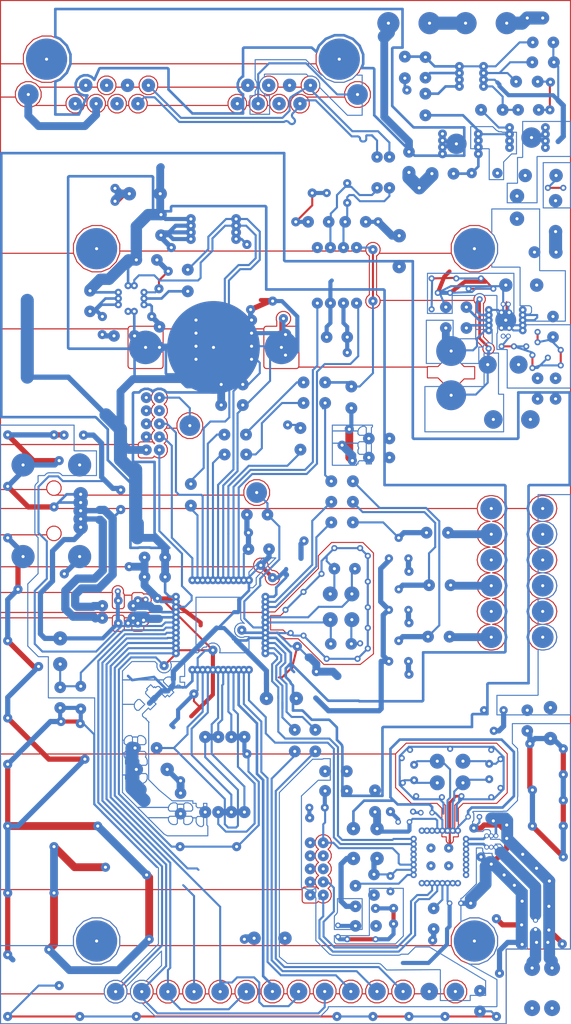
<source format=kicad_pcb>
(kicad_pcb (version 4) (host Gerbview "4.0.5-e0-6337~52~ubuntu16.10.1")

  (layers 
    (0 F.Cu signal)
    (31 B.Cu signal)
    (32 B.Adhes user)
    (33 F.Adhes user)
    (34 B.Paste user)
    (35 F.Paste user)
    (36 B.SilkS user)
    (37 F.SilkS user)
    (38 B.Mask user)
    (39 F.Mask user)
    (40 Dwgs.User user)
    (41 Cmts.User user)
    (42 Eco1.User user)
    (43 Eco2.User user)
    (44 Edge.Cuts user)
    (45 Margin user)
    (46 B.CrtYd user)
    (47 F.CrtYd user)
    (48 B.Fab user)
    (49 F.Fab user)
  )

(segment (start 43.97 81.06) (end 43.97 81.86) (width 0.2) (layer F.Cu) (net 0))
 (via (at 21.65 96.59) (size 1.7) (layers F.Cu B.Cu))
 (via (at 19.11 96.59) (size 1.7) (layers F.Cu B.Cu))
 (via (at 16.57 96.59) (size 1.7) (layers F.Cu B.Cu))
 (via (at 14.03 96.59) (size 1.7) (layers F.Cu B.Cu))
 (via (at 11.49 96.59) (size 1.7) (layers F.Cu B.Cu))
 (via (at 24.19 96.59) (size 1.7) (layers F.Cu B.Cu))
 (via (at 26.73 96.57599999999999) (size 1.7) (layers F.Cu B.Cu))
 (via (at 29.27 96.57599999999999) (size 1.7) (layers F.Cu B.Cu))
 (via (at 31.81 96.57599999999999) (size 1.7) (layers F.Cu B.Cu))
 (via (at 34.35 96.57599999999999) (size 1.7) (layers F.Cu B.Cu))
 (via (at 36.89 96.57599999999999) (size 1.7) (layers F.Cu B.Cu))
 (via (at 39.43 96.57599999999999) (size 1.7) (layers F.Cu B.Cu))
 (via (at 41.97 96.57599999999999) (size 1.7) (layers F.Cu B.Cu))
 (via (at 9.640000000000001 91.67) (size 4) (layers F.Cu B.Cu))
 (via (at 46.36 91.67) (size 4) (layers F.Cu B.Cu))
 (via (at 9.640000000000001 24.41) (size 4) (layers F.Cu B.Cu))
 (via (at 46.36 24.41) (size 4) (layers F.Cu B.Cu))
 (via (at 44.51 96.57599999999999) (size 1.7) (layers F.Cu B.Cu))
 (via (at 30.4 87.2) (size 1.05) (layers F.Cu B.Cu))
 (via (at 30.4 85.93000000000001) (size 1.05) (layers F.Cu B.Cu))
 (via (at 30.4 84.66) (size 1.05) (layers F.Cu B.Cu))
 (via (at 30.4 83.39) (size 1.05) (layers F.Cu B.Cu))
 (via (at 30.4 82.12) (size 1.05) (layers F.Cu B.Cu))
 (via (at 31.67 85.93000000000001) (size 1.05) (layers F.Cu B.Cu))
 (via (at 31.67 84.66) (size 1.05) (layers F.Cu B.Cu))
 (via (at 31.67 83.39) (size 1.05) (layers F.Cu B.Cu))
 (via (at 31.67 82.12) (size 1.05) (layers F.Cu B.Cu))
 (via (at 31.67 87.2) (size 1.05) (layers F.Cu B.Cu))
 (via (at 11.75 60.8) (size 0.855) (layers F.Cu B.Cu))
 (via (at 12.7 60.8) (size 0.855) (layers F.Cu B.Cu))
 (via (at 13.65 60.8) (size 0.855) (layers F.Cu B.Cu))
 (via (at 13.65 58.6) (size 0.855) (layers F.Cu B.Cu))
 (via (at 11.75 58.6) (size 0.855) (layers F.Cu B.Cu))
 (via (at 14.4 34) (size 3.25) (layers F.Cu B.Cu))
 (via (at 21 34) (size 9) (layers F.Cu B.Cu))
 (via (at 27.6 34) (size 3.25) (layers F.Cu B.Cu))
 (via (at 14.675 8.539999999999999) (size 1.3) (layers F.Cu B.Cu))
 (via (at 8.585000000000001 8.539999999999999) (size 1.3) (layers F.Cu B.Cu))
 (via (at 12.645 8.539999999999999) (size 1.3) (layers F.Cu B.Cu))
 (via (at 10.615 8.539999999999999) (size 1.3) (layers F.Cu B.Cu))
 (via (at 13.655 10.32) (size 1.3) (layers F.Cu B.Cu))
 (via (at 11.625 10.32) (size 1.3) (layers F.Cu B.Cu))
 (via (at 9.595000000000001 10.32) (size 1.3) (layers F.Cu B.Cu))
 (via (at 7.565 10.32) (size 1.3) (layers F.Cu B.Cu))
 (via (at 33.225 6) (size 4) (layers F.Cu B.Cu))
 (via (at 3 9.43) (size 2) (layers F.Cu B.Cu))
 (via (at 23.315 10.32) (size 1.3) (layers F.Cu B.Cu))
 (via (at 25.345 10.32) (size 1.3) (layers F.Cu B.Cu))
 (via (at 27.375 10.32) (size 1.3) (layers F.Cu B.Cu))
 (via (at 29.405 10.32) (size 1.3) (layers F.Cu B.Cu))
 (via (at 26.365 8.539999999999999) (size 1.3) (layers F.Cu B.Cu))
 (via (at 28.395 8.539999999999999) (size 1.3) (layers F.Cu B.Cu))
 (via (at 24.335 8.539999999999999) (size 1.3) (layers F.Cu B.Cu))
 (via (at 30.425 8.539999999999999) (size 1.3) (layers F.Cu B.Cu))
 (via (at 4.775 6) (size 4) (layers F.Cu B.Cu))
 (via (at 35 9.43) (size 2) (layers F.Cu B.Cu))
 (via (at 14.47 43.96) (size 1.05) (layers F.Cu B.Cu))
 (via (at 14.47 42.69) (size 1.05) (layers F.Cu B.Cu))
 (via (at 14.47 41.42) (size 1.05) (layers F.Cu B.Cu))
 (via (at 14.47 40.15) (size 1.05) (layers F.Cu B.Cu))
 (via (at 14.47 38.88) (size 1.05) (layers F.Cu B.Cu))
 (via (at 15.74 42.69) (size 1.05) (layers F.Cu B.Cu))
 (via (at 15.74 41.42) (size 1.05) (layers F.Cu B.Cu))
 (via (at 15.74 40.15) (size 1.05) (layers F.Cu B.Cu))
 (via (at 15.74 38.88) (size 1.05) (layers F.Cu B.Cu))
 (via (at 15.74 43.96) (size 1.05) (layers F.Cu B.Cu))
 (via (at 48 62.15) (size 2.1) (layers F.Cu B.Cu))
 (via (at 53 62.15) (size 2.1) (layers F.Cu B.Cu))
 (via (at 48 49.65) (size 2.1) (layers F.Cu B.Cu))
 (via (at 48 52.15) (size 2.1) (layers F.Cu B.Cu))
 (via (at 48 54.65) (size 2.1) (layers F.Cu B.Cu))
 (via (at 48 57.15) (size 2.1) (layers F.Cu B.Cu))
 (via (at 48 59.65) (size 2.1) (layers F.Cu B.Cu))
 (via (at 53 49.65) (size 2.1) (layers F.Cu B.Cu))
 (via (at 53 52.15) (size 2.1) (layers F.Cu B.Cu))
 (via (at 53 54.65) (size 2.1) (layers F.Cu B.Cu))
 (via (at 53 59.65) (size 2.1) (layers F.Cu B.Cu))
 (via (at 53 57.15) (size 2.1) (layers F.Cu B.Cu))
 (via (at 43.97 81.06) (size 0.05) (layers F.Cu B.Cu))
 (via (at 43.97 81.86) (size 0.05) (layers F.Cu B.Cu))
 (via (at 18.7 41.6) (size 2) (layers F.Cu B.Cu))
 (via (at 25.2 48.1) (size 2) (layers F.Cu B.Cu))
 (via (at 26.73562 56.36868) (size 0.889) (layers F.Cu B.Cu))
 (via (at 25.598 55.171) (size 0.889) (layers F.Cu B.Cu))
 (via (at 35.25 62.75) (size 0.6) (layers F.Cu B.Cu))
 (via (at 36 59.25) (size 0.6) (layers F.Cu B.Cu))
 (via (at 36 61.25) (size 0.6) (layers F.Cu B.Cu))
 (via (at 36 54.25) (size 0.6) (layers F.Cu B.Cu))
 (via (at 36 56.75) (size 0.6) (layers F.Cu B.Cu))
 (via (at 29.75 57.75) (size 0.6) (layers F.Cu B.Cu))
 (via (at 35.25 53.5) (size 0.6) (layers F.Cu B.Cu))
 (via (at 35 64.25) (size 0.6) (layers F.Cu B.Cu))
 (via (at 29.75 62) (size 0.6) (layers F.Cu B.Cu))
 (via (at 28.5 61.75) (size 0.6) (layers F.Cu B.Cu))
 (via (at 32 64.25) (size 0.6) (layers F.Cu B.Cu))
 (via (at 36 63.25) (size 0.6) (layers F.Cu B.Cu))
 (via (at 32.75 53.5) (size 0.6) (layers F.Cu B.Cu))
 (via (at 31.5 56) (size 0.6) (layers F.Cu B.Cu))
 (via (at 28 59.5) (size 0.6) (layers F.Cu B.Cu))
 (via (at 10.5 84.5) (size 0.889) (layers F.Cu B.Cu))
 (via (at 5.5 82.5) (size 0.889) (layers F.Cu B.Cu))
 (via (at 5.5 87) (size 0.889) (layers F.Cu B.Cu))
 (via (at 5 92.5) (size 0.889) (layers F.Cu B.Cu))
 (via (at 14.75 91.5) (size 0.889) (layers F.Cu B.Cu))
 (via (at 14.5 85.25) (size 0.889) (layers F.Cu B.Cu))
 (via (at 9.75 80.5) (size 0.889) (layers F.Cu B.Cu))
 (via (at 1 87) (size 0.889) (layers F.Cu B.Cu))
 (via (at 1 93) (size 0.889) (layers F.Cu B.Cu))
 (via (at 24 91.5) (size 0.889) (layers F.Cu B.Cu))
 (via (at 6 96) (size 0.889) (layers F.Cu B.Cu))
 (via (at 1 99) (size 0.889) (layers F.Cu B.Cu))
 (via (at 8 99) (size 0.889) (layers F.Cu B.Cu))
 (via (at 13.5 99) (size 0.889) (layers F.Cu B.Cu))
 (via (at 33 99) (size 0.889) (layers F.Cu B.Cu))
 (via (at 36.5 99) (size 0.889) (layers F.Cu B.Cu))
 (via (at 40 99) (size 0.889) (layers F.Cu B.Cu))
 (via (at 43.5 99) (size 0.889) (layers F.Cu B.Cu))
 (via (at 48.5 99) (size 0.889) (layers F.Cu B.Cu))
 (via (at 8.050000000000001 70.545) (size 0.889) (layers F.Cu B.Cu))
 (via (at 24.25 24) (size 0.889) (layers F.Cu B.Cu))
 (via (at 52.5 33.5) (size 0.6) (layers F.Cu B.Cu))
 (via (at 52.5 32.5) (size 0.6) (layers F.Cu B.Cu))
 (via (at 53.5 35) (size 0.6) (layers F.Cu B.Cu))
 (via (at 24.25 73.495) (size 0.889) (layers F.Cu B.Cu))
 (via (at 49.5 80.40000000000001) (size 0.889) (layers F.Cu B.Cu))
 (via (at 34.5 45) (size 0.889) (layers F.Cu B.Cu))
 (via (at 34.2 41.95) (size 0.889) (layers F.Cu B.Cu))
 (via (at 33.5 43.5) (size 0.889) (layers F.Cu B.Cu))
 (via (at 17.8 76.09999999999999) (size 0.889) (layers F.Cu B.Cu))
 (via (at 48.5 89.5) (size 0.889) (layers F.Cu B.Cu))
 (via (at 51.75 72.5) (size 0.889) (layers F.Cu B.Cu))
 (via (at 52 77) (size 0.889) (layers F.Cu B.Cu))
 (via (at 52 80.5) (size 0.889) (layers F.Cu B.Cu))
 (via (at 55 83.5) (size 0.889) (layers F.Cu B.Cu))
 (via (at 55 80.5) (size 0.889) (layers F.Cu B.Cu))
 (via (at 55 78) (size 0.889) (layers F.Cu B.Cu))
 (via (at 55 75.5) (size 0.889) (layers F.Cu B.Cu))
 (via (at 55 73) (size 0.889) (layers F.Cu B.Cu))
 (via (at 47 83.5) (size 0.889) (layers F.Cu B.Cu))
 (via (at 5.5 49.5) (size 0.889) (layers F.Cu B.Cu))
 (via (at 1 47.5) (size 0.889) (layers F.Cu B.Cu))
 (via (at 1 52.5) (size 0.889) (layers F.Cu B.Cu))
 (via (at 2 57.5) (size 0.889) (layers F.Cu B.Cu))
 (via (at 1 62.5) (size 0.889) (layers F.Cu B.Cu))
 (via (at 4 65) (size 0.889) (layers F.Cu B.Cu))
 (via (at 1 70) (size 0.889) (layers F.Cu B.Cu))
 (via (at 8.5 74) (size 0.889) (layers F.Cu B.Cu))
 (via (at 1 80.5) (size 0.889) (layers F.Cu B.Cu))
 (via (at 1 74.5) (size 0.889) (layers F.Cu B.Cu))
 (via (at 5.5 42.5) (size 0.889) (layers F.Cu B.Cu))
 (via (at 6 45) (size 0.889) (layers F.Cu B.Cu))
 (via (at 1 42.5) (size 0.889) (layers F.Cu B.Cu))
 (via (at 6.5 56) (size 0.889) (layers F.Cu B.Cu))
 (via (at 49.25 85.25) (size 0.889) (layers F.Cu B.Cu))
 (via (at 11.43 19.8) (size 0.889) (layers F.Cu B.Cu))
 (via (at 11.43 18.55) (size 0.889) (layers F.Cu B.Cu))
 (via (at 10.19 32.75) (size 0.889) (layers F.Cu B.Cu))
 (via (at 41 18.5) (size 0.889) (layers F.Cu B.Cu))
 (via (at 51.5 2) (size 0.889) (layers F.Cu B.Cu))
 (via (at 53 2) (size 0.889) (layers F.Cu B.Cu))
 (via (at 53.5 18.5) (size 0.6) (layers F.Cu B.Cu))
 (via (at 55 18.5) (size 0.6) (layers F.Cu B.Cu))
 (via (at 45.8 28.3) (size 0.6) (layers F.Cu B.Cu))
 (via (at 44.6 27.3) (size 0.6) (layers F.Cu B.Cu))
 (via (at 51.4 33.9) (size 0.6) (layers F.Cu B.Cu))
 (via (at 43.8625 82.6375) (size 0.889) (layers F.Cu B.Cu))
 (via (at 48.2 80) (size 0.889) (layers F.Cu B.Cu))
 (via (at 48.8 94.8) (size 0.889) (layers F.Cu B.Cu))
 (via (at 51 92) (size 0.889) (layers F.Cu B.Cu))
 (via (at 50.95 90.09999999999999) (size 0.889) (layers F.Cu B.Cu))
 (via (at 51 87.8) (size 0.889) (layers F.Cu B.Cu))
 (via (at 50.2454 86.2546) (size 0.889) (layers F.Cu B.Cu))
 (via (at 48 84.2) (size 0.889) (layers F.Cu B.Cu))
 (via (at 54.9 91.95) (size 0.889) (layers F.Cu B.Cu))
 (via (at 46.3 80.7) (size 0.889) (layers F.Cu B.Cu))
 (via (at 52.4 84.59999999999999) (size 0.889) (layers F.Cu B.Cu))
 (via (at 51.0546 83.2454) (size 0.889) (layers F.Cu B.Cu))
 (via (at 49.5 81.7) (size 0.889) (layers F.Cu B.Cu))
 (via (at 53.65 85.84081) (size 0.889) (layers F.Cu B.Cu))
 (via (at 53.6 88.3) (size 0.889) (layers F.Cu B.Cu))
 (via (at 53.6 90.59999999999999) (size 0.889) (layers F.Cu B.Cu))
 (via (at 46 88) (size 0.889) (layers F.Cu B.Cu))
 (via (at 42.2 30.3) (size 0.6) (layers F.Cu B.Cu))
 (via (at 42.2 27.3) (size 0.6) (layers F.Cu B.Cu))
 (via (at 47 27.3) (size 0.6) (layers F.Cu B.Cu))
 (via (at 48.2 28.3) (size 0.6) (layers F.Cu B.Cu))
 (via (at 49 33.9) (size 0.6) (layers F.Cu B.Cu))
 (via (at 50.2 33.9) (size 0.6) (layers F.Cu B.Cu))
 (via (at 52 34.75) (size 0.6) (layers F.Cu B.Cu))
 (via (at 52 36) (size 0.6) (layers F.Cu B.Cu))
 (via (at 54.75 35.75) (size 0.6) (layers F.Cu B.Cu))
 (via (at 54.75 34.25) (size 0.6) (layers F.Cu B.Cu))
 (via (at 38.5 88.5) (size 0.889) (layers F.Cu B.Cu))
 (via (at 36.75 91.5) (size 0.6) (layers F.Cu B.Cu))
 (via (at 34 91.5) (size 0.6) (layers F.Cu B.Cu))
 (via (at 38.5 90) (size 0.889) (layers F.Cu B.Cu))
 (via (at 36.75 88.5) (size 0.889) (layers F.Cu B.Cu))
 (via (at 17.75 82.5) (size 0.889) (layers F.Cu B.Cu))
 (via (at 23.25 82.5) (size 0.889) (layers F.Cu B.Cu))
 (via (at 30.35 79.7) (size 0.889) (layers F.Cu B.Cu))
 (via (at 31 65.5) (size 0.889) (layers F.Cu B.Cu))
 (via (at 38.2 79.09999999999999) (size 0.889) (layers F.Cu B.Cu))
 (via (at 42.3 91.59999999999999) (size 0.889) (layers F.Cu B.Cu))
 (via (at 40.4 79.09999999999999) (size 0.6) (layers F.Cu B.Cu))
 (via (at 43.8625 84.3625) (size 0.889) (layers F.Cu B.Cu))
 (via (at 42.1375 82.6375) (size 0.889) (layers F.Cu B.Cu))
 (via (at 42.1375 84.3625) (size 0.889) (layers F.Cu B.Cu))
 (via (at 40 60.75) (size 0.889) (layers F.Cu B.Cu))
 (via (at 40 55.75) (size 0.889) (layers F.Cu B.Cu))
 (via (at 40 65.75) (size 0.889) (layers F.Cu B.Cu))
 (via (at 29.8 52.8) (size 0.889) (layers F.Cu B.Cu))
 (via (at 24.4 52) (size 0.889) (layers F.Cu B.Cu))
 (via (at 10.2 31) (size 0.889) (layers F.Cu B.Cu))
 (via (at 16.9 24.3) (size 0.889) (layers F.Cu B.Cu))
 (via (at 16.6 26.6) (size 0.889) (layers F.Cu B.Cu))
 (via (at 15.7 28.3) (size 0.889) (layers F.Cu B.Cu))
 (via (at 15 31) (size 0.889) (layers F.Cu B.Cu))
 (via (at 24.61 30.33) (size 0.889) (layers F.Cu B.Cu))
 (via (at 26.75 29.5) (size 0.889) (layers F.Cu B.Cu))
 (via (at 12.8 55.3) (size 0.889) (layers F.Cu B.Cu))
 (via (at 28.21 41.53) (size 0.889) (layers F.Cu B.Cu))
 (via (at 6.175 70.345) (size 0.889) (layers F.Cu B.Cu))
 (via (at 37 21.8) (size 0.889) (layers F.Cu B.Cu))
 (via (at 30.6 19) (size 0.889) (layers F.Cu B.Cu))
 (via (at 29 21.8) (size 0.889) (layers F.Cu B.Cu))
 (via (at 39.8 9) (size 0.889) (layers F.Cu B.Cu))
 (via (at 34 34.5) (size 0.889) (layers F.Cu B.Cu))
 (via (at 53.6956 10.922) (size 0.889) (layers F.Cu B.Cu))
 (via (at 53.7464 8.2296) (size 0.889) (layers F.Cu B.Cu))
 (via (at 23.75 61.47) (size 0.889) (layers F.Cu B.Cu))
 (via (at 44 28.7) (size 0.6) (layers F.Cu B.Cu))
 (via (at 42.8 28.7) (size 0.6) (layers F.Cu B.Cu))
 (via (at 48.9886 32.11145) (size 0.6) (layers F.Cu B.Cu))
 (via (at 48.9886 30.61145) (size 0.6) (layers F.Cu B.Cu))
 (via (at 49.7386 32.11145) (size 0.6) (layers F.Cu B.Cu))
 (via (at 49.7386 30.61145) (size 0.6) (layers F.Cu B.Cu))
 (via (at 19.1 67.67) (size 0.889) (layers F.Cu B.Cu))
 (via (at 29.154 63.045) (size 0.889) (layers F.Cu B.Cu))
 (via (at 15.5552 58.38924) (size 0.889) (layers F.Cu B.Cu))
 (via (at 20.94335 63.41818) (size 0.889) (layers F.Cu B.Cu))
 (via (at 16.2 64.92) (size 0.889) (layers F.Cu B.Cu))
 (via (at 14.4 58.5) (size 0.6) (layers F.Cu B.Cu))
 (via (at 14.2 60.5) (size 0.6) (layers F.Cu B.Cu))
 (via (at 27.8 31.2) (size 0.889) (layers F.Cu B.Cu))
 (via (at 11.7 57.7) (size 0.6) (layers F.Cu B.Cu))
 (via (at 47.7386 34.11145) (size 0.6) (layers F.Cu B.Cu))
 (via (at 46.86778 29.32285) (size 0.6) (layers F.Cu B.Cu))
 (via (at 36.5 24.5) (size 0.889) (layers F.Cu B.Cu))
 (via (at 36.5 29.5) (size 0.889) (layers F.Cu B.Cu))
 (via (at 45.1 77.59999999999999) (size 0.6) (layers F.Cu B.Cu))
 (via (at 48.9 74) (size 0.6) (layers F.Cu B.Cu))
 (via (at 39.4 76.3) (size 0.6) (layers F.Cu B.Cu))
 (via (at 44 73) (size 0.6) (layers F.Cu B.Cu))
 (via (at 39.3 73.90000000000001) (size 0.6) (layers F.Cu B.Cu))
 (via (at 40.1 73.09999999999999) (size 0.6) (layers F.Cu B.Cu))
 (via (at 48 73.09999999999999) (size 0.6) (layers F.Cu B.Cu))
 (via (at 48.9 76.8) (size 0.6) (layers F.Cu B.Cu))
 (via (at 48 77.7) (size 0.6) (layers F.Cu B.Cu))
 (via (at 40.7 77.59999999999999) (size 0.6) (layers F.Cu B.Cu))
 (via (at 43.2 77.7) (size 0.6) (layers F.Cu B.Cu))
(segment (start 25.598 55.171) (end 26.73562 56.36868) (width 0.4) (layer F.Cu) (net 0))
(segment (start 1 80.5) (end 9.75 80.5) (width 0.762) (layer F.Cu) (net 0))
(segment (start 7.5 84.5) (end 10.5 84.5) (width 0.762) (layer F.Cu) (net 0))
(segment (start 5.5 82.5) (end 7.5 84.5) (width 0.762) (layer F.Cu) (net 0))
(segment (start 5.5 92) (end 5.5 87) (width 0.762) (layer F.Cu) (net 0))
(segment (start 5 92.5) (end 5.5 92) (width 0.762) (layer F.Cu) (net 0))
(segment (start 14.75 85.5) (end 14.75 91.5) (width 0.762) (layer F.Cu) (net 0))
(segment (start 14.5 85.25) (end 14.75 85.5) (width 0.762) (layer F.Cu) (net 0))
(segment (start 1 87) (end 1 93) (width 0.508) (layer F.Cu) (net 0))
(segment (start 8 99) (end 1 99) (width 0.2) (layer F.Cu) (net 0))
(segment (start 33 99) (end 13.5 99) (width 0.2) (layer F.Cu) (net 0))
(segment (start 40 99) (end 36.5 99) (width 0.2) (layer F.Cu) (net 0))
(segment (start 48.5 99) (end 43.5 99) (width 0.2) (layer F.Cu) (net 0))
(segment (start 52.5 32.5) (end 52.5 33.5) (width 0.2) (layer F.Cu) (net 0))
(segment (start 24.25 73.495) (end 24.25 73.5) (width 0.4) (layer F.Cu) (net 0))
(segment (start 48.2 80) (end 49.1 80) (width 0.2) (layer F.Cu) (net 0))
(segment (start 49.1 80) (end 49.5 80.40000000000001) (width 0.2) (layer F.Cu) (net 0))
(segment (start 34.2 44.7) (end 34.5 45) (width 0.762) (layer F.Cu) (net 0))
(segment (start 34.2 41.95) (end 34.2 44.7) (width 0.762) (layer F.Cu) (net 0))
(segment (start 50.95 90.09999999999999) (end 49.1 90.09999999999999) (width 0.508) (layer F.Cu) (net 0))
(segment (start 49.1 90.09999999999999) (end 48.5 89.5) (width 0.508) (layer F.Cu) (net 0))
(segment (start 51.75 76.75) (end 51.75 72.5) (width 0.508) (layer F.Cu) (net 0))
(segment (start 52 77) (end 51.75 76.75) (width 0.508) (layer F.Cu) (net 0))
(segment (start 55 83.5) (end 52 80.5) (width 0.508) (layer F.Cu) (net 0))
(segment (start 55 78) (end 55 80.5) (width 0.508) (layer F.Cu) (net 0))
(segment (start 55 73) (end 55 75.5) (width 0.508) (layer F.Cu) (net 0))
(segment (start 3 49.5) (end 5.5 49.5) (width 0.508) (layer F.Cu) (net 0))
(segment (start 1 47.5) (end 3 49.5) (width 0.508) (layer F.Cu) (net 0))
(segment (start 1 52.5) (end 2 53.5) (width 0.508) (layer F.Cu) (net 0))
(segment (start 2 53.5) (end 2 57.5) (width 0.508) (layer F.Cu) (net 0))
(segment (start 1 62.5) (end 3.5 65) (width 0.508) (layer F.Cu) (net 0))
(segment (start 3.5 65) (end 4 65) (width 0.508) (layer F.Cu) (net 0))
(segment (start 1 70) (end 5 74) (width 0.508) (layer F.Cu) (net 0))
(segment (start 5 74) (end 8.5 74) (width 0.508) (layer F.Cu) (net 0))
(segment (start 1 80.5) (end 1 74.5) (width 0.508) (layer F.Cu) (net 0))
(segment (start 6.5 42.5) (end 5.5 42.5) (width 0.508) (layer F.Cu) (net 0))
(segment (start 3.5 45) (end 6 45) (width 0.508) (layer F.Cu) (net 0))
(segment (start 1 42.5) (end 3.5 45) (width 0.508) (layer F.Cu) (net 0))
(segment (start 12.18 19.05) (end 11.43 19.8) (width 0.762) (layer F.Cu) (net 0))
(segment (start 12.66 19.05) (end 12.18 19.05) (width 0.762) (layer F.Cu) (net 0))
(segment (start 51.5 2) (end 53 2) (width 1.27) (layer F.Cu) (net 0))
(segment (start 55 18.5) (end 53.5 18.5) (width 0.2) (layer F.Cu) (net 0))
(segment (start 48.2 28.3) (end 45.8 28.3) (width 0.2) (layer F.Cu) (net 0))
(segment (start 44.60345 27.29655) (end 44.60345 27.24138) (width 0.2) (layer F.Cu) (net 0))
(segment (start 44.6 27.3) (end 44.60345 27.29655) (width 0.2) (layer F.Cu) (net 0))
(segment (start 43.97 81.86) (end 43.97 82.53) (width 0.254) (layer F.Cu) (net 0))
(segment (start 43.8625 82.6375) (end 43.75 82.75) (width 0.2) (layer F.Cu) (net 0))
(segment (start 43.97 82.53) (end 43.8625 82.6375) (width 0.254) (layer F.Cu) (net 0))
(segment (start 49.5 81.7) (end 49.5 80.40000000000001) (width 0.508) (layer F.Cu) (net 0))
(segment (start 49.5 80.40000000000001) (end 49.1 80) (width 0.508) (layer F.Cu) (net 0))
(segment (start 49.5 81.7) (end 49.5 82.7) (width 0.508) (layer F.Cu) (net 0))
(segment (start 51 90.15000000000001) (end 51 92) (width 0.508) (layer F.Cu) (net 0))
(segment (start 50.95 90.09999999999999) (end 51 90.15000000000001) (width 0.508) (layer F.Cu) (net 0))
(segment (start 51 87.00919) (end 51 87.8) (width 0.508) (layer F.Cu) (net 0))
(segment (start 50.2454 86.2546) (end 51 87.00919) (width 0.508) (layer F.Cu) (net 0))
(segment (start 49.5 82.7) (end 48 84.2) (width 0.508) (layer F.Cu) (net 0))
(segment (start 53.6 90.59999999999999) (end 54.95 91.90000000000001) (width 0.508) (layer F.Cu) (net 0))
(segment (start 54.95 91.90000000000001) (end 54.9 91.95) (width 0.508) (layer F.Cu) (net 0))
(segment (start 46.3 80.7) (end 47 80.7) (width 0.508) (layer F.Cu) (net 0))
(segment (start 52.4 84.59081) (end 52.4 84.59999999999999) (width 0.508) (layer F.Cu) (net 0))
(segment (start 51.0546 83.2454) (end 52.4 84.59081) (width 0.508) (layer F.Cu) (net 0))
(segment (start 49.5 81.09999999999999) (end 49.5 81.7) (width 0.508) (layer F.Cu) (net 0))
(segment (start 48.8 80.40000000000001) (end 49.5 81.09999999999999) (width 0.508) (layer F.Cu) (net 0))
(segment (start 47.3 80.40000000000001) (end 48.8 80.40000000000001) (width 0.508) (layer F.Cu) (net 0))
(segment (start 47 80.7) (end 47.3 80.40000000000001) (width 0.508) (layer F.Cu) (net 0))
(segment (start 53.65 85.84081) (end 53.6 85.89081) (width 0.508) (layer F.Cu) (net 0))
(segment (start 53.6 85.89081) (end 53.6 88.3) (width 0.508) (layer F.Cu) (net 0))
(segment (start 44.60345 27.24138) (end 42.2 27.3) (width 0.2) (layer F.Cu) (net 0))
(segment (start 47.25 27.3) (end 47 27.3) (width 0.2) (layer F.Cu) (net 0))
(segment (start 48.2 28.3) (end 47.25 27.3) (width 0.2) (layer F.Cu) (net 0))
(segment (start 49 33.9) (end 50.2 33.9) (width 0.2) (layer F.Cu) (net 0))
(segment (start 52 34.75) (end 52 36) (width 0.2) (layer F.Cu) (net 0))
(segment (start 54.75 35.75) (end 54.75 34.25) (width 0.2) (layer F.Cu) (net 0))
(segment (start 36.75 91.5) (end 34 91.5) (width 0.4) (layer F.Cu) (net 0))
(segment (start 38.5 88.5) (end 38.5 90) (width 0.4) (layer F.Cu) (net 0))
(segment (start 43.8625 84.3625) (end 43.75 84.25) (width 0.2) (layer F.Cu) (net 0))
(segment (start 42.1375 82.6375) (end 42.25 82.75) (width 0.2) (layer F.Cu) (net 0))
(segment (start 42.1375 84.3625) (end 42.25 84.25) (width 0.2) (layer F.Cu) (net 0))
(segment (start 15.7 27.5) (end 16.6 26.6) (width 0.2) (layer F.Cu) (net 0))
(segment (start 15.7 28.3) (end 15.7 27.5) (width 0.2) (layer F.Cu) (net 0))
(segment (start 26.5 29.5) (end 26.75 29.5) (width 0.508) (layer F.Cu) (net 0))
(segment (start 24.61 30.33) (end 26.5 29.5) (width 0.508) (layer F.Cu) (net 0))
(segment (start 26.75 29.5) (end 26.65 29.4) (width 0.4) (layer F.Cu) (net 0))
(segment (start 26.65 29.4) (end 25.6 29.4) (width 0.4) (layer F.Cu) (net 0))
(segment (start 6.175 70.345) (end 7.85 70.345) (width 0.4) (layer F.Cu) (net 0))
(segment (start 7.85 70.345) (end 8.050000000000001 70.545) (width 0.4) (layer F.Cu) (net 0))
(segment (start 30.6 19) (end 30.6 20.2) (width 0.2) (layer F.Cu) (net 0))
(segment (start 30.6 20.2) (end 29 21.8) (width 0.2) (layer F.Cu) (net 0))
(segment (start 53.6956 10.922) (end 53.6956 8.2804) (width 0.2) (layer F.Cu) (net 0))
(segment (start 53.6956 8.2804) (end 53.7464 8.2296) (width 0.2) (layer F.Cu) (net 0))
(segment (start 45.4386 27.62145) (end 47.4386 27.62145) (width 0.4) (layer F.Cu) (net 0))
(segment (start 44 28.7) (end 45.4386 27.62145) (width 0.4) (layer F.Cu) (net 0))
(segment (start 43.4386 27.12145) (end 42.8 28.7) (width 0.4) (layer F.Cu) (net 0))
(segment (start 43.93861 26.62145) (end 43.4386 27.12145) (width 0.4) (layer F.Cu) (net 0))
(segment (start 48.9886 30.61145) (end 48.9886 32.11145) (width 0.2) (layer F.Cu) (net 0))
(segment (start 49.7386 30.61145) (end 48.9886 30.61145) (width 0.2) (layer F.Cu) (net 0))
(segment (start 49.7386 30.61145) (end 49.7386 32.11145) (width 0.2) (layer F.Cu) (net 0))
(segment (start 49.4886 29.61145) (end 49.4886 30.36145) (width 0.2) (layer F.Cu) (net 0))
(segment (start 49.4886 30.36145) (end 49.7386 30.61145) (width 0.2) (layer F.Cu) (net 0))
(segment (start 19.1 67.67) (end 19.1 68.37) (width 0.2) (layer F.Cu) (net 0))
(segment (start 19.1 68.37) (end 19.70269 68.97269) (width 0.2) (layer F.Cu) (net 0))
(segment (start 27.66228 66.06135) (end 28.64841 65.07522) (width 0.2) (layer F.Cu) (net 0))
(segment (start 27.35229 66.06135) (end 27.66228 66.06135) (width 0.2) (layer F.Cu) (net 0))
(segment (start 16.63425 58.38924) (end 15.5552 58.38924) (width 0.4) (layer F.Cu) (net 0))
(segment (start 19.75259 61.00553) (end 19.75259 60.73613) (width 0.4) (layer F.Cu) (net 0))
(segment (start 19.75259 60.73613) (end 16.63425 58.38924) (width 0.4) (layer F.Cu) (net 0))
(segment (start 29.154 63.045) (end 28.64841 65.07522) (width 0.2) (layer F.Cu) (net 0))
(segment (start 28.64841 65.07522) (end 28.64841 65.26812) (width 0.2) (layer F.Cu) (net 0))
(segment (start 29.154 63.045) (end 29.154 63.22461) (width 0.2) (layer F.Cu) (net 0))
(segment (start 18.83335 69.84437) (end 19.70269 68.97269) (width 0.4) (layer F.Cu) (net 0))
(segment (start 19.70269 68.97269) (end 20.94335 67.72871000000001) (width 0.4) (layer F.Cu) (net 0))
(segment (start 20.94335 67.72871000000001) (end 20.94335 63.41818) (width 0.4) (layer F.Cu) (net 0))
(segment (start 16.27362 58.74845) (end 20.94335 63.41818) (width 0.2) (layer F.Cu) (net 0))
(segment (start 15.91441 58.74845) (end 16.27362 58.74845) (width 0.2) (layer F.Cu) (net 0))
(segment (start 15.5552 58.38924) (end 15.91441 58.74845) (width 0.2) (layer F.Cu) (net 0))
(segment (start 20.94335 63.41818) (end 17.70182 63.41818) (width 0.2) (layer F.Cu) (net 0))
(segment (start 17.70182 63.41818) (end 16.2 64.92) (width 0.2) (layer F.Cu) (net 0))
(segment (start 13.75 58.5) (end 14.4 58.5) (width 0.4) (layer F.Cu) (net 0))
(segment (start 14.4 58.5) (end 14.3 58.6) (width 0.4) (layer F.Cu) (net 0))
(segment (start 13.75 58.5) (end 13.65 58.6) (width 0.4) (layer F.Cu) (net 0))
(segment (start 13.95 60.5) (end 14.2 60.5) (width 0.4) (layer F.Cu) (net 0))
(segment (start 13.95 60.5) (end 13.65 60.8) (width 0.4) (layer F.Cu) (net 0))
(segment (start 27.6 31.4) (end 27.6 34) (width 0.4) (layer F.Cu) (net 0))
(segment (start 27.8 31.2) (end 27.6 31.4) (width 0.4) (layer F.Cu) (net 0))
(segment (start 11.75 57.75) (end 11.75 58.6) (width 0.4) (layer F.Cu) (net 0))
(segment (start 11.7 57.7) (end 11.75 57.75) (width 0.4) (layer F.Cu) (net 0))
(segment (start 47.7386 34.11145) (end 47.7386 34.00368) (width 0.254) (layer F.Cu) (net 0))
(segment (start 46.86777 33.13285) (end 46.86778 29.32285) (width 0.254) (layer F.Cu) (net 0))
(segment (start 47.7386 34.00368) (end 46.86777 33.13285) (width 0.254) (layer F.Cu) (net 0))
(segment (start 36.5 29.5) (end 36.5 24.5) (width 0.2) (layer F.Cu) (net 0))
(segment (start 43.97 81.06) (end 43.97 78.2) (width 0.254) (layer F.Cu) (net 0))
(segment (start 44.57 77.59999999999999) (end 45.1 77.59999999999999) (width 0.254) (layer F.Cu) (net 0))
(segment (start 43.97 78.2) (end 44.57 77.59999999999999) (width 0.254) (layer F.Cu) (net 0))
(segment (start 55.7 92.45) (end 55.7 92.45) (width 0) (layer F.Cu) (net 0))
(segment (start 55.7 92.45) (end 49.5 92.45) (width 0.1) (layer F.Cu) (net 0))
(segment (start 49.5 92.45) (end 49.48055 92.45394) (width 0.1) (layer F.Cu) (net 0))
(segment (start 49.48055 92.45394) (end 49.46416 92.46514000000001) (width 0.1) (layer F.Cu) (net 0))
(segment (start 49.46416 92.46514000000001) (end 49.45342 92.48183) (width 0.1) (layer F.Cu) (net 0))
(segment (start 49.45342 92.48183) (end 49.45 92.5) (width 0.1) (layer F.Cu) (net 0))
(segment (start 49.45 92.5) (end 49.45 99.7) (width 0.1) (layer F.Cu) (net 0))
(segment (start 49.45 99.7) (end 0.3 99.7) (width 0.1) (layer F.Cu) (net 0))
(segment (start 0.3 99.7) (end 0.3 96.80784) (width 0.1) (layer F.Cu) (net 0))
(segment (start 0.3 96.80784) (end 10.38981 96.80784) (width 0.1) (layer F.Cu) (net 0))
(segment (start 10.38981 96.80784) (end 10.55692 97.21229) (width 0.1) (layer F.Cu) (net 0))
(segment (start 10.55692 97.21229) (end 10.86609 97.52199) (width 0.1) (layer F.Cu) (net 0))
(segment (start 10.86609 97.52199) (end 11.27024 97.68980999999999) (width 0.1) (layer F.Cu) (net 0))
(segment (start 11.27024 97.68980999999999) (end 11.70784 97.69019) (width 0.1) (layer F.Cu) (net 0))
(segment (start 11.70784 97.69019) (end 12.11229 97.52307999999999) (width 0.1) (layer F.Cu) (net 0))
(segment (start 12.11229 97.52307999999999) (end 12.42199 97.21391) (width 0.1) (layer F.Cu) (net 0))
(segment (start 12.42199 97.21391) (end 12.58981 96.80976) (width 0.1) (layer F.Cu) (net 0))
(segment (start 12.58981 96.80976) (end 12.58981 96.80784) (width 0.1) (layer F.Cu) (net 0))
(segment (start 12.58981 96.80784) (end 12.92981 96.80784) (width 0.1) (layer F.Cu) (net 0))
(segment (start 12.92981 96.80784) (end 13.09692 97.21229) (width 0.1) (layer F.Cu) (net 0))
(segment (start 13.09692 97.21229) (end 13.40609 97.52199) (width 0.1) (layer F.Cu) (net 0))
(segment (start 13.40609 97.52199) (end 13.81024 97.68980999999999) (width 0.1) (layer F.Cu) (net 0))
(segment (start 13.81024 97.68980999999999) (end 14.24784 97.69019) (width 0.1) (layer F.Cu) (net 0))
(segment (start 14.24784 97.69019) (end 14.65229 97.52307999999999) (width 0.1) (layer F.Cu) (net 0))
(segment (start 14.65229 97.52307999999999) (end 14.96199 97.21391) (width 0.1) (layer F.Cu) (net 0))
(segment (start 14.96199 97.21391) (end 15.12981 96.80976) (width 0.1) (layer F.Cu) (net 0))
(segment (start 15.12981 96.80976) (end 15.12981 96.80784) (width 0.1) (layer F.Cu) (net 0))
(segment (start 15.12981 96.80784) (end 15.46981 96.80784) (width 0.1) (layer F.Cu) (net 0))
(segment (start 15.46981 96.80784) (end 15.63692 97.21229) (width 0.1) (layer F.Cu) (net 0))
(segment (start 15.63692 97.21229) (end 15.94609 97.52199) (width 0.1) (layer F.Cu) (net 0))
(segment (start 15.94609 97.52199) (end 16.35024 97.68980999999999) (width 0.1) (layer F.Cu) (net 0))
(segment (start 16.35024 97.68980999999999) (end 16.78784 97.69019) (width 0.1) (layer F.Cu) (net 0))
(segment (start 16.78784 97.69019) (end 17.19229 97.52307999999999) (width 0.1) (layer F.Cu) (net 0))
(segment (start 17.19229 97.52307999999999) (end 17.50199 97.21391) (width 0.1) (layer F.Cu) (net 0))
(segment (start 17.50199 97.21391) (end 17.66981 96.80976) (width 0.1) (layer F.Cu) (net 0))
(segment (start 17.66981 96.80976) (end 17.66981 96.80784) (width 0.1) (layer F.Cu) (net 0))
(segment (start 17.66981 96.80784) (end 18.00981 96.80784) (width 0.1) (layer F.Cu) (net 0))
(segment (start 18.00981 96.80784) (end 18.17692 97.21229) (width 0.1) (layer F.Cu) (net 0))
(segment (start 18.17692 97.21229) (end 18.48609 97.52199) (width 0.1) (layer F.Cu) (net 0))
(segment (start 18.48609 97.52199) (end 18.89024 97.68980999999999) (width 0.1) (layer F.Cu) (net 0))
(segment (start 18.89024 97.68980999999999) (end 19.32784 97.69019) (width 0.1) (layer F.Cu) (net 0))
(segment (start 19.32784 97.69019) (end 19.73229 97.52307999999999) (width 0.1) (layer F.Cu) (net 0))
(segment (start 19.73229 97.52307999999999) (end 20.04199 97.21391) (width 0.1) (layer F.Cu) (net 0))
(segment (start 20.04199 97.21391) (end 20.20981 96.80976) (width 0.1) (layer F.Cu) (net 0))
(segment (start 20.20981 96.80976) (end 20.20981 96.80784) (width 0.1) (layer F.Cu) (net 0))
(segment (start 20.20981 96.80784) (end 20.54981 96.80784) (width 0.1) (layer F.Cu) (net 0))
(segment (start 20.54981 96.80784) (end 20.71692 97.21229) (width 0.1) (layer F.Cu) (net 0))
(segment (start 20.71692 97.21229) (end 21.02609 97.52199) (width 0.1) (layer F.Cu) (net 0))
(segment (start 21.02609 97.52199) (end 21.43024 97.68980999999999) (width 0.1) (layer F.Cu) (net 0))
(segment (start 21.43024 97.68980999999999) (end 21.86784 97.69019) (width 0.1) (layer F.Cu) (net 0))
(segment (start 21.86784 97.69019) (end 22.27229 97.52307999999999) (width 0.1) (layer F.Cu) (net 0))
(segment (start 22.27229 97.52307999999999) (end 22.58199 97.21391) (width 0.1) (layer F.Cu) (net 0))
(segment (start 22.58199 97.21391) (end 22.74981 96.80976) (width 0.1) (layer F.Cu) (net 0))
(segment (start 22.74981 96.80976) (end 22.74981 96.80784) (width 0.1) (layer F.Cu) (net 0))
(segment (start 22.74981 96.80784) (end 23.08981 96.80784) (width 0.1) (layer F.Cu) (net 0))
(segment (start 23.08981 96.80784) (end 23.25692 97.21229) (width 0.1) (layer F.Cu) (net 0))
(segment (start 23.25692 97.21229) (end 23.56609 97.52199) (width 0.1) (layer F.Cu) (net 0))
(segment (start 23.56609 97.52199) (end 23.97024 97.68980999999999) (width 0.1) (layer F.Cu) (net 0))
(segment (start 23.97024 97.68980999999999) (end 24.40784 97.69019) (width 0.1) (layer F.Cu) (net 0))
(segment (start 24.40784 97.69019) (end 24.81229 97.52307999999999) (width 0.1) (layer F.Cu) (net 0))
(segment (start 24.81229 97.52307999999999) (end 25.12199 97.21391) (width 0.1) (layer F.Cu) (net 0))
(segment (start 25.12199 97.21391) (end 25.28981 96.80976) (width 0.1) (layer F.Cu) (net 0))
(segment (start 25.28981 96.80976) (end 25.28982 96.79384) (width 0.1) (layer F.Cu) (net 0))
(segment (start 25.28982 96.79384) (end 25.62981 96.79384) (width 0.1) (layer F.Cu) (net 0))
(segment (start 25.62981 96.79384) (end 25.79692 97.19829) (width 0.1) (layer F.Cu) (net 0))
(segment (start 25.79692 97.19829) (end 26.10609 97.50799000000001) (width 0.1) (layer F.Cu) (net 0))
(segment (start 26.10609 97.50799000000001) (end 26.51024 97.67581) (width 0.1) (layer F.Cu) (net 0))
(segment (start 26.51024 97.67581) (end 26.94784 97.67619000000001) (width 0.1) (layer F.Cu) (net 0))
(segment (start 26.94784 97.67619000000001) (end 27.35229 97.50908) (width 0.1) (layer F.Cu) (net 0))
(segment (start 27.35229 97.50908) (end 27.66199 97.19991) (width 0.1) (layer F.Cu) (net 0))
(segment (start 27.66199 97.19991) (end 27.82981 96.79576) (width 0.1) (layer F.Cu) (net 0))
(segment (start 27.82981 96.79576) (end 27.82981 96.79384) (width 0.1) (layer F.Cu) (net 0))
(segment (start 27.82981 96.79384) (end 28.16981 96.79384) (width 0.1) (layer F.Cu) (net 0))
(segment (start 28.16981 96.79384) (end 28.33692 97.19829) (width 0.1) (layer F.Cu) (net 0))
(segment (start 28.33692 97.19829) (end 28.64609 97.50799000000001) (width 0.1) (layer F.Cu) (net 0))
(segment (start 28.64609 97.50799000000001) (end 29.05024 97.67581) (width 0.1) (layer F.Cu) (net 0))
(segment (start 29.05024 97.67581) (end 29.48784 97.67619000000001) (width 0.1) (layer F.Cu) (net 0))
(segment (start 29.48784 97.67619000000001) (end 29.89229 97.50908) (width 0.1) (layer F.Cu) (net 0))
(segment (start 29.89229 97.50908) (end 30.20199 97.19991) (width 0.1) (layer F.Cu) (net 0))
(segment (start 30.20199 97.19991) (end 30.36981 96.79576) (width 0.1) (layer F.Cu) (net 0))
(segment (start 30.36981 96.79576) (end 30.36981 96.79384) (width 0.1) (layer F.Cu) (net 0))
(segment (start 30.36981 96.79384) (end 30.70981 96.79384) (width 0.1) (layer F.Cu) (net 0))
(segment (start 30.70981 96.79384) (end 30.87692 97.19829) (width 0.1) (layer F.Cu) (net 0))
(segment (start 30.87692 97.19829) (end 31.18609 97.50799000000001) (width 0.1) (layer F.Cu) (net 0))
(segment (start 31.18609 97.50799000000001) (end 31.59024 97.67581) (width 0.1) (layer F.Cu) (net 0))
(segment (start 31.59024 97.67581) (end 32.02784 97.67619000000001) (width 0.1) (layer F.Cu) (net 0))
(segment (start 32.02784 97.67619000000001) (end 32.43229 97.50908) (width 0.1) (layer F.Cu) (net 0))
(segment (start 32.43229 97.50908) (end 32.74199 97.19991) (width 0.1) (layer F.Cu) (net 0))
(segment (start 32.74199 97.19991) (end 32.90981 96.79576) (width 0.1) (layer F.Cu) (net 0))
(segment (start 32.90981 96.79576) (end 32.90981 96.79384) (width 0.1) (layer F.Cu) (net 0))
(segment (start 32.90981 96.79384) (end 33.24981 96.79384) (width 0.1) (layer F.Cu) (net 0))
(segment (start 33.24981 96.79384) (end 33.41692 97.19829) (width 0.1) (layer F.Cu) (net 0))
(segment (start 33.41692 97.19829) (end 33.72609 97.50799000000001) (width 0.1) (layer F.Cu) (net 0))
(segment (start 33.72609 97.50799000000001) (end 34.13024 97.67581) (width 0.1) (layer F.Cu) (net 0))
(segment (start 34.13024 97.67581) (end 34.56784 97.67619000000001) (width 0.1) (layer F.Cu) (net 0))
(segment (start 34.56784 97.67619000000001) (end 34.97229 97.50908) (width 0.1) (layer F.Cu) (net 0))
(segment (start 34.97229 97.50908) (end 35.28199 97.19991) (width 0.1) (layer F.Cu) (net 0))
(segment (start 35.28199 97.19991) (end 35.44981 96.79576) (width 0.1) (layer F.Cu) (net 0))
(segment (start 35.44981 96.79576) (end 35.44981 96.79384) (width 0.1) (layer F.Cu) (net 0))
(segment (start 35.44981 96.79384) (end 35.78981 96.79384) (width 0.1) (layer F.Cu) (net 0))
(segment (start 35.78981 96.79384) (end 35.95692 97.19829) (width 0.1) (layer F.Cu) (net 0))
(segment (start 35.95692 97.19829) (end 36.26609 97.50799000000001) (width 0.1) (layer F.Cu) (net 0))
(segment (start 36.26609 97.50799000000001) (end 36.67024 97.67581) (width 0.1) (layer F.Cu) (net 0))
(segment (start 36.67024 97.67581) (end 37.10784 97.67619000000001) (width 0.1) (layer F.Cu) (net 0))
(segment (start 37.10784 97.67619000000001) (end 37.51229 97.50908) (width 0.1) (layer F.Cu) (net 0))
(segment (start 37.51229 97.50908) (end 37.82199 97.19991) (width 0.1) (layer F.Cu) (net 0))
(segment (start 37.82199 97.19991) (end 37.98981 96.79576) (width 0.1) (layer F.Cu) (net 0))
(segment (start 37.98981 96.79576) (end 37.98981 96.79384) (width 0.1) (layer F.Cu) (net 0))
(segment (start 37.98981 96.79384) (end 38.32981 96.79384) (width 0.1) (layer F.Cu) (net 0))
(segment (start 38.32981 96.79384) (end 38.49692 97.19829) (width 0.1) (layer F.Cu) (net 0))
(segment (start 38.49692 97.19829) (end 38.80609 97.50799000000001) (width 0.1) (layer F.Cu) (net 0))
(segment (start 38.80609 97.50799000000001) (end 39.21024 97.67581) (width 0.1) (layer F.Cu) (net 0))
(segment (start 39.21024 97.67581) (end 39.64784 97.67619000000001) (width 0.1) (layer F.Cu) (net 0))
(segment (start 39.64784 97.67619000000001) (end 40.05229 97.50908) (width 0.1) (layer F.Cu) (net 0))
(segment (start 40.05229 97.50908) (end 40.36199 97.19991) (width 0.1) (layer F.Cu) (net 0))
(segment (start 40.36199 97.19991) (end 40.52981 96.79576) (width 0.1) (layer F.Cu) (net 0))
(segment (start 40.52981 96.79576) (end 40.52981 96.79384) (width 0.1) (layer F.Cu) (net 0))
(segment (start 40.52981 96.79384) (end 43.40981 96.79384) (width 0.1) (layer F.Cu) (net 0))
(segment (start 43.40981 96.79384) (end 43.57692 97.19829) (width 0.1) (layer F.Cu) (net 0))
(segment (start 43.57692 97.19829) (end 43.88609 97.50799000000001) (width 0.1) (layer F.Cu) (net 0))
(segment (start 43.88609 97.50799000000001) (end 44.29024 97.67581) (width 0.1) (layer F.Cu) (net 0))
(segment (start 44.29024 97.67581) (end 44.72784 97.67619000000001) (width 0.1) (layer F.Cu) (net 0))
(segment (start 44.72784 97.67619000000001) (end 45.13229 97.50908) (width 0.1) (layer F.Cu) (net 0))
(segment (start 45.13229 97.50908) (end 45.44199 97.19991) (width 0.1) (layer F.Cu) (net 0))
(segment (start 45.44199 97.19991) (end 45.60981 96.79576) (width 0.1) (layer F.Cu) (net 0))
(segment (start 45.60981 96.79576) (end 45.61019 96.35816) (width 0.1) (layer F.Cu) (net 0))
(segment (start 45.61019 96.35816) (end 45.44308 95.95371) (width 0.1) (layer F.Cu) (net 0))
(segment (start 45.44308 95.95371) (end 45.13391 95.64400999999999) (width 0.1) (layer F.Cu) (net 0))
(segment (start 45.13391 95.64400999999999) (end 44.72976 95.47619) (width 0.1) (layer F.Cu) (net 0))
(segment (start 44.72976 95.47619) (end 44.29216 95.47581) (width 0.1) (layer F.Cu) (net 0))
(segment (start 44.29216 95.47581) (end 43.88771 95.64292) (width 0.1) (layer F.Cu) (net 0))
(segment (start 43.88771 95.64292) (end 43.57801 95.95209) (width 0.1) (layer F.Cu) (net 0))
(segment (start 43.57801 95.95209) (end 43.41019 96.35624) (width 0.1) (layer F.Cu) (net 0))
(segment (start 43.41019 96.35624) (end 43.40981 96.79384) (width 0.1) (layer F.Cu) (net 0))
(segment (start 43.40981 96.79384) (end 40.52981 96.79384) (width 0.1) (layer F.Cu) (net 0))
(segment (start 40.52981 96.79384) (end 40.53019 96.35816) (width 0.1) (layer F.Cu) (net 0))
(segment (start 40.53019 96.35816) (end 40.36308 95.95371) (width 0.1) (layer F.Cu) (net 0))
(segment (start 40.36308 95.95371) (end 40.05391 95.64400999999999) (width 0.1) (layer F.Cu) (net 0))
(segment (start 40.05391 95.64400999999999) (end 39.64976 95.47619) (width 0.1) (layer F.Cu) (net 0))
(segment (start 39.64976 95.47619) (end 39.21216 95.47581) (width 0.1) (layer F.Cu) (net 0))
(segment (start 39.21216 95.47581) (end 38.80771 95.64292) (width 0.1) (layer F.Cu) (net 0))
(segment (start 38.80771 95.64292) (end 38.49801 95.95209) (width 0.1) (layer F.Cu) (net 0))
(segment (start 38.49801 95.95209) (end 38.33019 96.35624) (width 0.1) (layer F.Cu) (net 0))
(segment (start 38.33019 96.35624) (end 38.32981 96.79384) (width 0.1) (layer F.Cu) (net 0))
(segment (start 38.32981 96.79384) (end 37.98981 96.79384) (width 0.1) (layer F.Cu) (net 0))
(segment (start 37.98981 96.79384) (end 37.99019 96.35816) (width 0.1) (layer F.Cu) (net 0))
(segment (start 37.99019 96.35816) (end 37.82308 95.95371) (width 0.1) (layer F.Cu) (net 0))
(segment (start 37.82308 95.95371) (end 37.51391 95.64400999999999) (width 0.1) (layer F.Cu) (net 0))
(segment (start 37.51391 95.64400999999999) (end 37.10976 95.47619) (width 0.1) (layer F.Cu) (net 0))
(segment (start 37.10976 95.47619) (end 36.67216 95.47581) (width 0.1) (layer F.Cu) (net 0))
(segment (start 36.67216 95.47581) (end 36.26771 95.64292) (width 0.1) (layer F.Cu) (net 0))
(segment (start 36.26771 95.64292) (end 35.95801 95.95209) (width 0.1) (layer F.Cu) (net 0))
(segment (start 35.95801 95.95209) (end 35.79019 96.35624) (width 0.1) (layer F.Cu) (net 0))
(segment (start 35.79019 96.35624) (end 35.78981 96.79384) (width 0.1) (layer F.Cu) (net 0))
(segment (start 35.78981 96.79384) (end 35.44981 96.79384) (width 0.1) (layer F.Cu) (net 0))
(segment (start 35.44981 96.79384) (end 35.45019 96.35816) (width 0.1) (layer F.Cu) (net 0))
(segment (start 35.45019 96.35816) (end 35.28308 95.95371) (width 0.1) (layer F.Cu) (net 0))
(segment (start 35.28308 95.95371) (end 34.97391 95.64400999999999) (width 0.1) (layer F.Cu) (net 0))
(segment (start 34.97391 95.64400999999999) (end 34.56976 95.47619) (width 0.1) (layer F.Cu) (net 0))
(segment (start 34.56976 95.47619) (end 34.13216 95.47581) (width 0.1) (layer F.Cu) (net 0))
(segment (start 34.13216 95.47581) (end 33.72771 95.64292) (width 0.1) (layer F.Cu) (net 0))
(segment (start 33.72771 95.64292) (end 33.41801 95.95209) (width 0.1) (layer F.Cu) (net 0))
(segment (start 33.41801 95.95209) (end 33.25019 96.35624) (width 0.1) (layer F.Cu) (net 0))
(segment (start 33.25019 96.35624) (end 33.24981 96.79384) (width 0.1) (layer F.Cu) (net 0))
(segment (start 33.24981 96.79384) (end 32.90981 96.79384) (width 0.1) (layer F.Cu) (net 0))
(segment (start 32.90981 96.79384) (end 32.91019 96.35816) (width 0.1) (layer F.Cu) (net 0))
(segment (start 32.91019 96.35816) (end 32.74308 95.95371) (width 0.1) (layer F.Cu) (net 0))
(segment (start 32.74308 95.95371) (end 32.43391 95.64400999999999) (width 0.1) (layer F.Cu) (net 0))
(segment (start 32.43391 95.64400999999999) (end 32.02976 95.47619) (width 0.1) (layer F.Cu) (net 0))
(segment (start 32.02976 95.47619) (end 31.59216 95.47581) (width 0.1) (layer F.Cu) (net 0))
(segment (start 31.59216 95.47581) (end 31.18771 95.64292) (width 0.1) (layer F.Cu) (net 0))
(segment (start 31.18771 95.64292) (end 30.87801 95.95209) (width 0.1) (layer F.Cu) (net 0))
(segment (start 30.87801 95.95209) (end 30.71019 96.35624) (width 0.1) (layer F.Cu) (net 0))
(segment (start 30.71019 96.35624) (end 30.70981 96.79384) (width 0.1) (layer F.Cu) (net 0))
(segment (start 30.70981 96.79384) (end 30.36981 96.79384) (width 0.1) (layer F.Cu) (net 0))
(segment (start 30.36981 96.79384) (end 30.37019 96.35816) (width 0.1) (layer F.Cu) (net 0))
(segment (start 30.37019 96.35816) (end 30.20308 95.95371) (width 0.1) (layer F.Cu) (net 0))
(segment (start 30.20308 95.95371) (end 29.89391 95.64400999999999) (width 0.1) (layer F.Cu) (net 0))
(segment (start 29.89391 95.64400999999999) (end 29.48976 95.47619) (width 0.1) (layer F.Cu) (net 0))
(segment (start 29.48976 95.47619) (end 29.05216 95.47581) (width 0.1) (layer F.Cu) (net 0))
(segment (start 29.05216 95.47581) (end 28.64771 95.64292) (width 0.1) (layer F.Cu) (net 0))
(segment (start 28.64771 95.64292) (end 28.33801 95.95209) (width 0.1) (layer F.Cu) (net 0))
(segment (start 28.33801 95.95209) (end 28.17019 96.35624) (width 0.1) (layer F.Cu) (net 0))
(segment (start 28.17019 96.35624) (end 28.16981 96.79384) (width 0.1) (layer F.Cu) (net 0))
(segment (start 28.16981 96.79384) (end 27.82981 96.79384) (width 0.1) (layer F.Cu) (net 0))
(segment (start 27.82981 96.79384) (end 27.83019 96.35816) (width 0.1) (layer F.Cu) (net 0))
(segment (start 27.83019 96.35816) (end 27.66308 95.95371) (width 0.1) (layer F.Cu) (net 0))
(segment (start 27.66308 95.95371) (end 27.35391 95.64400999999999) (width 0.1) (layer F.Cu) (net 0))
(segment (start 27.35391 95.64400999999999) (end 26.94976 95.47619) (width 0.1) (layer F.Cu) (net 0))
(segment (start 26.94976 95.47619) (end 26.51216 95.47581) (width 0.1) (layer F.Cu) (net 0))
(segment (start 26.51216 95.47581) (end 26.10771 95.64292) (width 0.1) (layer F.Cu) (net 0))
(segment (start 26.10771 95.64292) (end 25.79801 95.95209) (width 0.1) (layer F.Cu) (net 0))
(segment (start 25.79801 95.95209) (end 25.63019 96.35624) (width 0.1) (layer F.Cu) (net 0))
(segment (start 25.63019 96.35624) (end 25.62981 96.79384) (width 0.1) (layer F.Cu) (net 0))
(segment (start 25.62981 96.79384) (end 25.28982 96.79384) (width 0.1) (layer F.Cu) (net 0))
(segment (start 25.28982 96.79384) (end 25.29019 96.37215999999999) (width 0.1) (layer F.Cu) (net 0))
(segment (start 25.29019 96.37215999999999) (end 25.12308 95.96771) (width 0.1) (layer F.Cu) (net 0))
(segment (start 25.12308 95.96771) (end 24.81391 95.65801) (width 0.1) (layer F.Cu) (net 0))
(segment (start 24.81391 95.65801) (end 24.40976 95.49019) (width 0.1) (layer F.Cu) (net 0))
(segment (start 24.40976 95.49019) (end 23.97216 95.48981000000001) (width 0.1) (layer F.Cu) (net 0))
(segment (start 23.97216 95.48981000000001) (end 23.56771 95.65692) (width 0.1) (layer F.Cu) (net 0))
(segment (start 23.56771 95.65692) (end 23.25801 95.96608999999999) (width 0.1) (layer F.Cu) (net 0))
(segment (start 23.25801 95.96608999999999) (end 23.09019 96.37024) (width 0.1) (layer F.Cu) (net 0))
(segment (start 23.09019 96.37024) (end 23.08981 96.80784) (width 0.1) (layer F.Cu) (net 0))
(segment (start 23.08981 96.80784) (end 22.74981 96.80784) (width 0.1) (layer F.Cu) (net 0))
(segment (start 22.74981 96.80784) (end 22.75019 96.37215999999999) (width 0.1) (layer F.Cu) (net 0))
(segment (start 22.75019 96.37215999999999) (end 22.58308 95.96771) (width 0.1) (layer F.Cu) (net 0))
(segment (start 22.58308 95.96771) (end 22.27391 95.65801) (width 0.1) (layer F.Cu) (net 0))
(segment (start 22.27391 95.65801) (end 21.86976 95.49019) (width 0.1) (layer F.Cu) (net 0))
(segment (start 21.86976 95.49019) (end 21.43216 95.48981000000001) (width 0.1) (layer F.Cu) (net 0))
(segment (start 21.43216 95.48981000000001) (end 21.02771 95.65692) (width 0.1) (layer F.Cu) (net 0))
(segment (start 21.02771 95.65692) (end 20.71801 95.96608999999999) (width 0.1) (layer F.Cu) (net 0))
(segment (start 20.71801 95.96608999999999) (end 20.55019 96.37024) (width 0.1) (layer F.Cu) (net 0))
(segment (start 20.55019 96.37024) (end 20.54981 96.80784) (width 0.1) (layer F.Cu) (net 0))
(segment (start 20.54981 96.80784) (end 20.20981 96.80784) (width 0.1) (layer F.Cu) (net 0))
(segment (start 20.20981 96.80784) (end 20.21019 96.37215999999999) (width 0.1) (layer F.Cu) (net 0))
(segment (start 20.21019 96.37215999999999) (end 20.04308 95.96771) (width 0.1) (layer F.Cu) (net 0))
(segment (start 20.04308 95.96771) (end 19.73391 95.65801) (width 0.1) (layer F.Cu) (net 0))
(segment (start 19.73391 95.65801) (end 19.32976 95.49019) (width 0.1) (layer F.Cu) (net 0))
(segment (start 19.32976 95.49019) (end 18.89216 95.48981000000001) (width 0.1) (layer F.Cu) (net 0))
(segment (start 18.89216 95.48981000000001) (end 18.48771 95.65692) (width 0.1) (layer F.Cu) (net 0))
(segment (start 18.48771 95.65692) (end 18.17801 95.96608999999999) (width 0.1) (layer F.Cu) (net 0))
(segment (start 18.17801 95.96608999999999) (end 18.01019 96.37024) (width 0.1) (layer F.Cu) (net 0))
(segment (start 18.01019 96.37024) (end 18.00981 96.80784) (width 0.1) (layer F.Cu) (net 0))
(segment (start 18.00981 96.80784) (end 17.66981 96.80784) (width 0.1) (layer F.Cu) (net 0))
(segment (start 17.66981 96.80784) (end 17.67019 96.37215999999999) (width 0.1) (layer F.Cu) (net 0))
(segment (start 17.67019 96.37215999999999) (end 17.50308 95.96771) (width 0.1) (layer F.Cu) (net 0))
(segment (start 17.50308 95.96771) (end 17.19391 95.65801) (width 0.1) (layer F.Cu) (net 0))
(segment (start 17.19391 95.65801) (end 16.78976 95.49019) (width 0.1) (layer F.Cu) (net 0))
(segment (start 16.78976 95.49019) (end 16.35216 95.48981000000001) (width 0.1) (layer F.Cu) (net 0))
(segment (start 16.35216 95.48981000000001) (end 15.94771 95.65692) (width 0.1) (layer F.Cu) (net 0))
(segment (start 15.94771 95.65692) (end 15.63801 95.96608999999999) (width 0.1) (layer F.Cu) (net 0))
(segment (start 15.63801 95.96608999999999) (end 15.47019 96.37024) (width 0.1) (layer F.Cu) (net 0))
(segment (start 15.47019 96.37024) (end 15.46981 96.80784) (width 0.1) (layer F.Cu) (net 0))
(segment (start 15.46981 96.80784) (end 15.12981 96.80784) (width 0.1) (layer F.Cu) (net 0))
(segment (start 15.12981 96.80784) (end 15.13019 96.37215999999999) (width 0.1) (layer F.Cu) (net 0))
(segment (start 15.13019 96.37215999999999) (end 14.96308 95.96771) (width 0.1) (layer F.Cu) (net 0))
(segment (start 14.96308 95.96771) (end 14.65391 95.65801) (width 0.1) (layer F.Cu) (net 0))
(segment (start 14.65391 95.65801) (end 14.24976 95.49019) (width 0.1) (layer F.Cu) (net 0))
(segment (start 14.24976 95.49019) (end 13.81216 95.48981000000001) (width 0.1) (layer F.Cu) (net 0))
(segment (start 13.81216 95.48981000000001) (end 13.40771 95.65692) (width 0.1) (layer F.Cu) (net 0))
(segment (start 13.40771 95.65692) (end 13.09801 95.96608999999999) (width 0.1) (layer F.Cu) (net 0))
(segment (start 13.09801 95.96608999999999) (end 12.93019 96.37024) (width 0.1) (layer F.Cu) (net 0))
(segment (start 12.93019 96.37024) (end 12.92981 96.80784) (width 0.1) (layer F.Cu) (net 0))
(segment (start 12.92981 96.80784) (end 12.58981 96.80784) (width 0.1) (layer F.Cu) (net 0))
(segment (start 12.58981 96.80784) (end 12.59019 96.37215999999999) (width 0.1) (layer F.Cu) (net 0))
(segment (start 12.59019 96.37215999999999) (end 12.42308 95.96771) (width 0.1) (layer F.Cu) (net 0))
(segment (start 12.42308 95.96771) (end 12.11391 95.65801) (width 0.1) (layer F.Cu) (net 0))
(segment (start 12.11391 95.65801) (end 11.70976 95.49019) (width 0.1) (layer F.Cu) (net 0))
(segment (start 11.70976 95.49019) (end 11.27216 95.48981000000001) (width 0.1) (layer F.Cu) (net 0))
(segment (start 11.27216 95.48981000000001) (end 10.86771 95.65692) (width 0.1) (layer F.Cu) (net 0))
(segment (start 10.86771 95.65692) (end 10.55801 95.96608999999999) (width 0.1) (layer F.Cu) (net 0))
(segment (start 10.55801 95.96608999999999) (end 10.39019 96.37024) (width 0.1) (layer F.Cu) (net 0))
(segment (start 10.39019 96.37024) (end 10.38981 96.80784) (width 0.1) (layer F.Cu) (net 0))
(segment (start 10.38981 96.80784) (end 0.3 96.80784) (width 0.1) (layer F.Cu) (net 0))
(segment (start 0.3 96.80784) (end 0.3 92.11559) (width 0.1) (layer F.Cu) (net 0))
(segment (start 0.3 92.11559) (end 7.38961 92.11559) (width 0.1) (layer F.Cu) (net 0))
(segment (start 7.38961 92.11559) (end 7.73143 92.94286) (width 0.1) (layer F.Cu) (net 0))
(segment (start 7.73143 92.94286) (end 8.363810000000001 93.57635000000001) (width 0.1) (layer F.Cu) (net 0))
(segment (start 8.363810000000001 93.57635000000001) (end 9.190480000000001 93.91961000000001) (width 0.1) (layer F.Cu) (net 0))
(segment (start 9.190480000000001 93.91961000000001) (end 10.08559 93.92039) (width 0.1) (layer F.Cu) (net 0))
(segment (start 10.08559 93.92039) (end 10.91286 93.57857) (width 0.1) (layer F.Cu) (net 0))
(segment (start 10.91286 93.57857) (end 11.54635 92.94619) (width 0.1) (layer F.Cu) (net 0))
(segment (start 11.54635 92.94619) (end 11.88961 92.11951999999999) (width 0.1) (layer F.Cu) (net 0))
(segment (start 11.88961 92.11951999999999) (end 11.88961 92.11559) (width 0.1) (layer F.Cu) (net 0))
(segment (start 11.88961 92.11559) (end 44.10961 92.11559) (width 0.1) (layer F.Cu) (net 0))
(segment (start 44.10961 92.11559) (end 44.45143 92.94286) (width 0.1) (layer F.Cu) (net 0))
(segment (start 44.45143 92.94286) (end 45.08381 93.57635000000001) (width 0.1) (layer F.Cu) (net 0))
(segment (start 45.08381 93.57635000000001) (end 45.91048 93.91961000000001) (width 0.1) (layer F.Cu) (net 0))
(segment (start 45.91048 93.91961000000001) (end 46.80559 93.92039) (width 0.1) (layer F.Cu) (net 0))
(segment (start 46.80559 93.92039) (end 47.63286 93.57857) (width 0.1) (layer F.Cu) (net 0))
(segment (start 47.63286 93.57857) (end 48.26635 92.94619) (width 0.1) (layer F.Cu) (net 0))
(segment (start 48.26635 92.94619) (end 48.60961 92.11951999999999) (width 0.1) (layer F.Cu) (net 0))
(segment (start 48.60961 92.11951999999999) (end 48.61039 91.22441000000001) (width 0.1) (layer F.Cu) (net 0))
(segment (start 48.61039 91.22441000000001) (end 48.26857 90.39713999999999) (width 0.1) (layer F.Cu) (net 0))
(segment (start 48.26857 90.39713999999999) (end 47.63619 89.76366) (width 0.1) (layer F.Cu) (net 0))
(segment (start 47.63619 89.76366) (end 46.80952 89.42039) (width 0.1) (layer F.Cu) (net 0))
(segment (start 46.80952 89.42039) (end 45.91441 89.41961000000001) (width 0.1) (layer F.Cu) (net 0))
(segment (start 45.91441 89.41961000000001) (end 45.08714 89.76143) (width 0.1) (layer F.Cu) (net 0))
(segment (start 45.08714 89.76143) (end 44.45366 90.39381) (width 0.1) (layer F.Cu) (net 0))
(segment (start 44.45366 90.39381) (end 44.11039 91.22047999999999) (width 0.1) (layer F.Cu) (net 0))
(segment (start 44.11039 91.22047999999999) (end 44.10961 92.11559) (width 0.1) (layer F.Cu) (net 0))
(segment (start 44.10961 92.11559) (end 11.88961 92.11559) (width 0.1) (layer F.Cu) (net 0))
(segment (start 11.88961 92.11559) (end 11.89039 91.22441000000001) (width 0.1) (layer F.Cu) (net 0))
(segment (start 11.89039 91.22441000000001) (end 11.54857 90.39713999999999) (width 0.1) (layer F.Cu) (net 0))
(segment (start 11.54857 90.39713999999999) (end 10.91619 89.76366) (width 0.1) (layer F.Cu) (net 0))
(segment (start 10.91619 89.76366) (end 10.08952 89.42039) (width 0.1) (layer F.Cu) (net 0))
(segment (start 10.08952 89.42039) (end 9.19441 89.41961000000001) (width 0.1) (layer F.Cu) (net 0))
(segment (start 9.19441 89.41961000000001) (end 8.367139999999999 89.76143) (width 0.1) (layer F.Cu) (net 0))
(segment (start 8.367139999999999 89.76143) (end 7.73366 90.39381) (width 0.1) (layer F.Cu) (net 0))
(segment (start 7.73366 90.39381) (end 7.39039 91.22047999999999) (width 0.1) (layer F.Cu) (net 0))
(segment (start 7.39039 91.22047999999999) (end 7.38961 92.11559) (width 0.1) (layer F.Cu) (net 0))
(segment (start 7.38961 92.11559) (end 0.3 92.11559) (width 0.1) (layer F.Cu) (net 0))
(segment (start 0.3 92.11559) (end 0.3 86.675) (width 0.1) (layer F.Cu) (net 0))
(segment (start 0.3 86.675) (end 29.6201 86.675) (width 0.1) (layer F.Cu) (net 0))
(segment (start 29.6201 86.675) (end 29.6201 87.72499999999999) (width 0.1) (layer F.Cu) (net 0))
(segment (start 29.6201 87.72499999999999) (end 29.63754 87.81764) (width 0.1) (layer F.Cu) (net 0))
(segment (start 29.63754 87.81764) (end 29.69229 87.90273000000001) (width 0.1) (layer F.Cu) (net 0))
(segment (start 29.69229 87.90273000000001) (end 29.77583 87.95981999999999) (width 0.1) (layer F.Cu) (net 0))
(segment (start 29.77583 87.95981999999999) (end 29.875 87.9799) (width 0.1) (layer F.Cu) (net 0))
(segment (start 29.875 87.9799) (end 30.925 87.9799) (width 0.1) (layer F.Cu) (net 0))
(segment (start 30.925 87.9799) (end 31.01764 87.96247) (width 0.1) (layer F.Cu) (net 0))
(segment (start 31.01764 87.96247) (end 31.10273 87.90770999999999) (width 0.1) (layer F.Cu) (net 0))
(segment (start 31.10273 87.90770999999999) (end 31.15982 87.82417) (width 0.1) (layer F.Cu) (net 0))
(segment (start 31.15982 87.82417) (end 31.16626 87.79235) (width 0.1) (layer F.Cu) (net 0))
(segment (start 31.16626 87.79235) (end 31.23043 87.85663) (width 0.1) (layer F.Cu) (net 0))
(segment (start 31.23043 87.85663) (end 31.51517 87.97487) (width 0.1) (layer F.Cu) (net 0))
(segment (start 31.51517 87.97487) (end 31.82348 87.97512999999999) (width 0.1) (layer F.Cu) (net 0))
(segment (start 31.82348 87.97512999999999) (end 32.10843 87.8574) (width 0.1) (layer F.Cu) (net 0))
(segment (start 32.10843 87.8574) (end 32.32663 87.63958) (width 0.1) (layer F.Cu) (net 0))
(segment (start 32.32663 87.63958) (end 32.44487 87.35483000000001) (width 0.1) (layer F.Cu) (net 0))
(segment (start 32.44487 87.35483000000001) (end 32.44513 87.04652) (width 0.1) (layer F.Cu) (net 0))
(segment (start 32.44513 87.04652) (end 32.3274 86.76157000000001) (width 0.1) (layer F.Cu) (net 0))
(segment (start 32.3274 86.76157000000001) (end 32.13102 86.56485000000001) (width 0.1) (layer F.Cu) (net 0))
(segment (start 32.13102 86.56485000000001) (end 32.32663 86.36958) (width 0.1) (layer F.Cu) (net 0))
(segment (start 32.32663 86.36958) (end 32.44487 86.08483) (width 0.1) (layer F.Cu) (net 0))
(segment (start 32.44487 86.08483) (end 32.44513 85.77652) (width 0.1) (layer F.Cu) (net 0))
(segment (start 32.44513 85.77652) (end 32.3274 85.49157) (width 0.1) (layer F.Cu) (net 0))
(segment (start 32.3274 85.49157) (end 32.13102 85.29485) (width 0.1) (layer F.Cu) (net 0))
(segment (start 32.13102 85.29485) (end 32.32663 85.09958) (width 0.1) (layer F.Cu) (net 0))
(segment (start 32.32663 85.09958) (end 32.44487 84.81483) (width 0.1) (layer F.Cu) (net 0))
(segment (start 32.44487 84.81483) (end 32.44513 84.50651999999999) (width 0.1) (layer F.Cu) (net 0))
(segment (start 32.44513 84.50651999999999) (end 32.3274 84.22157) (width 0.1) (layer F.Cu) (net 0))
(segment (start 32.3274 84.22157) (end 32.13102 84.02485) (width 0.1) (layer F.Cu) (net 0))
(segment (start 32.13102 84.02485) (end 32.32663 83.82958000000001) (width 0.1) (layer F.Cu) (net 0))
(segment (start 32.32663 83.82958000000001) (end 32.44487 83.54483) (width 0.1) (layer F.Cu) (net 0))
(segment (start 32.44487 83.54483) (end 32.44513 83.23652) (width 0.1) (layer F.Cu) (net 0))
(segment (start 32.44513 83.23652) (end 32.3274 82.95157) (width 0.1) (layer F.Cu) (net 0))
(segment (start 32.3274 82.95157) (end 32.13102 82.75485) (width 0.1) (layer F.Cu) (net 0))
(segment (start 32.13102 82.75485) (end 32.32663 82.55958) (width 0.1) (layer F.Cu) (net 0))
(segment (start 32.32663 82.55958) (end 32.44487 82.27482999999999) (width 0.1) (layer F.Cu) (net 0))
(segment (start 32.44487 82.27482999999999) (end 32.44513 81.96652) (width 0.1) (layer F.Cu) (net 0))
(segment (start 32.44513 81.96652) (end 32.3274 81.68156999999999) (width 0.1) (layer F.Cu) (net 0))
(segment (start 32.3274 81.68156999999999) (end 32.10958 81.46337) (width 0.1) (layer F.Cu) (net 0))
(segment (start 32.10958 81.46337) (end 31.82483 81.34514) (width 0.1) (layer F.Cu) (net 0))
(segment (start 31.82483 81.34514) (end 31.51652 81.34487) (width 0.1) (layer F.Cu) (net 0))
(segment (start 31.51652 81.34487) (end 31.23157 81.46259999999999) (width 0.1) (layer F.Cu) (net 0))
(segment (start 31.23157 81.46259999999999) (end 31.01337 81.68043) (width 0.1) (layer F.Cu) (net 0))
(segment (start 31.01337 81.68043) (end 30.89514 81.96517) (width 0.1) (layer F.Cu) (net 0))
(segment (start 30.89514 81.96517) (end 30.89487 82.27348000000001) (width 0.1) (layer F.Cu) (net 0))
(segment (start 30.89487 82.27348000000001) (end 31.0126 82.55843) (width 0.1) (layer F.Cu) (net 0))
(segment (start 31.0126 82.55843) (end 31.20898 82.75515) (width 0.1) (layer F.Cu) (net 0))
(segment (start 31.20898 82.75515) (end 31.01337 82.95043) (width 0.1) (layer F.Cu) (net 0))
(segment (start 31.01337 82.95043) (end 30.89514 83.23517) (width 0.1) (layer F.Cu) (net 0))
(segment (start 30.89514 83.23517) (end 30.89487 83.54348) (width 0.1) (layer F.Cu) (net 0))
(segment (start 30.89487 83.54348) (end 31.0126 83.82843) (width 0.1) (layer F.Cu) (net 0))
(segment (start 31.0126 83.82843) (end 31.20898 84.02515) (width 0.1) (layer F.Cu) (net 0))
(segment (start 31.20898 84.02515) (end 31.01337 84.22042999999999) (width 0.1) (layer F.Cu) (net 0))
(segment (start 31.01337 84.22042999999999) (end 30.89514 84.50517000000001) (width 0.1) (layer F.Cu) (net 0))
(segment (start 30.89514 84.50517000000001) (end 30.89487 84.81348) (width 0.1) (layer F.Cu) (net 0))
(segment (start 30.89487 84.81348) (end 31.0126 85.09842999999999) (width 0.1) (layer F.Cu) (net 0))
(segment (start 31.0126 85.09842999999999) (end 31.20898 85.29515000000001) (width 0.1) (layer F.Cu) (net 0))
(segment (start 31.20898 85.29515000000001) (end 31.01337 85.49043) (width 0.1) (layer F.Cu) (net 0))
(segment (start 31.01337 85.49043) (end 30.89514 85.77517) (width 0.1) (layer F.Cu) (net 0))
(segment (start 30.89514 85.77517) (end 30.89487 86.08347999999999) (width 0.1) (layer F.Cu) (net 0))
(segment (start 30.89487 86.08347999999999) (end 31.0126 86.36843) (width 0.1) (layer F.Cu) (net 0))
(segment (start 31.0126 86.36843) (end 31.20898 86.56515) (width 0.1) (layer F.Cu) (net 0))
(segment (start 31.20898 86.56515) (end 31.1671 86.60697) (width 0.1) (layer F.Cu) (net 0))
(segment (start 31.1671 86.60697) (end 31.16247 86.58235999999999) (width 0.1) (layer F.Cu) (net 0))
(segment (start 31.16247 86.58235999999999) (end 31.10771 86.49727) (width 0.1) (layer F.Cu) (net 0))
(segment (start 31.10771 86.49727) (end 31.02417 86.44019) (width 0.1) (layer F.Cu) (net 0))
(segment (start 31.02417 86.44019) (end 30.925 86.42010000000001) (width 0.1) (layer F.Cu) (net 0))
(segment (start 30.925 86.42010000000001) (end 29.875 86.42010000000001) (width 0.1) (layer F.Cu) (net 0))
(segment (start 29.875 86.42010000000001) (end 29.78236 86.43754) (width 0.1) (layer F.Cu) (net 0))
(segment (start 29.78236 86.43754) (end 29.69727 86.49229) (width 0.1) (layer F.Cu) (net 0))
(segment (start 29.69727 86.49229) (end 29.64019 86.57583) (width 0.1) (layer F.Cu) (net 0))
(segment (start 29.64019 86.57583) (end 29.6201 86.675) (width 0.1) (layer F.Cu) (net 0))
(segment (start 29.6201 86.675) (end 0.3 86.675) (width 0.1) (layer F.Cu) (net 0))
(segment (start 0.3 86.675) (end 0.3 73.5) (width 0.1) (layer F.Cu) (net 0))
(segment (start 0.3 73.5) (end 38.7 73.5) (width 0.1) (layer F.Cu) (net 0))
(segment (start 38.7 73.5) (end 38.7 76.75) (width 0.1) (layer F.Cu) (net 0))
(segment (start 38.7 76.75) (end 38.70394 76.76945000000001) (width 0.1) (layer F.Cu) (net 0))
(segment (start 38.70394 76.76945000000001) (end 38.71465 76.78536) (width 0.1) (layer F.Cu) (net 0))
(segment (start 38.71465 76.78536) (end 40.21465 78.28536) (width 0.1) (layer F.Cu) (net 0))
(segment (start 40.21465 78.28536) (end 40.23119 78.29633) (width 0.1) (layer F.Cu) (net 0))
(segment (start 40.23119 78.29633) (end 40.25 78.3) (width 0.1) (layer F.Cu) (net 0))
(segment (start 40.25 78.3) (end 42.72929 78.3) (width 0.1) (layer F.Cu) (net 0))
(segment (start 42.72929 78.3) (end 43.2 78.77070999999999) (width 0.1) (layer F.Cu) (net 0))
(segment (start 43.2 78.77070999999999) (end 43.2 81.5) (width 0.1) (layer F.Cu) (net 0))
(segment (start 43.2 81.5) (end 43.20394 81.51945000000001) (width 0.1) (layer F.Cu) (net 0))
(segment (start 43.20394 81.51945000000001) (end 43.21514 81.53583999999999) (width 0.1) (layer F.Cu) (net 0))
(segment (start 43.21514 81.53583999999999) (end 43.23183 81.54658000000001) (width 0.1) (layer F.Cu) (net 0))
(segment (start 43.23183 81.54658000000001) (end 43.25 81.55) (width 0.1) (layer F.Cu) (net 0))
(segment (start 43.25 81.55) (end 43.62 81.55) (width 0.1) (layer F.Cu) (net 0))
(segment (start 43.62 81.55) (end 43.62 81.86) (width 0.1) (layer F.Cu) (net 0))
(segment (start 43.62 81.86) (end 43.64664 81.99393999999999) (width 0.1) (layer F.Cu) (net 0))
(segment (start 43.64664 81.99393999999999) (end 43.72251 82.10749) (width 0.1) (layer F.Cu) (net 0))
(segment (start 43.72251 82.10749) (end 43.83606 82.18335999999999) (width 0.1) (layer F.Cu) (net 0))
(segment (start 43.83606 82.18335999999999) (end 43.97 82.20999999999999) (width 0.1) (layer F.Cu) (net 0))
(segment (start 43.97 82.20999999999999) (end 44.10394 82.18335999999999) (width 0.1) (layer F.Cu) (net 0))
(segment (start 44.10394 82.18335999999999) (end 44.21749 82.10749) (width 0.1) (layer F.Cu) (net 0))
(segment (start 44.21749 82.10749) (end 44.29336 81.99393999999999) (width 0.1) (layer F.Cu) (net 0))
(segment (start 44.29336 81.99393999999999) (end 44.32 81.86) (width 0.1) (layer F.Cu) (net 0))
(segment (start 44.32 81.86) (end 44.32 81.55) (width 0.1) (layer F.Cu) (net 0))
(segment (start 44.32 81.55) (end 44.75 81.55) (width 0.1) (layer F.Cu) (net 0))
(segment (start 44.75 81.55) (end 44.76945 81.54606) (width 0.1) (layer F.Cu) (net 0))
(segment (start 44.76945 81.54606) (end 44.78584 81.53485999999999) (width 0.1) (layer F.Cu) (net 0))
(segment (start 44.78584 81.53485999999999) (end 44.79658 81.51817) (width 0.1) (layer F.Cu) (net 0))
(segment (start 44.79658 81.51817) (end 44.8 81.5) (width 0.1) (layer F.Cu) (net 0))
(segment (start 44.8 81.5) (end 44.8 78.77070999999999) (width 0.1) (layer F.Cu) (net 0))
(segment (start 44.8 78.77070999999999) (end 45.27071 78.3) (width 0.1) (layer F.Cu) (net 0))
(segment (start 45.27071 78.3) (end 48.5 78.3) (width 0.1) (layer F.Cu) (net 0))
(segment (start 48.5 78.3) (end 48.51945 78.29606) (width 0.1) (layer F.Cu) (net 0))
(segment (start 48.51945 78.29606) (end 48.53536 78.28536) (width 0.1) (layer F.Cu) (net 0))
(segment (start 48.53536 78.28536) (end 49.53536 77.28536) (width 0.1) (layer F.Cu) (net 0))
(segment (start 49.53536 77.28536) (end 49.54633 77.26882000000001) (width 0.1) (layer F.Cu) (net 0))
(segment (start 49.54633 77.26882000000001) (end 49.55 77.25) (width 0.1) (layer F.Cu) (net 0))
(segment (start 49.55 77.25) (end 49.55 73.5) (width 0.1) (layer F.Cu) (net 0))
(segment (start 49.55 73.5) (end 49.54606 73.48054999999999) (width 0.1) (layer F.Cu) (net 0))
(segment (start 49.54606 73.48054999999999) (end 49.53536 73.46465000000001) (width 0.1) (layer F.Cu) (net 0))
(segment (start 49.53536 73.46465000000001) (end 48.53536 72.46465000000001) (width 0.1) (layer F.Cu) (net 0))
(segment (start 48.53536 72.46465000000001) (end 48.51882 72.45368000000001) (width 0.1) (layer F.Cu) (net 0))
(segment (start 48.51882 72.45368000000001) (end 48.5 72.45) (width 0.1) (layer F.Cu) (net 0))
(segment (start 48.5 72.45) (end 43.99991 72.45) (width 0.1) (layer F.Cu) (net 0))
(segment (start 43.99991 72.45) (end 43.89108 72.44991) (width 0.1) (layer F.Cu) (net 0))
(segment (start 43.89108 72.44991) (end 43.89085 72.45) (width 0.1) (layer F.Cu) (net 0))
(segment (start 43.89085 72.45) (end 39.75 72.45) (width 0.1) (layer F.Cu) (net 0))
(segment (start 39.75 72.45) (end 39.73055 72.45394) (width 0.1) (layer F.Cu) (net 0))
(segment (start 39.73055 72.45394) (end 39.71465 72.46465000000001) (width 0.1) (layer F.Cu) (net 0))
(segment (start 39.71465 72.46465000000001) (end 38.71465 73.46465000000001) (width 0.1) (layer F.Cu) (net 0))
(segment (start 38.71465 73.46465000000001) (end 38.70368 73.48119) (width 0.1) (layer F.Cu) (net 0))
(segment (start 38.70368 73.48119) (end 38.7 73.5) (width 0.1) (layer F.Cu) (net 0))
(segment (start 38.7 73.5) (end 0.3 73.5) (width 0.1) (layer F.Cu) (net 0))
(segment (start 0.3 73.5) (end 0.3 60.27) (width 0.1) (layer F.Cu) (net 0))
(segment (start 0.3 60.27) (end 11.1701 60.27) (width 0.1) (layer F.Cu) (net 0))
(segment (start 11.1701 60.27) (end 11.1701 61.33) (width 0.1) (layer F.Cu) (net 0))
(segment (start 11.1701 61.33) (end 11.18754 61.42264) (width 0.1) (layer F.Cu) (net 0))
(segment (start 11.18754 61.42264) (end 11.24229 61.50773) (width 0.1) (layer F.Cu) (net 0))
(segment (start 11.24229 61.50773) (end 11.32583 61.56482) (width 0.1) (layer F.Cu) (net 0))
(segment (start 11.32583 61.56482) (end 11.425 61.5849) (width 0.1) (layer F.Cu) (net 0))
(segment (start 11.425 61.5849) (end 12.075 61.5849) (width 0.1) (layer F.Cu) (net 0))
(segment (start 12.075 61.5849) (end 12.16764 61.56747) (width 0.1) (layer F.Cu) (net 0))
(segment (start 12.16764 61.56747) (end 12.25273 61.51271) (width 0.1) (layer F.Cu) (net 0))
(segment (start 12.25273 61.51271) (end 12.30982 61.42917) (width 0.1) (layer F.Cu) (net 0))
(segment (start 12.30982 61.42917) (end 12.3299 61.33) (width 0.1) (layer F.Cu) (net 0))
(segment (start 12.3299 61.33) (end 12.3299 60.27) (width 0.1) (layer F.Cu) (net 0))
(segment (start 12.3299 60.27) (end 13.0701 60.27) (width 0.1) (layer F.Cu) (net 0))
(segment (start 13.0701 60.27) (end 13.0701 61.33) (width 0.1) (layer F.Cu) (net 0))
(segment (start 13.0701 61.33) (end 13.08754 61.42264) (width 0.1) (layer F.Cu) (net 0))
(segment (start 13.08754 61.42264) (end 13.14229 61.50773) (width 0.1) (layer F.Cu) (net 0))
(segment (start 13.14229 61.50773) (end 13.22583 61.56482) (width 0.1) (layer F.Cu) (net 0))
(segment (start 13.22583 61.56482) (end 13.325 61.5849) (width 0.1) (layer F.Cu) (net 0))
(segment (start 13.325 61.5849) (end 13.975 61.5849) (width 0.1) (layer F.Cu) (net 0))
(segment (start 13.975 61.5849) (end 14.06764 61.56747) (width 0.1) (layer F.Cu) (net 0))
(segment (start 14.06764 61.56747) (end 14.15273 61.51271) (width 0.1) (layer F.Cu) (net 0))
(segment (start 14.15273 61.51271) (end 14.20982 61.42917) (width 0.1) (layer F.Cu) (net 0))
(segment (start 14.20982 61.42917) (end 14.2299 61.33) (width 0.1) (layer F.Cu) (net 0))
(segment (start 14.2299 61.33) (end 14.2299 61.05003) (width 0.1) (layer F.Cu) (net 0))
(segment (start 14.2299 61.05003) (end 14.30892 61.0501) (width 0.1) (layer F.Cu) (net 0))
(segment (start 14.30892 61.0501) (end 14.51114 60.96654) (width 0.1) (layer F.Cu) (net 0))
(segment (start 14.51114 60.96654) (end 14.666 60.81196) (width 0.1) (layer F.Cu) (net 0))
(segment (start 14.666 60.81196) (end 14.7499 60.60988) (width 0.1) (layer F.Cu) (net 0))
(segment (start 14.7499 60.60988) (end 14.7501 60.39108) (width 0.1) (layer F.Cu) (net 0))
(segment (start 14.7501 60.39108) (end 14.66654 60.18886) (width 0.1) (layer F.Cu) (net 0))
(segment (start 14.66654 60.18886) (end 14.51196 60.03401) (width 0.1) (layer F.Cu) (net 0))
(segment (start 14.51196 60.03401) (end 14.30988 59.9501) (width 0.1) (layer F.Cu) (net 0))
(segment (start 14.30988 59.9501) (end 14.09108 59.94991) (width 0.1) (layer F.Cu) (net 0))
(segment (start 14.09108 59.94991) (end 13.93329 60.0151) (width 0.1) (layer F.Cu) (net 0))
(segment (start 13.93329 60.0151) (end 13.325 60.0151) (width 0.1) (layer F.Cu) (net 0))
(segment (start 13.325 60.0151) (end 13.23236 60.03254) (width 0.1) (layer F.Cu) (net 0))
(segment (start 13.23236 60.03254) (end 13.14727 60.08729) (width 0.1) (layer F.Cu) (net 0))
(segment (start 13.14727 60.08729) (end 13.09019 60.17083) (width 0.1) (layer F.Cu) (net 0))
(segment (start 13.09019 60.17083) (end 13.0701 60.27) (width 0.1) (layer F.Cu) (net 0))
(segment (start 13.0701 60.27) (end 12.3299 60.27) (width 0.1) (layer F.Cu) (net 0))
(segment (start 12.3299 60.27) (end 12.31247 60.17736) (width 0.1) (layer F.Cu) (net 0))
(segment (start 12.31247 60.17736) (end 12.25771 60.09227) (width 0.1) (layer F.Cu) (net 0))
(segment (start 12.25771 60.09227) (end 12.17417 60.03519) (width 0.1) (layer F.Cu) (net 0))
(segment (start 12.17417 60.03519) (end 12.075 60.0151) (width 0.1) (layer F.Cu) (net 0))
(segment (start 12.075 60.0151) (end 11.425 60.0151) (width 0.1) (layer F.Cu) (net 0))
(segment (start 11.425 60.0151) (end 11.33236 60.03254) (width 0.1) (layer F.Cu) (net 0))
(segment (start 11.33236 60.03254) (end 11.24727 60.08729) (width 0.1) (layer F.Cu) (net 0))
(segment (start 11.24727 60.08729) (end 11.19019 60.17083) (width 0.1) (layer F.Cu) (net 0))
(segment (start 11.19019 60.17083) (end 11.1701 60.27) (width 0.1) (layer F.Cu) (net 0))
(segment (start 11.1701 60.27) (end 0.3 60.27) (width 0.1) (layer F.Cu) (net 0))
(segment (start 0.3 60.27) (end 0.3 59.75) (width 0.1) (layer F.Cu) (net 0))
(segment (start 0.3 59.75) (end 26.2 59.75) (width 0.1) (layer F.Cu) (net 0))
(segment (start 26.2 59.75) (end 26.2 61.75) (width 0.1) (layer F.Cu) (net 0))
(segment (start 26.2 61.75) (end 26.20394 61.76945) (width 0.1) (layer F.Cu) (net 0))
(segment (start 26.20394 61.76945) (end 26.21514 61.78584) (width 0.1) (layer F.Cu) (net 0))
(segment (start 26.21514 61.78584) (end 26.23183 61.79658) (width 0.1) (layer F.Cu) (net 0))
(segment (start 26.23183 61.79658) (end 26.25 61.8) (width 0.1) (layer F.Cu) (net 0))
(segment (start 26.25 61.8) (end 27.23486 61.8) (width 0.1) (layer F.Cu) (net 0))
(segment (start 27.23486 61.8) (end 27.97227 62.2916) (width 0.1) (layer F.Cu) (net 0))
(segment (start 27.97227 62.2916) (end 28 62.3) (width 0.1) (layer F.Cu) (net 0))
(segment (start 28 62.3) (end 28.50009 62.3) (width 0.1) (layer F.Cu) (net 0))
(segment (start 28.50009 62.3) (end 28.60892 62.3001) (width 0.1) (layer F.Cu) (net 0))
(segment (start 28.60892 62.3001) (end 28.60915 62.3) (width 0.1) (layer F.Cu) (net 0))
(segment (start 28.60915 62.3) (end 29.22929 62.3) (width 0.1) (layer F.Cu) (net 0))
(segment (start 29.22929 62.3) (end 31.71465 64.78536) (width 0.1) (layer F.Cu) (net 0))
(segment (start 31.71465 64.78536) (end 31.73119 64.79633) (width 0.1) (layer F.Cu) (net 0))
(segment (start 31.73119 64.79633) (end 31.75 64.8) (width 0.1) (layer F.Cu) (net 0))
(segment (start 31.75 64.8) (end 32.00009 64.8) (width 0.1) (layer F.Cu) (net 0))
(segment (start 32.00009 64.8) (end 32.10892 64.8001) (width 0.1) (layer F.Cu) (net 0))
(segment (start 32.10892 64.8001) (end 32.10915 64.8) (width 0.1) (layer F.Cu) (net 0))
(segment (start 32.10915 64.8) (end 35.00009 64.8) (width 0.1) (layer F.Cu) (net 0))
(segment (start 35.00009 64.8) (end 35.10892 64.8001) (width 0.1) (layer F.Cu) (net 0))
(segment (start 35.10892 64.8001) (end 35.10915 64.8) (width 0.1) (layer F.Cu) (net 0))
(segment (start 35.10915 64.8) (end 35.25 64.8) (width 0.1) (layer F.Cu) (net 0))
(segment (start 35.25 64.8) (end 35.26945 64.79606) (width 0.1) (layer F.Cu) (net 0))
(segment (start 35.26945 64.79606) (end 35.28124 64.78904) (width 0.1) (layer F.Cu) (net 0))
(segment (start 35.28124 64.78904) (end 36.53124 63.78904) (width 0.1) (layer F.Cu) (net 0))
(segment (start 36.53124 63.78904) (end 36.54396 63.77382) (width 0.1) (layer F.Cu) (net 0))
(segment (start 36.54396 63.77382) (end 36.55 63.75) (width 0.1) (layer F.Cu) (net 0))
(segment (start 36.55 63.75) (end 36.55 63.24991) (width 0.1) (layer F.Cu) (net 0))
(segment (start 36.55 63.24991) (end 36.5501 63.14108) (width 0.1) (layer F.Cu) (net 0))
(segment (start 36.5501 63.14108) (end 36.55 63.14085) (width 0.1) (layer F.Cu) (net 0))
(segment (start 36.55 63.14085) (end 36.55 61.24991) (width 0.1) (layer F.Cu) (net 0))
(segment (start 36.55 61.24991) (end 36.5501 61.14108) (width 0.1) (layer F.Cu) (net 0))
(segment (start 36.5501 61.14108) (end 36.55 61.14085) (width 0.1) (layer F.Cu) (net 0))
(segment (start 36.55 61.14085) (end 36.55 59.24991) (width 0.1) (layer F.Cu) (net 0))
(segment (start 36.55 59.24991) (end 36.5501 59.14108) (width 0.1) (layer F.Cu) (net 0))
(segment (start 36.5501 59.14108) (end 36.55 59.14085) (width 0.1) (layer F.Cu) (net 0))
(segment (start 36.55 59.14085) (end 36.55 56.74991) (width 0.1) (layer F.Cu) (net 0))
(segment (start 36.55 56.74991) (end 36.5501 56.64108) (width 0.1) (layer F.Cu) (net 0))
(segment (start 36.5501 56.64108) (end 36.55 56.64085) (width 0.1) (layer F.Cu) (net 0))
(segment (start 36.55 56.64085) (end 36.55 54.24991) (width 0.1) (layer F.Cu) (net 0))
(segment (start 36.55 54.24991) (end 36.5501 54.14108) (width 0.1) (layer F.Cu) (net 0))
(segment (start 36.5501 54.14108) (end 36.55 54.14085) (width 0.1) (layer F.Cu) (net 0))
(segment (start 36.55 54.14085) (end 36.55 54) (width 0.1) (layer F.Cu) (net 0))
(segment (start 36.55 54) (end 36.54606 53.98055) (width 0.1) (layer F.Cu) (net 0))
(segment (start 36.54606 53.98055) (end 36.53536 53.96465) (width 0.1) (layer F.Cu) (net 0))
(segment (start 36.53536 53.96465) (end 35.53536 52.96465) (width 0.1) (layer F.Cu) (net 0))
(segment (start 35.53536 52.96465) (end 35.51882 52.95368) (width 0.1) (layer F.Cu) (net 0))
(segment (start 35.51882 52.95368) (end 35.5 52.95) (width 0.1) (layer F.Cu) (net 0))
(segment (start 35.5 52.95) (end 35.24991 52.95) (width 0.1) (layer F.Cu) (net 0))
(segment (start 35.24991 52.95) (end 35.14108 52.94991) (width 0.1) (layer F.Cu) (net 0))
(segment (start 35.14108 52.94991) (end 35.14085 52.95) (width 0.1) (layer F.Cu) (net 0))
(segment (start 35.14085 52.95) (end 32.74991 52.95) (width 0.1) (layer F.Cu) (net 0))
(segment (start 32.74991 52.95) (end 32.64108 52.94991) (width 0.1) (layer F.Cu) (net 0))
(segment (start 32.64108 52.94991) (end 32.64085 52.95) (width 0.1) (layer F.Cu) (net 0))
(segment (start 32.64085 52.95) (end 32.5 52.95) (width 0.1) (layer F.Cu) (net 0))
(segment (start 32.5 52.95) (end 32.48055 52.95394) (width 0.1) (layer F.Cu) (net 0))
(segment (start 32.48055 52.95394) (end 32.46465 52.96465) (width 0.1) (layer F.Cu) (net 0))
(segment (start 32.46465 52.96465) (end 31.21465 54.21465) (width 0.1) (layer F.Cu) (net 0))
(segment (start 31.21465 54.21465) (end 31.20368 54.23119) (width 0.1) (layer F.Cu) (net 0))
(segment (start 31.20368 54.23119) (end 31.2 54.25) (width 0.1) (layer F.Cu) (net 0))
(segment (start 31.2 54.25) (end 31.2 55.47929) (width 0.1) (layer F.Cu) (net 0))
(segment (start 31.2 55.47929) (end 26.97929 59.7) (width 0.1) (layer F.Cu) (net 0))
(segment (start 26.97929 59.7) (end 26.25 59.7) (width 0.1) (layer F.Cu) (net 0))
(segment (start 26.25 59.7) (end 26.23055 59.70394) (width 0.1) (layer F.Cu) (net 0))
(segment (start 26.23055 59.70394) (end 26.21416 59.71514) (width 0.1) (layer F.Cu) (net 0))
(segment (start 26.21416 59.71514) (end 26.20342 59.73183) (width 0.1) (layer F.Cu) (net 0))
(segment (start 26.20342 59.73183) (end 26.2 59.75) (width 0.1) (layer F.Cu) (net 0))
(segment (start 26.2 59.75) (end 0.3 59.75) (width 0.1) (layer F.Cu) (net 0))
(segment (start 0.3 59.75) (end 0.3 57.80892) (width 0.1) (layer F.Cu) (net 0))
(segment (start 0.3 57.80892) (end 11.14991 57.80892) (width 0.1) (layer F.Cu) (net 0))
(segment (start 11.14991 57.80892) (end 11.20677 57.94655) (width 0.1) (layer F.Cu) (net 0))
(segment (start 11.20677 57.94655) (end 11.19019 57.97083) (width 0.1) (layer F.Cu) (net 0))
(segment (start 11.19019 57.97083) (end 11.1701 58.07) (width 0.1) (layer F.Cu) (net 0))
(segment (start 11.1701 58.07) (end 11.1701 59.13) (width 0.1) (layer F.Cu) (net 0))
(segment (start 11.1701 59.13) (end 11.18754 59.22264) (width 0.1) (layer F.Cu) (net 0))
(segment (start 11.18754 59.22264) (end 11.24229 59.30773) (width 0.1) (layer F.Cu) (net 0))
(segment (start 11.24229 59.30773) (end 11.32583 59.36482) (width 0.1) (layer F.Cu) (net 0))
(segment (start 11.32583 59.36482) (end 11.425 59.3849) (width 0.1) (layer F.Cu) (net 0))
(segment (start 11.425 59.3849) (end 12.075 59.3849) (width 0.1) (layer F.Cu) (net 0))
(segment (start 12.075 59.3849) (end 12.16764 59.36747) (width 0.1) (layer F.Cu) (net 0))
(segment (start 12.16764 59.36747) (end 12.25273 59.31271) (width 0.1) (layer F.Cu) (net 0))
(segment (start 12.25273 59.31271) (end 12.30982 59.22917) (width 0.1) (layer F.Cu) (net 0))
(segment (start 12.30982 59.22917) (end 12.3299 59.13) (width 0.1) (layer F.Cu) (net 0))
(segment (start 12.3299 59.13) (end 12.3299 58.07) (width 0.1) (layer F.Cu) (net 0))
(segment (start 12.3299 58.07) (end 13.0701 58.07) (width 0.1) (layer F.Cu) (net 0))
(segment (start 13.0701 58.07) (end 13.0701 59.13) (width 0.1) (layer F.Cu) (net 0))
(segment (start 13.0701 59.13) (end 13.08754 59.22264) (width 0.1) (layer F.Cu) (net 0))
(segment (start 13.08754 59.22264) (end 13.14229 59.30773) (width 0.1) (layer F.Cu) (net 0))
(segment (start 13.14229 59.30773) (end 13.22583 59.36482) (width 0.1) (layer F.Cu) (net 0))
(segment (start 13.22583 59.36482) (end 13.325 59.3849) (width 0.1) (layer F.Cu) (net 0))
(segment (start 13.325 59.3849) (end 13.975 59.3849) (width 0.1) (layer F.Cu) (net 0))
(segment (start 13.975 59.3849) (end 14.06764 59.36747) (width 0.1) (layer F.Cu) (net 0))
(segment (start 14.06764 59.36747) (end 14.15273 59.31271) (width 0.1) (layer F.Cu) (net 0))
(segment (start 14.15273 59.31271) (end 14.20982 59.22917) (width 0.1) (layer F.Cu) (net 0))
(segment (start 14.20982 59.22917) (end 14.2299 59.13) (width 0.1) (layer F.Cu) (net 0))
(segment (start 14.2299 59.13) (end 14.2299 59.03606) (width 0.1) (layer F.Cu) (net 0))
(segment (start 14.2299 59.03606) (end 14.28148 59.04632) (width 0.1) (layer F.Cu) (net 0))
(segment (start 14.28148 59.04632) (end 14.29012 59.0499) (width 0.1) (layer F.Cu) (net 0))
(segment (start 14.29012 59.0499) (end 14.29956 59.04991) (width 0.1) (layer F.Cu) (net 0))
(segment (start 14.29956 59.04991) (end 14.3 59.05) (width 0.1) (layer F.Cu) (net 0))
(segment (start 14.3 59.05) (end 14.30044 59.04991) (width 0.1) (layer F.Cu) (net 0))
(segment (start 14.30044 59.04991) (end 14.50892 59.0501) (width 0.1) (layer F.Cu) (net 0))
(segment (start 14.50892 59.0501) (end 14.71114 58.96654) (width 0.1) (layer F.Cu) (net 0))
(segment (start 14.71114 58.96654) (end 14.866 58.81196) (width 0.1) (layer F.Cu) (net 0))
(segment (start 14.866 58.81196) (end 14.9499 58.60988) (width 0.1) (layer F.Cu) (net 0))
(segment (start 14.9499 58.60988) (end 14.9501 58.39108) (width 0.1) (layer F.Cu) (net 0))
(segment (start 14.9501 58.39108) (end 14.86654 58.18886) (width 0.1) (layer F.Cu) (net 0))
(segment (start 14.86654 58.18886) (end 14.71196 58.03401) (width 0.1) (layer F.Cu) (net 0))
(segment (start 14.71196 58.03401) (end 14.50988 57.9501) (width 0.1) (layer F.Cu) (net 0))
(segment (start 14.50988 57.9501) (end 14.29108 57.94991) (width 0.1) (layer F.Cu) (net 0))
(segment (start 14.29108 57.94991) (end 14.21334 57.98202) (width 0.1) (layer F.Cu) (net 0))
(segment (start 14.21334 57.98202) (end 14.21247 57.97736) (width 0.1) (layer F.Cu) (net 0))
(segment (start 14.21247 57.97736) (end 14.15771 57.89227) (width 0.1) (layer F.Cu) (net 0))
(segment (start 14.15771 57.89227) (end 14.07417 57.83519) (width 0.1) (layer F.Cu) (net 0))
(segment (start 14.07417 57.83519) (end 13.975 57.8151) (width 0.1) (layer F.Cu) (net 0))
(segment (start 13.975 57.8151) (end 13.325 57.8151) (width 0.1) (layer F.Cu) (net 0))
(segment (start 13.325 57.8151) (end 13.23236 57.83254) (width 0.1) (layer F.Cu) (net 0))
(segment (start 13.23236 57.83254) (end 13.14727 57.88729) (width 0.1) (layer F.Cu) (net 0))
(segment (start 13.14727 57.88729) (end 13.09019 57.97083) (width 0.1) (layer F.Cu) (net 0))
(segment (start 13.09019 57.97083) (end 13.0701 58.07) (width 0.1) (layer F.Cu) (net 0))
(segment (start 13.0701 58.07) (end 12.3299 58.07) (width 0.1) (layer F.Cu) (net 0))
(segment (start 12.3299 58.07) (end 12.31247 57.97736) (width 0.1) (layer F.Cu) (net 0))
(segment (start 12.31247 57.97736) (end 12.25771 57.89227) (width 0.1) (layer F.Cu) (net 0))
(segment (start 12.25771 57.89227) (end 12.22498 57.8699) (width 0.1) (layer F.Cu) (net 0))
(segment (start 12.22498 57.8699) (end 12.2499 57.80988) (width 0.1) (layer F.Cu) (net 0))
(segment (start 12.2499 57.80988) (end 12.2501 57.59108) (width 0.1) (layer F.Cu) (net 0))
(segment (start 12.2501 57.59108) (end 12.16654 57.38886) (width 0.1) (layer F.Cu) (net 0))
(segment (start 12.16654 57.38886) (end 12.01196 57.23401) (width 0.1) (layer F.Cu) (net 0))
(segment (start 12.01196 57.23401) (end 11.80988 57.1501) (width 0.1) (layer F.Cu) (net 0))
(segment (start 11.80988 57.1501) (end 11.59108 57.14991) (width 0.1) (layer F.Cu) (net 0))
(segment (start 11.59108 57.14991) (end 11.38886 57.23346) (width 0.1) (layer F.Cu) (net 0))
(segment (start 11.38886 57.23346) (end 11.23401 57.38804) (width 0.1) (layer F.Cu) (net 0))
(segment (start 11.23401 57.38804) (end 11.1501 57.59012) (width 0.1) (layer F.Cu) (net 0))
(segment (start 11.1501 57.59012) (end 11.14991 57.80892) (width 0.1) (layer F.Cu) (net 0))
(segment (start 11.14991 57.80892) (end 0.3 57.80892) (width 0.1) (layer F.Cu) (net 0))
(segment (start 0.3 57.80892) (end 0.3 55.30854) (width 0.1) (layer F.Cu) (net 0))
(segment (start 0.3 55.30854) (end 24.90338 55.30854) (width 0.1) (layer F.Cu) (net 0))
(segment (start 24.90338 55.30854) (end 25.00889 55.56389) (width 0.1) (layer F.Cu) (net 0))
(segment (start 25.00889 55.56389) (end 25.20408 55.75943) (width 0.1) (layer F.Cu) (net 0))
(segment (start 25.20408 55.75943) (end 25.45925 55.86538) (width 0.1) (layer F.Cu) (net 0))
(segment (start 25.45925 55.86538) (end 25.63706 55.86553) (width 0.1) (layer F.Cu) (net 0))
(segment (start 25.63706 55.86553) (end 26.04119 56.291) (width 0.1) (layer F.Cu) (net 0))
(segment (start 26.04119 56.291) (end 26.041 56.50622) (width 0.1) (layer F.Cu) (net 0))
(segment (start 26.041 56.50622) (end 26.14651 56.76157) (width 0.1) (layer F.Cu) (net 0))
(segment (start 26.14651 56.76157) (end 26.3417 56.95711) (width 0.1) (layer F.Cu) (net 0))
(segment (start 26.3417 56.95711) (end 26.59687 57.06306) (width 0.1) (layer F.Cu) (net 0))
(segment (start 26.59687 57.06306) (end 26.87316 57.0633) (width 0.1) (layer F.Cu) (net 0))
(segment (start 26.87316 57.0633) (end 27.12851 56.95779) (width 0.1) (layer F.Cu) (net 0))
(segment (start 27.12851 56.95779) (end 27.32405 56.7626) (width 0.1) (layer F.Cu) (net 0))
(segment (start 27.32405 56.7626) (end 27.43 56.50743) (width 0.1) (layer F.Cu) (net 0))
(segment (start 27.43 56.50743) (end 27.43024 56.23114) (width 0.1) (layer F.Cu) (net 0))
(segment (start 27.43024 56.23114) (end 27.32473 55.97579) (width 0.1) (layer F.Cu) (net 0))
(segment (start 27.32473 55.97579) (end 27.12954 55.78026) (width 0.1) (layer F.Cu) (net 0))
(segment (start 27.12954 55.78026) (end 26.87437 55.6743) (width 0.1) (layer F.Cu) (net 0))
(segment (start 26.87437 55.6743) (end 26.69656 55.67415) (width 0.1) (layer F.Cu) (net 0))
(segment (start 26.69656 55.67415) (end 26.29243 55.24868) (width 0.1) (layer F.Cu) (net 0))
(segment (start 26.29243 55.24868) (end 26.29262 55.03346) (width 0.1) (layer F.Cu) (net 0))
(segment (start 26.29262 55.03346) (end 26.18711 54.77811) (width 0.1) (layer F.Cu) (net 0))
(segment (start 26.18711 54.77811) (end 25.99192 54.58258) (width 0.1) (layer F.Cu) (net 0))
(segment (start 25.99192 54.58258) (end 25.73675 54.47662) (width 0.1) (layer F.Cu) (net 0))
(segment (start 25.73675 54.47662) (end 25.46046 54.47638) (width 0.1) (layer F.Cu) (net 0))
(segment (start 25.46046 54.47638) (end 25.20511 54.58189) (width 0.1) (layer F.Cu) (net 0))
(segment (start 25.20511 54.58189) (end 25.00958 54.77708) (width 0.1) (layer F.Cu) (net 0))
(segment (start 25.00958 54.77708) (end 24.90362 55.03225) (width 0.1) (layer F.Cu) (net 0))
(segment (start 24.90362 55.03225) (end 24.90338 55.30854) (width 0.1) (layer F.Cu) (net 0))
(segment (start 24.90338 55.30854) (end 0.3 55.30854) (width 0.1) (layer F.Cu) (net 0))
(segment (start 0.3 55.30854) (end 0.3 52.20819) (width 0.1) (layer F.Cu) (net 0))
(segment (start 0.3 52.20819) (end 4.7912 52.20819) (width 0.1) (layer F.Cu) (net 0))
(segment (start 4.7912 52.20819) (end 4.89748 52.4654) (width 0.1) (layer F.Cu) (net 0))
(segment (start 4.89748 52.4654) (end 5.0941 52.66237) (width 0.1) (layer F.Cu) (net 0))
(segment (start 5.0941 52.66237) (end 5.35113 52.7691) (width 0.1) (layer F.Cu) (net 0))
(segment (start 5.35113 52.7691) (end 5.62945 52.76934) (width 0.1) (layer F.Cu) (net 0))
(segment (start 5.62945 52.76934) (end 5.88666 52.66306) (width 0.1) (layer F.Cu) (net 0))
(segment (start 5.88666 52.66306) (end 6.08363 52.46644) (width 0.1) (layer F.Cu) (net 0))
(segment (start 6.08363 52.46644) (end 6.19036 52.20941) (width 0.1) (layer F.Cu) (net 0))
(segment (start 6.19036 52.20941) (end 6.1906 51.9311) (width 0.1) (layer F.Cu) (net 0))
(segment (start 6.1906 51.9311) (end 6.08432 51.67388) (width 0.1) (layer F.Cu) (net 0))
(segment (start 6.08432 51.67388) (end 5.8877 51.47691) (width 0.1) (layer F.Cu) (net 0))
(segment (start 5.8877 51.47691) (end 5.63067 51.37018) (width 0.1) (layer F.Cu) (net 0))
(segment (start 5.63067 51.37018) (end 5.35236 51.36994) (width 0.1) (layer F.Cu) (net 0))
(segment (start 5.35236 51.36994) (end 5.09514 51.47622) (width 0.1) (layer F.Cu) (net 0))
(segment (start 5.09514 51.47622) (end 4.89817 51.67284) (width 0.1) (layer F.Cu) (net 0))
(segment (start 4.89817 51.67284) (end 4.79144 51.92987) (width 0.1) (layer F.Cu) (net 0))
(segment (start 4.79144 51.92987) (end 4.7912 52.20819) (width 0.1) (layer F.Cu) (net 0))
(segment (start 4.7912 52.20819) (end 0.3 52.20819) (width 0.1) (layer F.Cu) (net 0))
(segment (start 0.3 52.20819) (end 0.3 49.65) (width 0.1) (layer F.Cu) (net 0))
(segment (start 0.3 49.65) (end 46.62355 49.65) (width 0.1) (layer F.Cu) (net 0))
(segment (start 46.62355 49.65) (end 46.7187 50.12835) (width 0.1) (layer F.Cu) (net 0))
(segment (start 46.7187 50.12835) (end 46.98967 50.53388) (width 0.1) (layer F.Cu) (net 0))
(segment (start 46.98967 50.53388) (end 47.3952 50.80485) (width 0.1) (layer F.Cu) (net 0))
(segment (start 47.3952 50.80485) (end 47.87355 50.9) (width 0.1) (layer F.Cu) (net 0))
(segment (start 47.87355 50.9) (end 47.3952 50.99515) (width 0.1) (layer F.Cu) (net 0))
(segment (start 47.3952 50.99515) (end 46.98967 51.26612) (width 0.1) (layer F.Cu) (net 0))
(segment (start 46.98967 51.26612) (end 46.7187 51.67165) (width 0.1) (layer F.Cu) (net 0))
(segment (start 46.7187 51.67165) (end 46.62355 52.15) (width 0.1) (layer F.Cu) (net 0))
(segment (start 46.62355 52.15) (end 46.7187 52.62835) (width 0.1) (layer F.Cu) (net 0))
(segment (start 46.7187 52.62835) (end 46.98967 53.03388) (width 0.1) (layer F.Cu) (net 0))
(segment (start 46.98967 53.03388) (end 47.3952 53.30485) (width 0.1) (layer F.Cu) (net 0))
(segment (start 47.3952 53.30485) (end 47.87355 53.4) (width 0.1) (layer F.Cu) (net 0))
(segment (start 47.87355 53.4) (end 47.3952 53.49515) (width 0.1) (layer F.Cu) (net 0))
(segment (start 47.3952 53.49515) (end 46.98967 53.76612) (width 0.1) (layer F.Cu) (net 0))
(segment (start 46.98967 53.76612) (end 46.7187 54.17165) (width 0.1) (layer F.Cu) (net 0))
(segment (start 46.7187 54.17165) (end 46.62355 54.65) (width 0.1) (layer F.Cu) (net 0))
(segment (start 46.62355 54.65) (end 46.7187 55.12835) (width 0.1) (layer F.Cu) (net 0))
(segment (start 46.7187 55.12835) (end 46.98967 55.53388) (width 0.1) (layer F.Cu) (net 0))
(segment (start 46.98967 55.53388) (end 47.3952 55.80485) (width 0.1) (layer F.Cu) (net 0))
(segment (start 47.3952 55.80485) (end 47.87355 55.9) (width 0.1) (layer F.Cu) (net 0))
(segment (start 47.87355 55.9) (end 47.3952 55.99515) (width 0.1) (layer F.Cu) (net 0))
(segment (start 47.3952 55.99515) (end 46.98967 56.26612) (width 0.1) (layer F.Cu) (net 0))
(segment (start 46.98967 56.26612) (end 46.7187 56.67165) (width 0.1) (layer F.Cu) (net 0))
(segment (start 46.7187 56.67165) (end 46.62355 57.15) (width 0.1) (layer F.Cu) (net 0))
(segment (start 46.62355 57.15) (end 46.7187 57.62835) (width 0.1) (layer F.Cu) (net 0))
(segment (start 46.7187 57.62835) (end 46.98967 58.03388) (width 0.1) (layer F.Cu) (net 0))
(segment (start 46.98967 58.03388) (end 47.3952 58.30485) (width 0.1) (layer F.Cu) (net 0))
(segment (start 47.3952 58.30485) (end 47.87355 58.4) (width 0.1) (layer F.Cu) (net 0))
(segment (start 47.87355 58.4) (end 47.3952 58.49515) (width 0.1) (layer F.Cu) (net 0))
(segment (start 47.3952 58.49515) (end 46.98967 58.76612) (width 0.1) (layer F.Cu) (net 0))
(segment (start 46.98967 58.76612) (end 46.7187 59.17165) (width 0.1) (layer F.Cu) (net 0))
(segment (start 46.7187 59.17165) (end 46.62355 59.65) (width 0.1) (layer F.Cu) (net 0))
(segment (start 46.62355 59.65) (end 46.7187 60.12835) (width 0.1) (layer F.Cu) (net 0))
(segment (start 46.7187 60.12835) (end 46.98967 60.53388) (width 0.1) (layer F.Cu) (net 0))
(segment (start 46.98967 60.53388) (end 47.3952 60.80485) (width 0.1) (layer F.Cu) (net 0))
(segment (start 47.3952 60.80485) (end 47.87355 60.9) (width 0.1) (layer F.Cu) (net 0))
(segment (start 47.87355 60.9) (end 47.3952 60.99515) (width 0.1) (layer F.Cu) (net 0))
(segment (start 47.3952 60.99515) (end 46.98967 61.26612) (width 0.1) (layer F.Cu) (net 0))
(segment (start 46.98967 61.26612) (end 46.7187 61.67165) (width 0.1) (layer F.Cu) (net 0))
(segment (start 46.7187 61.67165) (end 46.62355 62.15) (width 0.1) (layer F.Cu) (net 0))
(segment (start 46.62355 62.15) (end 46.7187 62.62835) (width 0.1) (layer F.Cu) (net 0))
(segment (start 46.7187 62.62835) (end 46.98967 63.03388) (width 0.1) (layer F.Cu) (net 0))
(segment (start 46.98967 63.03388) (end 47.3952 63.30485) (width 0.1) (layer F.Cu) (net 0))
(segment (start 47.3952 63.30485) (end 47.87355 63.4) (width 0.1) (layer F.Cu) (net 0))
(segment (start 47.87355 63.4) (end 48.12645 63.4) (width 0.1) (layer F.Cu) (net 0))
(segment (start 48.12645 63.4) (end 48.6048 63.30485) (width 0.1) (layer F.Cu) (net 0))
(segment (start 48.6048 63.30485) (end 49.01033 63.03388) (width 0.1) (layer F.Cu) (net 0))
(segment (start 49.01033 63.03388) (end 49.2813 62.62835) (width 0.1) (layer F.Cu) (net 0))
(segment (start 49.2813 62.62835) (end 49.37645 62.15) (width 0.1) (layer F.Cu) (net 0))
(segment (start 49.37645 62.15) (end 49.2813 61.67165) (width 0.1) (layer F.Cu) (net 0))
(segment (start 49.2813 61.67165) (end 49.01033 61.26612) (width 0.1) (layer F.Cu) (net 0))
(segment (start 49.01033 61.26612) (end 48.6048 60.99515) (width 0.1) (layer F.Cu) (net 0))
(segment (start 48.6048 60.99515) (end 48.12645 60.9) (width 0.1) (layer F.Cu) (net 0))
(segment (start 48.12645 60.9) (end 48.6048 60.80485) (width 0.1) (layer F.Cu) (net 0))
(segment (start 48.6048 60.80485) (end 49.01033 60.53388) (width 0.1) (layer F.Cu) (net 0))
(segment (start 49.01033 60.53388) (end 49.2813 60.12835) (width 0.1) (layer F.Cu) (net 0))
(segment (start 49.2813 60.12835) (end 49.37645 59.65) (width 0.1) (layer F.Cu) (net 0))
(segment (start 49.37645 59.65) (end 49.2813 59.17165) (width 0.1) (layer F.Cu) (net 0))
(segment (start 49.2813 59.17165) (end 49.01033 58.76612) (width 0.1) (layer F.Cu) (net 0))
(segment (start 49.01033 58.76612) (end 48.6048 58.49515) (width 0.1) (layer F.Cu) (net 0))
(segment (start 48.6048 58.49515) (end 48.12645 58.4) (width 0.1) (layer F.Cu) (net 0))
(segment (start 48.12645 58.4) (end 48.6048 58.30485) (width 0.1) (layer F.Cu) (net 0))
(segment (start 48.6048 58.30485) (end 49.01033 58.03388) (width 0.1) (layer F.Cu) (net 0))
(segment (start 49.01033 58.03388) (end 49.2813 57.62835) (width 0.1) (layer F.Cu) (net 0))
(segment (start 49.2813 57.62835) (end 49.37645 57.15) (width 0.1) (layer F.Cu) (net 0))
(segment (start 49.37645 57.15) (end 49.2813 56.67165) (width 0.1) (layer F.Cu) (net 0))
(segment (start 49.2813 56.67165) (end 49.01033 56.26612) (width 0.1) (layer F.Cu) (net 0))
(segment (start 49.01033 56.26612) (end 48.6048 55.99515) (width 0.1) (layer F.Cu) (net 0))
(segment (start 48.6048 55.99515) (end 48.12645 55.9) (width 0.1) (layer F.Cu) (net 0))
(segment (start 48.12645 55.9) (end 48.6048 55.80485) (width 0.1) (layer F.Cu) (net 0))
(segment (start 48.6048 55.80485) (end 49.01033 55.53388) (width 0.1) (layer F.Cu) (net 0))
(segment (start 49.01033 55.53388) (end 49.2813 55.12835) (width 0.1) (layer F.Cu) (net 0))
(segment (start 49.2813 55.12835) (end 49.37645 54.65) (width 0.1) (layer F.Cu) (net 0))
(segment (start 49.37645 54.65) (end 49.2813 54.17165) (width 0.1) (layer F.Cu) (net 0))
(segment (start 49.2813 54.17165) (end 49.01033 53.76612) (width 0.1) (layer F.Cu) (net 0))
(segment (start 49.01033 53.76612) (end 48.6048 53.49515) (width 0.1) (layer F.Cu) (net 0))
(segment (start 48.6048 53.49515) (end 48.12645 53.4) (width 0.1) (layer F.Cu) (net 0))
(segment (start 48.12645 53.4) (end 48.6048 53.30485) (width 0.1) (layer F.Cu) (net 0))
(segment (start 48.6048 53.30485) (end 49.01033 53.03388) (width 0.1) (layer F.Cu) (net 0))
(segment (start 49.01033 53.03388) (end 49.2813 52.62835) (width 0.1) (layer F.Cu) (net 0))
(segment (start 49.2813 52.62835) (end 49.37645 52.15) (width 0.1) (layer F.Cu) (net 0))
(segment (start 49.37645 52.15) (end 49.2813 51.67165) (width 0.1) (layer F.Cu) (net 0))
(segment (start 49.2813 51.67165) (end 49.01033 51.26612) (width 0.1) (layer F.Cu) (net 0))
(segment (start 49.01033 51.26612) (end 48.6048 50.99515) (width 0.1) (layer F.Cu) (net 0))
(segment (start 48.6048 50.99515) (end 48.12645 50.9) (width 0.1) (layer F.Cu) (net 0))
(segment (start 48.12645 50.9) (end 48.6048 50.80485) (width 0.1) (layer F.Cu) (net 0))
(segment (start 48.6048 50.80485) (end 49.01033 50.53388) (width 0.1) (layer F.Cu) (net 0))
(segment (start 49.01033 50.53388) (end 49.2813 50.12835) (width 0.1) (layer F.Cu) (net 0))
(segment (start 49.2813 50.12835) (end 49.37645 49.65) (width 0.1) (layer F.Cu) (net 0))
(segment (start 49.37645 49.65) (end 51.62355 49.65) (width 0.1) (layer F.Cu) (net 0))
(segment (start 51.62355 49.65) (end 51.7187 50.12835) (width 0.1) (layer F.Cu) (net 0))
(segment (start 51.7187 50.12835) (end 51.98967 50.53388) (width 0.1) (layer F.Cu) (net 0))
(segment (start 51.98967 50.53388) (end 52.3952 50.80485) (width 0.1) (layer F.Cu) (net 0))
(segment (start 52.3952 50.80485) (end 52.87355 50.9) (width 0.1) (layer F.Cu) (net 0))
(segment (start 52.87355 50.9) (end 52.3952 50.99515) (width 0.1) (layer F.Cu) (net 0))
(segment (start 52.3952 50.99515) (end 51.98967 51.26612) (width 0.1) (layer F.Cu) (net 0))
(segment (start 51.98967 51.26612) (end 51.7187 51.67165) (width 0.1) (layer F.Cu) (net 0))
(segment (start 51.7187 51.67165) (end 51.62355 52.15) (width 0.1) (layer F.Cu) (net 0))
(segment (start 51.62355 52.15) (end 51.7187 52.62835) (width 0.1) (layer F.Cu) (net 0))
(segment (start 51.7187 52.62835) (end 51.98967 53.03388) (width 0.1) (layer F.Cu) (net 0))
(segment (start 51.98967 53.03388) (end 52.3952 53.30485) (width 0.1) (layer F.Cu) (net 0))
(segment (start 52.3952 53.30485) (end 52.87355 53.4) (width 0.1) (layer F.Cu) (net 0))
(segment (start 52.87355 53.4) (end 52.3952 53.49515) (width 0.1) (layer F.Cu) (net 0))
(segment (start 52.3952 53.49515) (end 51.98967 53.76612) (width 0.1) (layer F.Cu) (net 0))
(segment (start 51.98967 53.76612) (end 51.7187 54.17165) (width 0.1) (layer F.Cu) (net 0))
(segment (start 51.7187 54.17165) (end 51.62355 54.65) (width 0.1) (layer F.Cu) (net 0))
(segment (start 51.62355 54.65) (end 51.7187 55.12835) (width 0.1) (layer F.Cu) (net 0))
(segment (start 51.7187 55.12835) (end 51.98967 55.53388) (width 0.1) (layer F.Cu) (net 0))
(segment (start 51.98967 55.53388) (end 52.3952 55.80485) (width 0.1) (layer F.Cu) (net 0))
(segment (start 52.3952 55.80485) (end 52.87355 55.9) (width 0.1) (layer F.Cu) (net 0))
(segment (start 52.87355 55.9) (end 52.3952 55.99515) (width 0.1) (layer F.Cu) (net 0))
(segment (start 52.3952 55.99515) (end 51.98967 56.26612) (width 0.1) (layer F.Cu) (net 0))
(segment (start 51.98967 56.26612) (end 51.7187 56.67165) (width 0.1) (layer F.Cu) (net 0))
(segment (start 51.7187 56.67165) (end 51.62355 57.15) (width 0.1) (layer F.Cu) (net 0))
(segment (start 51.62355 57.15) (end 51.7187 57.62835) (width 0.1) (layer F.Cu) (net 0))
(segment (start 51.7187 57.62835) (end 51.98967 58.03388) (width 0.1) (layer F.Cu) (net 0))
(segment (start 51.98967 58.03388) (end 52.3952 58.30485) (width 0.1) (layer F.Cu) (net 0))
(segment (start 52.3952 58.30485) (end 52.87355 58.4) (width 0.1) (layer F.Cu) (net 0))
(segment (start 52.87355 58.4) (end 52.3952 58.49515) (width 0.1) (layer F.Cu) (net 0))
(segment (start 52.3952 58.49515) (end 51.98967 58.76612) (width 0.1) (layer F.Cu) (net 0))
(segment (start 51.98967 58.76612) (end 51.7187 59.17165) (width 0.1) (layer F.Cu) (net 0))
(segment (start 51.7187 59.17165) (end 51.62355 59.65) (width 0.1) (layer F.Cu) (net 0))
(segment (start 51.62355 59.65) (end 51.7187 60.12835) (width 0.1) (layer F.Cu) (net 0))
(segment (start 51.7187 60.12835) (end 51.98967 60.53388) (width 0.1) (layer F.Cu) (net 0))
(segment (start 51.98967 60.53388) (end 52.3952 60.80485) (width 0.1) (layer F.Cu) (net 0))
(segment (start 52.3952 60.80485) (end 52.87355 60.9) (width 0.1) (layer F.Cu) (net 0))
(segment (start 52.87355 60.9) (end 52.3952 60.99515) (width 0.1) (layer F.Cu) (net 0))
(segment (start 52.3952 60.99515) (end 51.98967 61.26612) (width 0.1) (layer F.Cu) (net 0))
(segment (start 51.98967 61.26612) (end 51.7187 61.67165) (width 0.1) (layer F.Cu) (net 0))
(segment (start 51.7187 61.67165) (end 51.62355 62.15) (width 0.1) (layer F.Cu) (net 0))
(segment (start 51.62355 62.15) (end 51.7187 62.62835) (width 0.1) (layer F.Cu) (net 0))
(segment (start 51.7187 62.62835) (end 51.98967 63.03388) (width 0.1) (layer F.Cu) (net 0))
(segment (start 51.98967 63.03388) (end 52.3952 63.30485) (width 0.1) (layer F.Cu) (net 0))
(segment (start 52.3952 63.30485) (end 52.87355 63.4) (width 0.1) (layer F.Cu) (net 0))
(segment (start 52.87355 63.4) (end 53.12645 63.4) (width 0.1) (layer F.Cu) (net 0))
(segment (start 53.12645 63.4) (end 53.6048 63.30485) (width 0.1) (layer F.Cu) (net 0))
(segment (start 53.6048 63.30485) (end 54.01033 63.03388) (width 0.1) (layer F.Cu) (net 0))
(segment (start 54.01033 63.03388) (end 54.2813 62.62835) (width 0.1) (layer F.Cu) (net 0))
(segment (start 54.2813 62.62835) (end 54.37645 62.15) (width 0.1) (layer F.Cu) (net 0))
(segment (start 54.37645 62.15) (end 54.2813 61.67165) (width 0.1) (layer F.Cu) (net 0))
(segment (start 54.2813 61.67165) (end 54.01033 61.26612) (width 0.1) (layer F.Cu) (net 0))
(segment (start 54.01033 61.26612) (end 53.6048 60.99515) (width 0.1) (layer F.Cu) (net 0))
(segment (start 53.6048 60.99515) (end 53.12645 60.9) (width 0.1) (layer F.Cu) (net 0))
(segment (start 53.12645 60.9) (end 53.6048 60.80485) (width 0.1) (layer F.Cu) (net 0))
(segment (start 53.6048 60.80485) (end 54.01033 60.53388) (width 0.1) (layer F.Cu) (net 0))
(segment (start 54.01033 60.53388) (end 54.2813 60.12835) (width 0.1) (layer F.Cu) (net 0))
(segment (start 54.2813 60.12835) (end 54.37645 59.65) (width 0.1) (layer F.Cu) (net 0))
(segment (start 54.37645 59.65) (end 54.2813 59.17165) (width 0.1) (layer F.Cu) (net 0))
(segment (start 54.2813 59.17165) (end 54.01033 58.76612) (width 0.1) (layer F.Cu) (net 0))
(segment (start 54.01033 58.76612) (end 53.6048 58.49515) (width 0.1) (layer F.Cu) (net 0))
(segment (start 53.6048 58.49515) (end 53.12645 58.4) (width 0.1) (layer F.Cu) (net 0))
(segment (start 53.12645 58.4) (end 53.6048 58.30485) (width 0.1) (layer F.Cu) (net 0))
(segment (start 53.6048 58.30485) (end 54.01033 58.03388) (width 0.1) (layer F.Cu) (net 0))
(segment (start 54.01033 58.03388) (end 54.2813 57.62835) (width 0.1) (layer F.Cu) (net 0))
(segment (start 54.2813 57.62835) (end 54.37645 57.15) (width 0.1) (layer F.Cu) (net 0))
(segment (start 54.37645 57.15) (end 54.2813 56.67165) (width 0.1) (layer F.Cu) (net 0))
(segment (start 54.2813 56.67165) (end 54.01033 56.26612) (width 0.1) (layer F.Cu) (net 0))
(segment (start 54.01033 56.26612) (end 53.6048 55.99515) (width 0.1) (layer F.Cu) (net 0))
(segment (start 53.6048 55.99515) (end 53.12645 55.9) (width 0.1) (layer F.Cu) (net 0))
(segment (start 53.12645 55.9) (end 53.6048 55.80485) (width 0.1) (layer F.Cu) (net 0))
(segment (start 53.6048 55.80485) (end 54.01033 55.53388) (width 0.1) (layer F.Cu) (net 0))
(segment (start 54.01033 55.53388) (end 54.2813 55.12835) (width 0.1) (layer F.Cu) (net 0))
(segment (start 54.2813 55.12835) (end 54.37645 54.65) (width 0.1) (layer F.Cu) (net 0))
(segment (start 54.37645 54.65) (end 54.2813 54.17165) (width 0.1) (layer F.Cu) (net 0))
(segment (start 54.2813 54.17165) (end 54.01033 53.76612) (width 0.1) (layer F.Cu) (net 0))
(segment (start 54.01033 53.76612) (end 53.6048 53.49515) (width 0.1) (layer F.Cu) (net 0))
(segment (start 53.6048 53.49515) (end 53.12645 53.4) (width 0.1) (layer F.Cu) (net 0))
(segment (start 53.12645 53.4) (end 53.6048 53.30485) (width 0.1) (layer F.Cu) (net 0))
(segment (start 53.6048 53.30485) (end 54.01033 53.03388) (width 0.1) (layer F.Cu) (net 0))
(segment (start 54.01033 53.03388) (end 54.2813 52.62835) (width 0.1) (layer F.Cu) (net 0))
(segment (start 54.2813 52.62835) (end 54.37645 52.15) (width 0.1) (layer F.Cu) (net 0))
(segment (start 54.37645 52.15) (end 54.2813 51.67165) (width 0.1) (layer F.Cu) (net 0))
(segment (start 54.2813 51.67165) (end 54.01033 51.26612) (width 0.1) (layer F.Cu) (net 0))
(segment (start 54.01033 51.26612) (end 53.6048 50.99515) (width 0.1) (layer F.Cu) (net 0))
(segment (start 53.6048 50.99515) (end 53.12645 50.9) (width 0.1) (layer F.Cu) (net 0))
(segment (start 53.12645 50.9) (end 53.6048 50.80485) (width 0.1) (layer F.Cu) (net 0))
(segment (start 53.6048 50.80485) (end 54.01033 50.53388) (width 0.1) (layer F.Cu) (net 0))
(segment (start 54.01033 50.53388) (end 54.2813 50.12835) (width 0.1) (layer F.Cu) (net 0))
(segment (start 54.2813 50.12835) (end 54.37645 49.65) (width 0.1) (layer F.Cu) (net 0))
(segment (start 54.37645 49.65) (end 54.2813 49.17165) (width 0.1) (layer F.Cu) (net 0))
(segment (start 54.2813 49.17165) (end 54.01033 48.76612) (width 0.1) (layer F.Cu) (net 0))
(segment (start 54.01033 48.76612) (end 53.6048 48.49515) (width 0.1) (layer F.Cu) (net 0))
(segment (start 53.6048 48.49515) (end 53.12645 48.4) (width 0.1) (layer F.Cu) (net 0))
(segment (start 53.12645 48.4) (end 52.87355 48.4) (width 0.1) (layer F.Cu) (net 0))
(segment (start 52.87355 48.4) (end 52.3952 48.49515) (width 0.1) (layer F.Cu) (net 0))
(segment (start 52.3952 48.49515) (end 51.98967 48.76612) (width 0.1) (layer F.Cu) (net 0))
(segment (start 51.98967 48.76612) (end 51.7187 49.17165) (width 0.1) (layer F.Cu) (net 0))
(segment (start 51.7187 49.17165) (end 51.62355 49.65) (width 0.1) (layer F.Cu) (net 0))
(segment (start 51.62355 49.65) (end 49.37645 49.65) (width 0.1) (layer F.Cu) (net 0))
(segment (start 49.37645 49.65) (end 49.2813 49.17165) (width 0.1) (layer F.Cu) (net 0))
(segment (start 49.2813 49.17165) (end 49.01033 48.76612) (width 0.1) (layer F.Cu) (net 0))
(segment (start 49.01033 48.76612) (end 48.6048 48.49515) (width 0.1) (layer F.Cu) (net 0))
(segment (start 48.6048 48.49515) (end 48.12645 48.4) (width 0.1) (layer F.Cu) (net 0))
(segment (start 48.12645 48.4) (end 47.87355 48.4) (width 0.1) (layer F.Cu) (net 0))
(segment (start 47.87355 48.4) (end 47.3952 48.49515) (width 0.1) (layer F.Cu) (net 0))
(segment (start 47.3952 48.49515) (end 46.98967 48.76612) (width 0.1) (layer F.Cu) (net 0))
(segment (start 46.98967 48.76612) (end 46.7187 49.17165) (width 0.1) (layer F.Cu) (net 0))
(segment (start 46.7187 49.17165) (end 46.62355 49.65) (width 0.1) (layer F.Cu) (net 0))
(segment (start 46.62355 49.65) (end 0.3 49.65) (width 0.1) (layer F.Cu) (net 0))
(segment (start 0.3 49.65) (end 0.3 47.80891) (width 0.1) (layer F.Cu) (net 0))
(segment (start 0.3 47.80891) (end 4.7912 47.80891) (width 0.1) (layer F.Cu) (net 0))
(segment (start 4.7912 47.80891) (end 4.89748 48.06612) (width 0.1) (layer F.Cu) (net 0))
(segment (start 4.89748 48.06612) (end 5.0941 48.26309) (width 0.1) (layer F.Cu) (net 0))
(segment (start 5.0941 48.26309) (end 5.35113 48.36982) (width 0.1) (layer F.Cu) (net 0))
(segment (start 5.35113 48.36982) (end 5.62945 48.37006) (width 0.1) (layer F.Cu) (net 0))
(segment (start 5.62945 48.37006) (end 5.68393 48.34755) (width 0.1) (layer F.Cu) (net 0))
(segment (start 5.68393 48.34755) (end 23.94978 48.34755) (width 0.1) (layer F.Cu) (net 0))
(segment (start 23.94978 48.34755) (end 24.13968 48.80714) (width 0.1) (layer F.Cu) (net 0))
(segment (start 24.13968 48.80714) (end 24.49101 49.15908) (width 0.1) (layer F.Cu) (net 0))
(segment (start 24.49101 49.15908) (end 24.95027 49.34978) (width 0.1) (layer F.Cu) (net 0))
(segment (start 24.95027 49.34978) (end 25.44755 49.35022) (width 0.1) (layer F.Cu) (net 0))
(segment (start 25.44755 49.35022) (end 25.90714 49.16032) (width 0.1) (layer F.Cu) (net 0))
(segment (start 25.90714 49.16032) (end 26.25908 48.80899) (width 0.1) (layer F.Cu) (net 0))
(segment (start 26.25908 48.80899) (end 26.44978 48.34973) (width 0.1) (layer F.Cu) (net 0))
(segment (start 26.44978 48.34973) (end 26.45022 47.85245) (width 0.1) (layer F.Cu) (net 0))
(segment (start 26.45022 47.85245) (end 26.26032 47.39286) (width 0.1) (layer F.Cu) (net 0))
(segment (start 26.26032 47.39286) (end 25.90899 47.04092) (width 0.1) (layer F.Cu) (net 0))
(segment (start 25.90899 47.04092) (end 25.44973 46.85022) (width 0.1) (layer F.Cu) (net 0))
(segment (start 25.44973 46.85022) (end 24.95245 46.84978) (width 0.1) (layer F.Cu) (net 0))
(segment (start 24.95245 46.84978) (end 24.49286 47.03968) (width 0.1) (layer F.Cu) (net 0))
(segment (start 24.49286 47.03968) (end 24.14092 47.39101) (width 0.1) (layer F.Cu) (net 0))
(segment (start 24.14092 47.39101) (end 23.95022 47.85027) (width 0.1) (layer F.Cu) (net 0))
(segment (start 23.95022 47.85027) (end 23.94978 48.34755) (width 0.1) (layer F.Cu) (net 0))
(segment (start 23.94978 48.34755) (end 5.68393 48.34755) (width 0.1) (layer F.Cu) (net 0))
(segment (start 5.68393 48.34755) (end 5.88666 48.26378) (width 0.1) (layer F.Cu) (net 0))
(segment (start 5.88666 48.26378) (end 6.08363 48.06716) (width 0.1) (layer F.Cu) (net 0))
(segment (start 6.08363 48.06716) (end 6.19036 47.81013) (width 0.1) (layer F.Cu) (net 0))
(segment (start 6.19036 47.81013) (end 6.1906 47.53182) (width 0.1) (layer F.Cu) (net 0))
(segment (start 6.1906 47.53182) (end 6.08432 47.2746) (width 0.1) (layer F.Cu) (net 0))
(segment (start 6.08432 47.2746) (end 5.8877 47.07763) (width 0.1) (layer F.Cu) (net 0))
(segment (start 5.8877 47.07763) (end 5.63067 46.9709) (width 0.1) (layer F.Cu) (net 0))
(segment (start 5.63067 46.9709) (end 5.35236 46.97066) (width 0.1) (layer F.Cu) (net 0))
(segment (start 5.35236 46.97066) (end 5.09514 47.07694) (width 0.1) (layer F.Cu) (net 0))
(segment (start 5.09514 47.07694) (end 4.89817 47.27356) (width 0.1) (layer F.Cu) (net 0))
(segment (start 4.89817 47.27356) (end 4.79144 47.53059) (width 0.1) (layer F.Cu) (net 0))
(segment (start 4.79144 47.53059) (end 4.7912 47.80891) (width 0.1) (layer F.Cu) (net 0))
(segment (start 4.7912 47.80891) (end 0.3 47.80891) (width 0.1) (layer F.Cu) (net 0))
(segment (start 0.3 47.80891) (end 0.3 43.435) (width 0.1) (layer F.Cu) (net 0))
(segment (start 0.3 43.435) (end 13.6901 43.435) (width 0.1) (layer F.Cu) (net 0))
(segment (start 13.6901 43.435) (end 13.6901 44.485) (width 0.1) (layer F.Cu) (net 0))
(segment (start 13.6901 44.485) (end 13.70754 44.57764) (width 0.1) (layer F.Cu) (net 0))
(segment (start 13.70754 44.57764) (end 13.76229 44.66273) (width 0.1) (layer F.Cu) (net 0))
(segment (start 13.76229 44.66273) (end 13.84583 44.71982) (width 0.1) (layer F.Cu) (net 0))
(segment (start 13.84583 44.71982) (end 13.945 44.7399) (width 0.1) (layer F.Cu) (net 0))
(segment (start 13.945 44.7399) (end 14.995 44.7399) (width 0.1) (layer F.Cu) (net 0))
(segment (start 14.995 44.7399) (end 15.08764 44.72247) (width 0.1) (layer F.Cu) (net 0))
(segment (start 15.08764 44.72247) (end 15.17273 44.66771) (width 0.1) (layer F.Cu) (net 0))
(segment (start 15.17273 44.66771) (end 15.22982 44.58417) (width 0.1) (layer F.Cu) (net 0))
(segment (start 15.22982 44.58417) (end 15.23626 44.55235) (width 0.1) (layer F.Cu) (net 0))
(segment (start 15.23626 44.55235) (end 15.30043 44.61663) (width 0.1) (layer F.Cu) (net 0))
(segment (start 15.30043 44.61663) (end 15.58517 44.73487) (width 0.1) (layer F.Cu) (net 0))
(segment (start 15.58517 44.73487) (end 15.89348 44.73513) (width 0.1) (layer F.Cu) (net 0))
(segment (start 15.89348 44.73513) (end 16.17843 44.6174) (width 0.1) (layer F.Cu) (net 0))
(segment (start 16.17843 44.6174) (end 16.39663 44.39958) (width 0.1) (layer F.Cu) (net 0))
(segment (start 16.39663 44.39958) (end 16.51487 44.11483) (width 0.1) (layer F.Cu) (net 0))
(segment (start 16.51487 44.11483) (end 16.51513 43.80652) (width 0.1) (layer F.Cu) (net 0))
(segment (start 16.51513 43.80652) (end 16.3974 43.52157) (width 0.1) (layer F.Cu) (net 0))
(segment (start 16.3974 43.52157) (end 16.20102 43.32485) (width 0.1) (layer F.Cu) (net 0))
(segment (start 16.20102 43.32485) (end 16.39663 43.12958) (width 0.1) (layer F.Cu) (net 0))
(segment (start 16.39663 43.12958) (end 16.51487 42.84483) (width 0.1) (layer F.Cu) (net 0))
(segment (start 16.51487 42.84483) (end 16.51513 42.53652) (width 0.1) (layer F.Cu) (net 0))
(segment (start 16.51513 42.53652) (end 16.3974 42.25157) (width 0.1) (layer F.Cu) (net 0))
(segment (start 16.3974 42.25157) (end 16.20102 42.05485) (width 0.1) (layer F.Cu) (net 0))
(segment (start 16.20102 42.05485) (end 16.39663 41.85958) (width 0.1) (layer F.Cu) (net 0))
(segment (start 16.39663 41.85958) (end 16.40162 41.84755) (width 0.1) (layer F.Cu) (net 0))
(segment (start 16.40162 41.84755) (end 17.44978 41.84755) (width 0.1) (layer F.Cu) (net 0))
(segment (start 17.44978 41.84755) (end 17.63968 42.30714) (width 0.1) (layer F.Cu) (net 0))
(segment (start 17.63968 42.30714) (end 17.99101 42.65908) (width 0.1) (layer F.Cu) (net 0))
(segment (start 17.99101 42.65908) (end 18.45027 42.84978) (width 0.1) (layer F.Cu) (net 0))
(segment (start 18.45027 42.84978) (end 18.94755 42.85022) (width 0.1) (layer F.Cu) (net 0))
(segment (start 18.94755 42.85022) (end 19.40714 42.66032) (width 0.1) (layer F.Cu) (net 0))
(segment (start 19.40714 42.66032) (end 19.75908 42.30899) (width 0.1) (layer F.Cu) (net 0))
(segment (start 19.75908 42.30899) (end 19.94978 41.84973) (width 0.1) (layer F.Cu) (net 0))
(segment (start 19.94978 41.84973) (end 19.95022 41.35245) (width 0.1) (layer F.Cu) (net 0))
(segment (start 19.95022 41.35245) (end 19.76032 40.89286) (width 0.1) (layer F.Cu) (net 0))
(segment (start 19.76032 40.89286) (end 19.40899 40.54092) (width 0.1) (layer F.Cu) (net 0))
(segment (start 19.40899 40.54092) (end 18.94973 40.35022) (width 0.1) (layer F.Cu) (net 0))
(segment (start 18.94973 40.35022) (end 18.45245 40.34978) (width 0.1) (layer F.Cu) (net 0))
(segment (start 18.45245 40.34978) (end 17.99286 40.53968) (width 0.1) (layer F.Cu) (net 0))
(segment (start 17.99286 40.53968) (end 17.64092 40.89101) (width 0.1) (layer F.Cu) (net 0))
(segment (start 17.64092 40.89101) (end 17.45022 41.35027) (width 0.1) (layer F.Cu) (net 0))
(segment (start 17.45022 41.35027) (end 17.44978 41.84755) (width 0.1) (layer F.Cu) (net 0))
(segment (start 17.44978 41.84755) (end 16.40162 41.84755) (width 0.1) (layer F.Cu) (net 0))
(segment (start 16.40162 41.84755) (end 16.51487 41.57483) (width 0.1) (layer F.Cu) (net 0))
(segment (start 16.51487 41.57483) (end 16.51513 41.26652) (width 0.1) (layer F.Cu) (net 0))
(segment (start 16.51513 41.26652) (end 16.3974 40.98157) (width 0.1) (layer F.Cu) (net 0))
(segment (start 16.3974 40.98157) (end 16.20102 40.78485) (width 0.1) (layer F.Cu) (net 0))
(segment (start 16.20102 40.78485) (end 16.39663 40.58958) (width 0.1) (layer F.Cu) (net 0))
(segment (start 16.39663 40.58958) (end 16.51487 40.30483) (width 0.1) (layer F.Cu) (net 0))
(segment (start 16.51487 40.30483) (end 16.51513 39.99652) (width 0.1) (layer F.Cu) (net 0))
(segment (start 16.51513 39.99652) (end 16.3974 39.71157) (width 0.1) (layer F.Cu) (net 0))
(segment (start 16.3974 39.71157) (end 16.20102 39.51485) (width 0.1) (layer F.Cu) (net 0))
(segment (start 16.20102 39.51485) (end 16.39663 39.31958) (width 0.1) (layer F.Cu) (net 0))
(segment (start 16.39663 39.31958) (end 16.51487 39.03483) (width 0.1) (layer F.Cu) (net 0))
(segment (start 16.51487 39.03483) (end 16.51513 38.72652) (width 0.1) (layer F.Cu) (net 0))
(segment (start 16.51513 38.72652) (end 16.3974 38.44157) (width 0.1) (layer F.Cu) (net 0))
(segment (start 16.3974 38.44157) (end 16.17958 38.22337) (width 0.1) (layer F.Cu) (net 0))
(segment (start 16.17958 38.22337) (end 15.89483 38.10514) (width 0.1) (layer F.Cu) (net 0))
(segment (start 15.89483 38.10514) (end 15.58652 38.10487) (width 0.1) (layer F.Cu) (net 0))
(segment (start 15.58652 38.10487) (end 15.30157 38.2226) (width 0.1) (layer F.Cu) (net 0))
(segment (start 15.30157 38.2226) (end 15.08337 38.44043) (width 0.1) (layer F.Cu) (net 0))
(segment (start 15.08337 38.44043) (end 14.96514 38.72517) (width 0.1) (layer F.Cu) (net 0))
(segment (start 14.96514 38.72517) (end 14.96487 39.03348) (width 0.1) (layer F.Cu) (net 0))
(segment (start 14.96487 39.03348) (end 15.0826 39.31843) (width 0.1) (layer F.Cu) (net 0))
(segment (start 15.0826 39.31843) (end 15.27898 39.51515) (width 0.1) (layer F.Cu) (net 0))
(segment (start 15.27898 39.51515) (end 15.08337 39.71043) (width 0.1) (layer F.Cu) (net 0))
(segment (start 15.08337 39.71043) (end 14.96514 39.99517) (width 0.1) (layer F.Cu) (net 0))
(segment (start 14.96514 39.99517) (end 14.96487 40.30348) (width 0.1) (layer F.Cu) (net 0))
(segment (start 14.96487 40.30348) (end 15.0826 40.58843) (width 0.1) (layer F.Cu) (net 0))
(segment (start 15.0826 40.58843) (end 15.27898 40.78515) (width 0.1) (layer F.Cu) (net 0))
(segment (start 15.27898 40.78515) (end 15.08337 40.98043) (width 0.1) (layer F.Cu) (net 0))
(segment (start 15.08337 40.98043) (end 14.96514 41.26517) (width 0.1) (layer F.Cu) (net 0))
(segment (start 14.96514 41.26517) (end 14.96487 41.57348) (width 0.1) (layer F.Cu) (net 0))
(segment (start 14.96487 41.57348) (end 15.0826 41.85843) (width 0.1) (layer F.Cu) (net 0))
(segment (start 15.0826 41.85843) (end 15.27898 42.05515) (width 0.1) (layer F.Cu) (net 0))
(segment (start 15.27898 42.05515) (end 15.08337 42.25043) (width 0.1) (layer F.Cu) (net 0))
(segment (start 15.08337 42.25043) (end 14.96514 42.53517) (width 0.1) (layer F.Cu) (net 0))
(segment (start 14.96514 42.53517) (end 14.96487 42.84348) (width 0.1) (layer F.Cu) (net 0))
(segment (start 14.96487 42.84348) (end 15.0826 43.12843) (width 0.1) (layer F.Cu) (net 0))
(segment (start 15.0826 43.12843) (end 15.27898 43.32515) (width 0.1) (layer F.Cu) (net 0))
(segment (start 15.27898 43.32515) (end 15.2371 43.36697) (width 0.1) (layer F.Cu) (net 0))
(segment (start 15.2371 43.36697) (end 15.23247 43.34236) (width 0.1) (layer F.Cu) (net 0))
(segment (start 15.23247 43.34236) (end 15.17771 43.25727) (width 0.1) (layer F.Cu) (net 0))
(segment (start 15.17771 43.25727) (end 15.09417 43.20019) (width 0.1) (layer F.Cu) (net 0))
(segment (start 15.09417 43.20019) (end 14.995 43.1801) (width 0.1) (layer F.Cu) (net 0))
(segment (start 14.995 43.1801) (end 13.945 43.1801) (width 0.1) (layer F.Cu) (net 0))
(segment (start 13.945 43.1801) (end 13.85236 43.19754) (width 0.1) (layer F.Cu) (net 0))
(segment (start 13.85236 43.19754) (end 13.76727 43.25229) (width 0.1) (layer F.Cu) (net 0))
(segment (start 13.76727 43.25229) (end 13.71019 43.33583) (width 0.1) (layer F.Cu) (net 0))
(segment (start 13.71019 43.33583) (end 13.6901 43.435) (width 0.1) (layer F.Cu) (net 0))
(segment (start 13.6901 43.435) (end 0.3 43.435) (width 0.1) (layer F.Cu) (net 0))
(segment (start 0.3 43.435) (end 0.3 32.2) (width 0.1) (layer F.Cu) (net 0))
(segment (start 0.3 32.2) (end 12.6951 32.2) (width 0.1) (layer F.Cu) (net 0))
(segment (start 12.6951 32.2) (end 12.6951 35.8) (width 0.1) (layer F.Cu) (net 0))
(segment (start 12.6951 35.8) (end 12.71254 35.89264) (width 0.1) (layer F.Cu) (net 0))
(segment (start 12.71254 35.89264) (end 12.76729 35.97773) (width 0.1) (layer F.Cu) (net 0))
(segment (start 12.76729 35.97773) (end 12.85083 36.03482) (width 0.1) (layer F.Cu) (net 0))
(segment (start 12.85083 36.03482) (end 12.95 36.0549) (width 0.1) (layer F.Cu) (net 0))
(segment (start 12.95 36.0549) (end 15.85 36.0549) (width 0.1) (layer F.Cu) (net 0))
(segment (start 15.85 36.0549) (end 15.94264 36.03747) (width 0.1) (layer F.Cu) (net 0))
(segment (start 15.94264 36.03747) (end 16.02773 35.98271) (width 0.1) (layer F.Cu) (net 0))
(segment (start 16.02773 35.98271) (end 16.08482 35.89917) (width 0.1) (layer F.Cu) (net 0))
(segment (start 16.08482 35.89917) (end 16.1049 35.8) (width 0.1) (layer F.Cu) (net 0))
(segment (start 16.1049 35.8) (end 16.1049 32.2) (width 0.1) (layer F.Cu) (net 0))
(segment (start 16.1049 32.2) (end 25.8951 32.2) (width 0.1) (layer F.Cu) (net 0))
(segment (start 25.8951 32.2) (end 25.8951 35.8) (width 0.1) (layer F.Cu) (net 0))
(segment (start 25.8951 35.8) (end 25.91254 35.89264) (width 0.1) (layer F.Cu) (net 0))
(segment (start 25.91254 35.89264) (end 25.96729 35.97773) (width 0.1) (layer F.Cu) (net 0))
(segment (start 25.96729 35.97773) (end 26.05083 36.03482) (width 0.1) (layer F.Cu) (net 0))
(segment (start 26.05083 36.03482) (end 26.15 36.0549) (width 0.1) (layer F.Cu) (net 0))
(segment (start 26.15 36.0549) (end 29.05 36.0549) (width 0.1) (layer F.Cu) (net 0))
(segment (start 29.05 36.0549) (end 29.14264 36.03747) (width 0.1) (layer F.Cu) (net 0))
(segment (start 29.14264 36.03747) (end 29.22773 35.98271) (width 0.1) (layer F.Cu) (net 0))
(segment (start 29.22773 35.98271) (end 29.27643 35.91145) (width 0.1) (layer F.Cu) (net 0))
(segment (start 29.27643 35.91145) (end 41.7886 35.91145) (width 0.1) (layer F.Cu) (net 0))
(segment (start 41.7886 35.91145) (end 41.7886 36.91145) (width 0.1) (layer F.Cu) (net 0))
(segment (start 41.7886 36.91145) (end 41.79202 36.92962) (width 0.1) (layer F.Cu) (net 0))
(segment (start 41.79202 36.92962) (end 41.80276 36.94631) (width 0.1) (layer F.Cu) (net 0))
(segment (start 41.80276 36.94631) (end 41.81915 36.95751) (width 0.1) (layer F.Cu) (net 0))
(segment (start 41.81915 36.95751) (end 41.8386 36.96145) (width 0.1) (layer F.Cu) (net 0))
(segment (start 41.8386 36.96145) (end 42.8179 36.96145) (width 0.1) (layer F.Cu) (net 0))
(segment (start 42.8179 36.96145) (end 43.60325 37.7468) (width 0.1) (layer F.Cu) (net 0))
(segment (start 43.60325 37.7468) (end 43.61915 37.75751) (width 0.1) (layer F.Cu) (net 0))
(segment (start 43.61915 37.75751) (end 43.63861 37.76145) (width 0.1) (layer F.Cu) (net 0))
(segment (start 43.63861 37.76145) (end 44.6386 37.76145) (width 0.1) (layer F.Cu) (net 0))
(segment (start 44.6386 37.76145) (end 44.65742 37.75777) (width 0.1) (layer F.Cu) (net 0))
(segment (start 44.65742 37.75777) (end 44.67396 37.7468) (width 0.1) (layer F.Cu) (net 0))
(segment (start 44.67396 37.7468) (end 45.35931 37.06145) (width 0.1) (layer F.Cu) (net 0))
(segment (start 45.35931 37.06145) (end 46.3386 37.06145) (width 0.1) (layer F.Cu) (net 0))
(segment (start 46.3386 37.06145) (end 46.35678 37.05803) (width 0.1) (layer F.Cu) (net 0))
(segment (start 46.35678 37.05803) (end 46.37347 37.04729) (width 0.1) (layer F.Cu) (net 0))
(segment (start 46.37347 37.04729) (end 46.38467 37.0309) (width 0.1) (layer F.Cu) (net 0))
(segment (start 46.38467 37.0309) (end 46.3886 37.01145) (width 0.1) (layer F.Cu) (net 0))
(segment (start 46.3886 37.01145) (end 46.3886 35.91145) (width 0.1) (layer F.Cu) (net 0))
(segment (start 46.3886 35.91145) (end 46.38519 35.89327) (width 0.1) (layer F.Cu) (net 0))
(segment (start 46.38519 35.89327) (end 46.37444 35.87658) (width 0.1) (layer F.Cu) (net 0))
(segment (start 46.37444 35.87658) (end 46.35806 35.86539) (width 0.1) (layer F.Cu) (net 0))
(segment (start 46.35806 35.86539) (end 46.3386 35.86145) (width 0.1) (layer F.Cu) (net 0))
(segment (start 46.3386 35.86145) (end 45.35932 35.86145) (width 0.1) (layer F.Cu) (net 0))
(segment (start 45.35932 35.86145) (end 44.77396 35.27609) (width 0.1) (layer F.Cu) (net 0))
(segment (start 44.77396 35.27609) (end 44.75806 35.26539) (width 0.1) (layer F.Cu) (net 0))
(segment (start 44.75806 35.26539) (end 44.7386 35.26145) (width 0.1) (layer F.Cu) (net 0))
(segment (start 44.7386 35.26145) (end 44.65932 35.26145) (width 0.1) (layer F.Cu) (net 0))
(segment (start 44.65932 35.26145) (end 44.57396 35.17609) (width 0.1) (layer F.Cu) (net 0))
(segment (start 44.57396 35.17609) (end 44.55806 35.16539) (width 0.1) (layer F.Cu) (net 0))
(segment (start 44.55806 35.16539) (end 44.53861 35.16145) (width 0.1) (layer F.Cu) (net 0))
(segment (start 44.53861 35.16145) (end 43.5386 35.16145) (width 0.1) (layer F.Cu) (net 0))
(segment (start 43.5386 35.16145) (end 43.51979 35.16512) (width 0.1) (layer F.Cu) (net 0))
(segment (start 43.51979 35.16512) (end 43.50325 35.17609) (width 0.1) (layer F.Cu) (net 0))
(segment (start 43.50325 35.17609) (end 42.8179 35.86145) (width 0.1) (layer F.Cu) (net 0))
(segment (start 42.8179 35.86145) (end 41.8386 35.86145) (width 0.1) (layer F.Cu) (net 0))
(segment (start 41.8386 35.86145) (end 41.82043 35.86486) (width 0.1) (layer F.Cu) (net 0))
(segment (start 41.82043 35.86486) (end 41.80374 35.87561) (width 0.1) (layer F.Cu) (net 0))
(segment (start 41.80374 35.87561) (end 41.79254 35.89199) (width 0.1) (layer F.Cu) (net 0))
(segment (start 41.79254 35.89199) (end 41.7886 35.91145) (width 0.1) (layer F.Cu) (net 0))
(segment (start 41.7886 35.91145) (end 29.27643 35.91145) (width 0.1) (layer F.Cu) (net 0))
(segment (start 29.27643 35.91145) (end 29.28482 35.89917) (width 0.1) (layer F.Cu) (net 0))
(segment (start 29.28482 35.89917) (end 29.3049 35.8) (width 0.1) (layer F.Cu) (net 0))
(segment (start 29.3049 35.8) (end 29.3049 32.2) (width 0.1) (layer F.Cu) (net 0))
(segment (start 29.3049 32.2) (end 29.28747 32.10736) (width 0.1) (layer F.Cu) (net 0))
(segment (start 29.28747 32.10736) (end 29.23271 32.02227) (width 0.1) (layer F.Cu) (net 0))
(segment (start 29.23271 32.02227) (end 29.14917 31.96519) (width 0.1) (layer F.Cu) (net 0))
(segment (start 29.14917 31.96519) (end 29.05 31.9451) (width 0.1) (layer F.Cu) (net 0))
(segment (start 29.05 31.9451) (end 28.05 31.9451) (width 0.1) (layer F.Cu) (net 0))
(segment (start 28.05 31.9451) (end 28.05 31.84815) (width 0.1) (layer F.Cu) (net 0))
(segment (start 28.05 31.84815) (end 28.19289 31.78911) (width 0.1) (layer F.Cu) (net 0))
(segment (start 28.19289 31.78911) (end 28.38843 31.59392) (width 0.1) (layer F.Cu) (net 0))
(segment (start 28.38843 31.59392) (end 28.49438 31.33875) (width 0.1) (layer F.Cu) (net 0))
(segment (start 28.49438 31.33875) (end 28.49462 31.06246) (width 0.1) (layer F.Cu) (net 0))
(segment (start 28.49462 31.06246) (end 28.38911 30.80711) (width 0.1) (layer F.Cu) (net 0))
(segment (start 28.38911 30.80711) (end 28.19392 30.61158) (width 0.1) (layer F.Cu) (net 0))
(segment (start 28.19392 30.61158) (end 27.93875 30.50562) (width 0.1) (layer F.Cu) (net 0))
(segment (start 27.93875 30.50562) (end 27.66246 30.50538) (width 0.1) (layer F.Cu) (net 0))
(segment (start 27.66246 30.50538) (end 27.40711 30.61089) (width 0.1) (layer F.Cu) (net 0))
(segment (start 27.40711 30.61089) (end 27.21158 30.80608) (width 0.1) (layer F.Cu) (net 0))
(segment (start 27.21158 30.80608) (end 27.10562 31.06125) (width 0.1) (layer F.Cu) (net 0))
(segment (start 27.10562 31.06125) (end 27.10538 31.33754) (width 0.1) (layer F.Cu) (net 0))
(segment (start 27.10538 31.33754) (end 27.15 31.44553) (width 0.1) (layer F.Cu) (net 0))
(segment (start 27.15 31.44553) (end 27.15 31.9451) (width 0.1) (layer F.Cu) (net 0))
(segment (start 27.15 31.9451) (end 26.15 31.9451) (width 0.1) (layer F.Cu) (net 0))
(segment (start 26.15 31.9451) (end 26.05736 31.96254) (width 0.1) (layer F.Cu) (net 0))
(segment (start 26.05736 31.96254) (end 25.97227 32.01729) (width 0.1) (layer F.Cu) (net 0))
(segment (start 25.97227 32.01729) (end 25.91519 32.10083) (width 0.1) (layer F.Cu) (net 0))
(segment (start 25.91519 32.10083) (end 25.8951 32.2) (width 0.1) (layer F.Cu) (net 0))
(segment (start 25.8951 32.2) (end 16.1049 32.2) (width 0.1) (layer F.Cu) (net 0))
(segment (start 16.1049 32.2) (end 16.08747 32.10736) (width 0.1) (layer F.Cu) (net 0))
(segment (start 16.08747 32.10736) (end 16.03271 32.02227) (width 0.1) (layer F.Cu) (net 0))
(segment (start 16.03271 32.02227) (end 15.94917 31.96519) (width 0.1) (layer F.Cu) (net 0))
(segment (start 15.94917 31.96519) (end 15.85 31.9451) (width 0.1) (layer F.Cu) (net 0))
(segment (start 15.85 31.9451) (end 12.95 31.9451) (width 0.1) (layer F.Cu) (net 0))
(segment (start 12.95 31.9451) (end 12.85736 31.96254) (width 0.1) (layer F.Cu) (net 0))
(segment (start 12.85736 31.96254) (end 12.77227 32.01729) (width 0.1) (layer F.Cu) (net 0))
(segment (start 12.77227 32.01729) (end 12.71519 32.10083) (width 0.1) (layer F.Cu) (net 0))
(segment (start 12.71519 32.10083) (end 12.6951 32.2) (width 0.1) (layer F.Cu) (net 0))
(segment (start 12.6951 32.2) (end 0.3 32.2) (width 0.1) (layer F.Cu) (net 0))
(segment (start 0.3 32.2) (end 0.3 24.85559) (width 0.1) (layer F.Cu) (net 0))
(segment (start 0.3 24.85559) (end 7.38961 24.85559) (width 0.1) (layer F.Cu) (net 0))
(segment (start 7.38961 24.85559) (end 7.73143 25.68286) (width 0.1) (layer F.Cu) (net 0))
(segment (start 7.73143 25.68286) (end 8.363810000000001 26.31635) (width 0.1) (layer F.Cu) (net 0))
(segment (start 8.363810000000001 26.31635) (end 9.190480000000001 26.65961) (width 0.1) (layer F.Cu) (net 0))
(segment (start 9.190480000000001 26.65961) (end 10.08559 26.66039) (width 0.1) (layer F.Cu) (net 0))
(segment (start 10.08559 26.66039) (end 10.91286 26.31857) (width 0.1) (layer F.Cu) (net 0))
(segment (start 10.91286 26.31857) (end 11.54635 25.68619) (width 0.1) (layer F.Cu) (net 0))
(segment (start 11.54635 25.68619) (end 11.88961 24.85952) (width 0.1) (layer F.Cu) (net 0))
(segment (start 11.88961 24.85952) (end 11.8898 24.63754) (width 0.1) (layer F.Cu) (net 0))
(segment (start 11.8898 24.63754) (end 35.80538 24.63754) (width 0.1) (layer F.Cu) (net 0))
(segment (start 35.80538 24.63754) (end 35.91089 24.89289) (width 0.1) (layer F.Cu) (net 0))
(segment (start 35.91089 24.89289) (end 36.10608 25.08843) (width 0.1) (layer F.Cu) (net 0))
(segment (start 36.10608 25.08843) (end 36.15 25.10666) (width 0.1) (layer F.Cu) (net 0))
(segment (start 36.15 25.10666) (end 36.15 28.89317) (width 0.1) (layer F.Cu) (net 0))
(segment (start 36.15 28.89317) (end 36.10711 28.91089) (width 0.1) (layer F.Cu) (net 0))
(segment (start 36.10711 28.91089) (end 35.91158 29.10608) (width 0.1) (layer F.Cu) (net 0))
(segment (start 35.91158 29.10608) (end 35.80562 29.36125) (width 0.1) (layer F.Cu) (net 0))
(segment (start 35.80562 29.36125) (end 35.80538 29.63754) (width 0.1) (layer F.Cu) (net 0))
(segment (start 35.80538 29.63754) (end 35.91089 29.89289) (width 0.1) (layer F.Cu) (net 0))
(segment (start 35.91089 29.89289) (end 36.10608 30.08843) (width 0.1) (layer F.Cu) (net 0))
(segment (start 36.10608 30.08843) (end 36.36125 30.19438) (width 0.1) (layer F.Cu) (net 0))
(segment (start 36.36125 30.19438) (end 36.63754 30.19462) (width 0.1) (layer F.Cu) (net 0))
(segment (start 36.63754 30.19462) (end 36.89289 30.08911) (width 0.1) (layer F.Cu) (net 0))
(segment (start 36.89289 30.08911) (end 37.08843 29.89392) (width 0.1) (layer F.Cu) (net 0))
(segment (start 37.08843 29.89392) (end 37.19438 29.63875) (width 0.1) (layer F.Cu) (net 0))
(segment (start 37.19438 29.63875) (end 37.19456 29.43178) (width 0.1) (layer F.Cu) (net 0))
(segment (start 37.19456 29.43178) (end 46.31768 29.43178) (width 0.1) (layer F.Cu) (net 0))
(segment (start 46.31768 29.43178) (end 46.40124 29.634) (width 0.1) (layer F.Cu) (net 0))
(segment (start 46.40124 29.634) (end 46.49078 29.72369) (width 0.1) (layer F.Cu) (net 0))
(segment (start 46.49078 29.72369) (end 46.49077 33.13285) (width 0.1) (layer F.Cu) (net 0))
(segment (start 46.49077 33.13285) (end 46.51947 33.27713) (width 0.1) (layer F.Cu) (net 0))
(segment (start 46.51947 33.27713) (end 46.6012 33.39943) (width 0.1) (layer F.Cu) (net 0))
(segment (start 46.6012 33.39943) (end 47.19299 33.99123) (width 0.1) (layer F.Cu) (net 0))
(segment (start 47.19299 33.99123) (end 47.1887 34.00157) (width 0.1) (layer F.Cu) (net 0))
(segment (start 47.1887 34.00157) (end 47.18851 34.22037) (width 0.1) (layer F.Cu) (net 0))
(segment (start 47.18851 34.22037) (end 47.27207 34.42259) (width 0.1) (layer F.Cu) (net 0))
(segment (start 47.27207 34.42259) (end 47.42665 34.57744) (width 0.1) (layer F.Cu) (net 0))
(segment (start 47.42665 34.57744) (end 47.62872 34.66135) (width 0.1) (layer F.Cu) (net 0))
(segment (start 47.62872 34.66135) (end 47.84753 34.66154) (width 0.1) (layer F.Cu) (net 0))
(segment (start 47.84753 34.66154) (end 48.04975 34.57799) (width 0.1) (layer F.Cu) (net 0))
(segment (start 48.04975 34.57799) (end 48.2046 34.4234) (width 0.1) (layer F.Cu) (net 0))
(segment (start 48.2046 34.4234) (end 48.28851 34.22133) (width 0.1) (layer F.Cu) (net 0))
(segment (start 48.28851 34.22133) (end 48.2887 34.00253) (width 0.1) (layer F.Cu) (net 0))
(segment (start 48.2887 34.00253) (end 48.20514 33.8003) (width 0.1) (layer F.Cu) (net 0))
(segment (start 48.20514 33.8003) (end 48.05056 33.64545) (width 0.1) (layer F.Cu) (net 0))
(segment (start 48.05056 33.64545) (end 47.84849 33.56154) (width 0.1) (layer F.Cu) (net 0))
(segment (start 47.84849 33.56154) (end 47.82961 33.56153) (width 0.1) (layer F.Cu) (net 0))
(segment (start 47.82961 33.56153) (end 47.24477 32.9767) (width 0.1) (layer F.Cu) (net 0))
(segment (start 47.24477 32.9767) (end 47.24478 29.72365) (width 0.1) (layer F.Cu) (net 0))
(segment (start 47.24478 29.72365) (end 47.33377 29.63481) (width 0.1) (layer F.Cu) (net 0))
(segment (start 47.33377 29.63481) (end 47.41768 29.43274) (width 0.1) (layer F.Cu) (net 0))
(segment (start 47.41768 29.43274) (end 47.41787 29.21393) (width 0.1) (layer F.Cu) (net 0))
(segment (start 47.41787 29.21393) (end 47.33432 29.01171) (width 0.1) (layer F.Cu) (net 0))
(segment (start 47.33432 29.01171) (end 47.17973 28.85686) (width 0.1) (layer F.Cu) (net 0))
(segment (start 47.17973 28.85686) (end 46.97766 28.77295) (width 0.1) (layer F.Cu) (net 0))
(segment (start 46.97766 28.77295) (end 46.75885 28.77276) (width 0.1) (layer F.Cu) (net 0))
(segment (start 46.75885 28.77276) (end 46.55663 28.85632) (width 0.1) (layer F.Cu) (net 0))
(segment (start 46.55663 28.85632) (end 46.40178 29.0109) (width 0.1) (layer F.Cu) (net 0))
(segment (start 46.40178 29.0109) (end 46.31787 29.21297) (width 0.1) (layer F.Cu) (net 0))
(segment (start 46.31787 29.21297) (end 46.31768 29.43178) (width 0.1) (layer F.Cu) (net 0))
(segment (start 46.31768 29.43178) (end 37.19456 29.43178) (width 0.1) (layer F.Cu) (net 0))
(segment (start 37.19456 29.43178) (end 37.19462 29.36246) (width 0.1) (layer F.Cu) (net 0))
(segment (start 37.19462 29.36246) (end 37.08911 29.10711) (width 0.1) (layer F.Cu) (net 0))
(segment (start 37.08911 29.10711) (end 36.89392 28.91158) (width 0.1) (layer F.Cu) (net 0))
(segment (start 36.89392 28.91158) (end 36.85 28.89334) (width 0.1) (layer F.Cu) (net 0))
(segment (start 36.85 28.89334) (end 36.85 25.10683) (width 0.1) (layer F.Cu) (net 0))
(segment (start 36.85 25.10683) (end 36.89289 25.08911) (width 0.1) (layer F.Cu) (net 0))
(segment (start 36.89289 25.08911) (end 37.08843 24.89392) (width 0.1) (layer F.Cu) (net 0))
(segment (start 37.08843 24.89392) (end 37.10434 24.85559) (width 0.1) (layer F.Cu) (net 0))
(segment (start 37.10434 24.85559) (end 44.10961 24.85559) (width 0.1) (layer F.Cu) (net 0))
(segment (start 44.10961 24.85559) (end 44.45143 25.68286) (width 0.1) (layer F.Cu) (net 0))
(segment (start 44.45143 25.68286) (end 45.08381 26.31635) (width 0.1) (layer F.Cu) (net 0))
(segment (start 45.08381 26.31635) (end 45.91048 26.65961) (width 0.1) (layer F.Cu) (net 0))
(segment (start 45.91048 26.65961) (end 46.80559 26.66039) (width 0.1) (layer F.Cu) (net 0))
(segment (start 46.80559 26.66039) (end 47.63286 26.31857) (width 0.1) (layer F.Cu) (net 0))
(segment (start 47.63286 26.31857) (end 48.26635 25.68619) (width 0.1) (layer F.Cu) (net 0))
(segment (start 48.26635 25.68619) (end 48.60961 24.85952) (width 0.1) (layer F.Cu) (net 0))
(segment (start 48.60961 24.85952) (end 48.61039 23.96441) (width 0.1) (layer F.Cu) (net 0))
(segment (start 48.61039 23.96441) (end 48.26857 23.13714) (width 0.1) (layer F.Cu) (net 0))
(segment (start 48.26857 23.13714) (end 47.63619 22.50366) (width 0.1) (layer F.Cu) (net 0))
(segment (start 47.63619 22.50366) (end 46.80952 22.16039) (width 0.1) (layer F.Cu) (net 0))
(segment (start 46.80952 22.16039) (end 45.91441 22.15961) (width 0.1) (layer F.Cu) (net 0))
(segment (start 45.91441 22.15961) (end 45.08714 22.50143) (width 0.1) (layer F.Cu) (net 0))
(segment (start 45.08714 22.50143) (end 44.45366 23.13381) (width 0.1) (layer F.Cu) (net 0))
(segment (start 44.45366 23.13381) (end 44.11039 23.96048) (width 0.1) (layer F.Cu) (net 0))
(segment (start 44.11039 23.96048) (end 44.10961 24.85559) (width 0.1) (layer F.Cu) (net 0))
(segment (start 44.10961 24.85559) (end 37.10434 24.85559) (width 0.1) (layer F.Cu) (net 0))
(segment (start 37.10434 24.85559) (end 37.19438 24.63875) (width 0.1) (layer F.Cu) (net 0))
(segment (start 37.19438 24.63875) (end 37.19462 24.36246) (width 0.1) (layer F.Cu) (net 0))
(segment (start 37.19462 24.36246) (end 37.08911 24.10711) (width 0.1) (layer F.Cu) (net 0))
(segment (start 37.08911 24.10711) (end 36.89392 23.91158) (width 0.1) (layer F.Cu) (net 0))
(segment (start 36.89392 23.91158) (end 36.63875 23.80562) (width 0.1) (layer F.Cu) (net 0))
(segment (start 36.63875 23.80562) (end 36.36246 23.80538) (width 0.1) (layer F.Cu) (net 0))
(segment (start 36.36246 23.80538) (end 36.10711 23.91089) (width 0.1) (layer F.Cu) (net 0))
(segment (start 36.10711 23.91089) (end 35.91158 24.10608) (width 0.1) (layer F.Cu) (net 0))
(segment (start 35.91158 24.10608) (end 35.80562 24.36125) (width 0.1) (layer F.Cu) (net 0))
(segment (start 35.80562 24.36125) (end 35.80538 24.63754) (width 0.1) (layer F.Cu) (net 0))
(segment (start 35.80538 24.63754) (end 11.8898 24.63754) (width 0.1) (layer F.Cu) (net 0))
(segment (start 11.8898 24.63754) (end 11.89039 23.96441) (width 0.1) (layer F.Cu) (net 0))
(segment (start 11.89039 23.96441) (end 11.54857 23.13714) (width 0.1) (layer F.Cu) (net 0))
(segment (start 11.54857 23.13714) (end 10.91619 22.50366) (width 0.1) (layer F.Cu) (net 0))
(segment (start 10.91619 22.50366) (end 10.08952 22.16039) (width 0.1) (layer F.Cu) (net 0))
(segment (start 10.08952 22.16039) (end 9.19441 22.15961) (width 0.1) (layer F.Cu) (net 0))
(segment (start 9.19441 22.15961) (end 8.367139999999999 22.50143) (width 0.1) (layer F.Cu) (net 0))
(segment (start 8.367139999999999 22.50143) (end 7.73366 23.13381) (width 0.1) (layer F.Cu) (net 0))
(segment (start 7.73366 23.13381) (end 7.39039 23.96048) (width 0.1) (layer F.Cu) (net 0))
(segment (start 7.39039 23.96048) (end 7.38961 24.85559) (width 0.1) (layer F.Cu) (net 0))
(segment (start 7.38961 24.85559) (end 0.3 24.85559) (width 0.1) (layer F.Cu) (net 0))
(segment (start 0.3 24.85559) (end 0.3 9.67755) (width 0.1) (layer F.Cu) (net 0))
(segment (start 0.3 9.67755) (end 1.74978 9.67755) (width 0.1) (layer F.Cu) (net 0))
(segment (start 1.74978 9.67755) (end 1.93968 10.13714) (width 0.1) (layer F.Cu) (net 0))
(segment (start 1.93968 10.13714) (end 2.29101 10.48908) (width 0.1) (layer F.Cu) (net 0))
(segment (start 2.29101 10.48908) (end 2.75027 10.67978) (width 0.1) (layer F.Cu) (net 0))
(segment (start 2.75027 10.67978) (end 3.24755 10.68022) (width 0.1) (layer F.Cu) (net 0))
(segment (start 3.24755 10.68022) (end 3.68798 10.49824) (width 0.1) (layer F.Cu) (net 0))
(segment (start 3.68798 10.49824) (end 6.66484 10.49824) (width 0.1) (layer F.Cu) (net 0))
(segment (start 6.66484 10.49824) (end 6.80157 10.82914) (width 0.1) (layer F.Cu) (net 0))
(segment (start 6.80157 10.82914) (end 7.05453 11.08254) (width 0.1) (layer F.Cu) (net 0))
(segment (start 7.05453 11.08254) (end 7.38519 11.21984) (width 0.1) (layer F.Cu) (net 0))
(segment (start 7.38519 11.21984) (end 7.74324 11.22016) (width 0.1) (layer F.Cu) (net 0))
(segment (start 7.74324 11.22016) (end 8.07414 11.08343) (width 0.1) (layer F.Cu) (net 0))
(segment (start 8.07414 11.08343) (end 8.327540000000001 10.83048) (width 0.1) (layer F.Cu) (net 0))
(segment (start 8.327540000000001 10.83048) (end 8.464840000000001 10.49981) (width 0.1) (layer F.Cu) (net 0))
(segment (start 8.464840000000001 10.49981) (end 8.464840000000001 10.49824) (width 0.1) (layer F.Cu) (net 0))
(segment (start 8.464840000000001 10.49824) (end 8.694839999999999 10.49824) (width 0.1) (layer F.Cu) (net 0))
(segment (start 8.694839999999999 10.49824) (end 8.831569999999999 10.82914) (width 0.1) (layer F.Cu) (net 0))
(segment (start 8.831569999999999 10.82914) (end 9.084530000000001 11.08254) (width 0.1) (layer F.Cu) (net 0))
(segment (start 9.084530000000001 11.08254) (end 9.415190000000001 11.21984) (width 0.1) (layer F.Cu) (net 0))
(segment (start 9.415190000000001 11.21984) (end 9.773239999999999 11.22016) (width 0.1) (layer F.Cu) (net 0))
(segment (start 9.773239999999999 11.22016) (end 10.10414 11.08343) (width 0.1) (layer F.Cu) (net 0))
(segment (start 10.10414 11.08343) (end 10.35754 10.83048) (width 0.1) (layer F.Cu) (net 0))
(segment (start 10.35754 10.83048) (end 10.49484 10.49981) (width 0.1) (layer F.Cu) (net 0))
(segment (start 10.49484 10.49981) (end 10.49484 10.49824) (width 0.1) (layer F.Cu) (net 0))
(segment (start 10.49484 10.49824) (end 10.72484 10.49824) (width 0.1) (layer F.Cu) (net 0))
(segment (start 10.72484 10.49824) (end 10.86157 10.82914) (width 0.1) (layer F.Cu) (net 0))
(segment (start 10.86157 10.82914) (end 11.11453 11.08254) (width 0.1) (layer F.Cu) (net 0))
(segment (start 11.11453 11.08254) (end 11.44519 11.21984) (width 0.1) (layer F.Cu) (net 0))
(segment (start 11.44519 11.21984) (end 11.80324 11.22016) (width 0.1) (layer F.Cu) (net 0))
(segment (start 11.80324 11.22016) (end 12.13414 11.08343) (width 0.1) (layer F.Cu) (net 0))
(segment (start 12.13414 11.08343) (end 12.38754 10.83048) (width 0.1) (layer F.Cu) (net 0))
(segment (start 12.38754 10.83048) (end 12.52484 10.49981) (width 0.1) (layer F.Cu) (net 0))
(segment (start 12.52484 10.49981) (end 12.52484 10.49824) (width 0.1) (layer F.Cu) (net 0))
(segment (start 12.52484 10.49824) (end 12.75484 10.49824) (width 0.1) (layer F.Cu) (net 0))
(segment (start 12.75484 10.49824) (end 12.89157 10.82914) (width 0.1) (layer F.Cu) (net 0))
(segment (start 12.89157 10.82914) (end 13.14453 11.08254) (width 0.1) (layer F.Cu) (net 0))
(segment (start 13.14453 11.08254) (end 13.47519 11.21984) (width 0.1) (layer F.Cu) (net 0))
(segment (start 13.47519 11.21984) (end 13.83324 11.22016) (width 0.1) (layer F.Cu) (net 0))
(segment (start 13.83324 11.22016) (end 14.16414 11.08343) (width 0.1) (layer F.Cu) (net 0))
(segment (start 14.16414 11.08343) (end 14.41754 10.83048) (width 0.1) (layer F.Cu) (net 0))
(segment (start 14.41754 10.83048) (end 14.55484 10.49981) (width 0.1) (layer F.Cu) (net 0))
(segment (start 14.55484 10.49981) (end 14.55484 10.49824) (width 0.1) (layer F.Cu) (net 0))
(segment (start 14.55484 10.49824) (end 22.41484 10.49824) (width 0.1) (layer F.Cu) (net 0))
(segment (start 22.41484 10.49824) (end 22.55157 10.82914) (width 0.1) (layer F.Cu) (net 0))
(segment (start 22.55157 10.82914) (end 22.80453 11.08254) (width 0.1) (layer F.Cu) (net 0))
(segment (start 22.80453 11.08254) (end 23.13519 11.21984) (width 0.1) (layer F.Cu) (net 0))
(segment (start 23.13519 11.21984) (end 23.49324 11.22016) (width 0.1) (layer F.Cu) (net 0))
(segment (start 23.49324 11.22016) (end 23.82414 11.08343) (width 0.1) (layer F.Cu) (net 0))
(segment (start 23.82414 11.08343) (end 24.07754 10.83048) (width 0.1) (layer F.Cu) (net 0))
(segment (start 24.07754 10.83048) (end 24.21484 10.49981) (width 0.1) (layer F.Cu) (net 0))
(segment (start 24.21484 10.49981) (end 24.21484 10.49824) (width 0.1) (layer F.Cu) (net 0))
(segment (start 24.21484 10.49824) (end 24.44484 10.49824) (width 0.1) (layer F.Cu) (net 0))
(segment (start 24.44484 10.49824) (end 24.58157 10.82914) (width 0.1) (layer F.Cu) (net 0))
(segment (start 24.58157 10.82914) (end 24.83453 11.08254) (width 0.1) (layer F.Cu) (net 0))
(segment (start 24.83453 11.08254) (end 25.16519 11.21984) (width 0.1) (layer F.Cu) (net 0))
(segment (start 25.16519 11.21984) (end 25.52324 11.22016) (width 0.1) (layer F.Cu) (net 0))
(segment (start 25.52324 11.22016) (end 25.85414 11.08343) (width 0.1) (layer F.Cu) (net 0))
(segment (start 25.85414 11.08343) (end 26.10754 10.83048) (width 0.1) (layer F.Cu) (net 0))
(segment (start 26.10754 10.83048) (end 26.24484 10.49981) (width 0.1) (layer F.Cu) (net 0))
(segment (start 26.24484 10.49981) (end 26.24484 10.49824) (width 0.1) (layer F.Cu) (net 0))
(segment (start 26.24484 10.49824) (end 26.47484 10.49824) (width 0.1) (layer F.Cu) (net 0))
(segment (start 26.47484 10.49824) (end 26.61157 10.82914) (width 0.1) (layer F.Cu) (net 0))
(segment (start 26.61157 10.82914) (end 26.86453 11.08254) (width 0.1) (layer F.Cu) (net 0))
(segment (start 26.86453 11.08254) (end 27.19519 11.21984) (width 0.1) (layer F.Cu) (net 0))
(segment (start 27.19519 11.21984) (end 27.55324 11.22016) (width 0.1) (layer F.Cu) (net 0))
(segment (start 27.55324 11.22016) (end 27.88414 11.08343) (width 0.1) (layer F.Cu) (net 0))
(segment (start 27.88414 11.08343) (end 28.13754 10.83048) (width 0.1) (layer F.Cu) (net 0))
(segment (start 28.13754 10.83048) (end 28.27484 10.49981) (width 0.1) (layer F.Cu) (net 0))
(segment (start 28.27484 10.49981) (end 28.27484 10.49824) (width 0.1) (layer F.Cu) (net 0))
(segment (start 28.27484 10.49824) (end 28.50484 10.49824) (width 0.1) (layer F.Cu) (net 0))
(segment (start 28.50484 10.49824) (end 28.64157 10.82914) (width 0.1) (layer F.Cu) (net 0))
(segment (start 28.64157 10.82914) (end 28.89453 11.08254) (width 0.1) (layer F.Cu) (net 0))
(segment (start 28.89453 11.08254) (end 29.22519 11.21984) (width 0.1) (layer F.Cu) (net 0))
(segment (start 29.22519 11.21984) (end 29.58324 11.22016) (width 0.1) (layer F.Cu) (net 0))
(segment (start 29.58324 11.22016) (end 29.91414 11.08343) (width 0.1) (layer F.Cu) (net 0))
(segment (start 29.91414 11.08343) (end 30.16754 10.83048) (width 0.1) (layer F.Cu) (net 0))
(segment (start 30.16754 10.83048) (end 30.30484 10.49981) (width 0.1) (layer F.Cu) (net 0))
(segment (start 30.30484 10.49981) (end 30.30516 10.14176) (width 0.1) (layer F.Cu) (net 0))
(segment (start 30.30516 10.14176) (end 30.16843 9.81086) (width 0.1) (layer F.Cu) (net 0))
(segment (start 30.16843 9.81086) (end 30.03535 9.67755) (width 0.1) (layer F.Cu) (net 0))
(segment (start 30.03535 9.67755) (end 33.74978 9.67755) (width 0.1) (layer F.Cu) (net 0))
(segment (start 33.74978 9.67755) (end 33.93968 10.13714) (width 0.1) (layer F.Cu) (net 0))
(segment (start 33.93968 10.13714) (end 34.29101 10.48908) (width 0.1) (layer F.Cu) (net 0))
(segment (start 34.29101 10.48908) (end 34.75027 10.67978) (width 0.1) (layer F.Cu) (net 0))
(segment (start 34.75027 10.67978) (end 35.24755 10.68022) (width 0.1) (layer F.Cu) (net 0))
(segment (start 35.24755 10.68022) (end 35.70714 10.49032) (width 0.1) (layer F.Cu) (net 0))
(segment (start 35.70714 10.49032) (end 36.05908 10.13899) (width 0.1) (layer F.Cu) (net 0))
(segment (start 36.05908 10.13899) (end 36.24978 9.679729999999999) (width 0.1) (layer F.Cu) (net 0))
(segment (start 36.24978 9.679729999999999) (end 36.25022 9.182449999999999) (width 0.1) (layer F.Cu) (net 0))
(segment (start 36.25022 9.182449999999999) (end 36.06032 8.722860000000001) (width 0.1) (layer F.Cu) (net 0))
(segment (start 36.06032 8.722860000000001) (end 35.70899 8.37092) (width 0.1) (layer F.Cu) (net 0))
(segment (start 35.70899 8.37092) (end 35.24973 8.18022) (width 0.1) (layer F.Cu) (net 0))
(segment (start 35.24973 8.18022) (end 34.75245 8.179779999999999) (width 0.1) (layer F.Cu) (net 0))
(segment (start 34.75245 8.179779999999999) (end 34.29286 8.369680000000001) (width 0.1) (layer F.Cu) (net 0))
(segment (start 34.29286 8.369680000000001) (end 33.94092 8.72101) (width 0.1) (layer F.Cu) (net 0))
(segment (start 33.94092 8.72101) (end 33.75022 9.18027) (width 0.1) (layer F.Cu) (net 0))
(segment (start 33.75022 9.18027) (end 33.74978 9.67755) (width 0.1) (layer F.Cu) (net 0))
(segment (start 33.74978 9.67755) (end 30.03535 9.67755) (width 0.1) (layer F.Cu) (net 0))
(segment (start 30.03535 9.67755) (end 29.91548 9.557460000000001) (width 0.1) (layer F.Cu) (net 0))
(segment (start 29.91548 9.557460000000001) (end 29.58481 9.420159999999999) (width 0.1) (layer F.Cu) (net 0))
(segment (start 29.58481 9.420159999999999) (end 29.22676 9.419840000000001) (width 0.1) (layer F.Cu) (net 0))
(segment (start 29.22676 9.419840000000001) (end 28.89586 9.556570000000001) (width 0.1) (layer F.Cu) (net 0))
(segment (start 28.89586 9.556570000000001) (end 28.64246 9.809530000000001) (width 0.1) (layer F.Cu) (net 0))
(segment (start 28.64246 9.809530000000001) (end 28.50516 10.14019) (width 0.1) (layer F.Cu) (net 0))
(segment (start 28.50516 10.14019) (end 28.50484 10.49824) (width 0.1) (layer F.Cu) (net 0))
(segment (start 28.50484 10.49824) (end 28.27484 10.49824) (width 0.1) (layer F.Cu) (net 0))
(segment (start 28.27484 10.49824) (end 28.27516 10.14176) (width 0.1) (layer F.Cu) (net 0))
(segment (start 28.27516 10.14176) (end 28.13843 9.81086) (width 0.1) (layer F.Cu) (net 0))
(segment (start 28.13843 9.81086) (end 27.88548 9.557460000000001) (width 0.1) (layer F.Cu) (net 0))
(segment (start 27.88548 9.557460000000001) (end 27.55481 9.420159999999999) (width 0.1) (layer F.Cu) (net 0))
(segment (start 27.55481 9.420159999999999) (end 27.19676 9.419840000000001) (width 0.1) (layer F.Cu) (net 0))
(segment (start 27.19676 9.419840000000001) (end 26.86586 9.556570000000001) (width 0.1) (layer F.Cu) (net 0))
(segment (start 26.86586 9.556570000000001) (end 26.61246 9.809530000000001) (width 0.1) (layer F.Cu) (net 0))
(segment (start 26.61246 9.809530000000001) (end 26.47516 10.14019) (width 0.1) (layer F.Cu) (net 0))
(segment (start 26.47516 10.14019) (end 26.47484 10.49824) (width 0.1) (layer F.Cu) (net 0))
(segment (start 26.47484 10.49824) (end 26.24484 10.49824) (width 0.1) (layer F.Cu) (net 0))
(segment (start 26.24484 10.49824) (end 26.24516 10.14176) (width 0.1) (layer F.Cu) (net 0))
(segment (start 26.24516 10.14176) (end 26.10843 9.81086) (width 0.1) (layer F.Cu) (net 0))
(segment (start 26.10843 9.81086) (end 25.85548 9.557460000000001) (width 0.1) (layer F.Cu) (net 0))
(segment (start 25.85548 9.557460000000001) (end 25.52481 9.420159999999999) (width 0.1) (layer F.Cu) (net 0))
(segment (start 25.52481 9.420159999999999) (end 25.16676 9.419840000000001) (width 0.1) (layer F.Cu) (net 0))
(segment (start 25.16676 9.419840000000001) (end 24.83586 9.556570000000001) (width 0.1) (layer F.Cu) (net 0))
(segment (start 24.83586 9.556570000000001) (end 24.58246 9.809530000000001) (width 0.1) (layer F.Cu) (net 0))
(segment (start 24.58246 9.809530000000001) (end 24.44516 10.14019) (width 0.1) (layer F.Cu) (net 0))
(segment (start 24.44516 10.14019) (end 24.44484 10.49824) (width 0.1) (layer F.Cu) (net 0))
(segment (start 24.44484 10.49824) (end 24.21484 10.49824) (width 0.1) (layer F.Cu) (net 0))
(segment (start 24.21484 10.49824) (end 24.21516 10.14176) (width 0.1) (layer F.Cu) (net 0))
(segment (start 24.21516 10.14176) (end 24.07843 9.81086) (width 0.1) (layer F.Cu) (net 0))
(segment (start 24.07843 9.81086) (end 23.82548 9.557460000000001) (width 0.1) (layer F.Cu) (net 0))
(segment (start 23.82548 9.557460000000001) (end 23.49481 9.420159999999999) (width 0.1) (layer F.Cu) (net 0))
(segment (start 23.49481 9.420159999999999) (end 23.13676 9.419840000000001) (width 0.1) (layer F.Cu) (net 0))
(segment (start 23.13676 9.419840000000001) (end 22.80586 9.556570000000001) (width 0.1) (layer F.Cu) (net 0))
(segment (start 22.80586 9.556570000000001) (end 22.55246 9.809530000000001) (width 0.1) (layer F.Cu) (net 0))
(segment (start 22.55246 9.809530000000001) (end 22.41516 10.14019) (width 0.1) (layer F.Cu) (net 0))
(segment (start 22.41516 10.14019) (end 22.41484 10.49824) (width 0.1) (layer F.Cu) (net 0))
(segment (start 22.41484 10.49824) (end 14.55484 10.49824) (width 0.1) (layer F.Cu) (net 0))
(segment (start 14.55484 10.49824) (end 14.55516 10.14176) (width 0.1) (layer F.Cu) (net 0))
(segment (start 14.55516 10.14176) (end 14.41843 9.81086) (width 0.1) (layer F.Cu) (net 0))
(segment (start 14.41843 9.81086) (end 14.16548 9.557460000000001) (width 0.1) (layer F.Cu) (net 0))
(segment (start 14.16548 9.557460000000001) (end 13.83481 9.420159999999999) (width 0.1) (layer F.Cu) (net 0))
(segment (start 13.83481 9.420159999999999) (end 13.47676 9.419840000000001) (width 0.1) (layer F.Cu) (net 0))
(segment (start 13.47676 9.419840000000001) (end 13.14586 9.556570000000001) (width 0.1) (layer F.Cu) (net 0))
(segment (start 13.14586 9.556570000000001) (end 12.89246 9.809530000000001) (width 0.1) (layer F.Cu) (net 0))
(segment (start 12.89246 9.809530000000001) (end 12.75516 10.14019) (width 0.1) (layer F.Cu) (net 0))
(segment (start 12.75516 10.14019) (end 12.75484 10.49824) (width 0.1) (layer F.Cu) (net 0))
(segment (start 12.75484 10.49824) (end 12.52484 10.49824) (width 0.1) (layer F.Cu) (net 0))
(segment (start 12.52484 10.49824) (end 12.52516 10.14176) (width 0.1) (layer F.Cu) (net 0))
(segment (start 12.52516 10.14176) (end 12.38843 9.81086) (width 0.1) (layer F.Cu) (net 0))
(segment (start 12.38843 9.81086) (end 12.13548 9.557460000000001) (width 0.1) (layer F.Cu) (net 0))
(segment (start 12.13548 9.557460000000001) (end 11.80481 9.420159999999999) (width 0.1) (layer F.Cu) (net 0))
(segment (start 11.80481 9.420159999999999) (end 11.44676 9.419840000000001) (width 0.1) (layer F.Cu) (net 0))
(segment (start 11.44676 9.419840000000001) (end 11.11586 9.556570000000001) (width 0.1) (layer F.Cu) (net 0))
(segment (start 11.11586 9.556570000000001) (end 10.86246 9.809530000000001) (width 0.1) (layer F.Cu) (net 0))
(segment (start 10.86246 9.809530000000001) (end 10.72516 10.14019) (width 0.1) (layer F.Cu) (net 0))
(segment (start 10.72516 10.14019) (end 10.72484 10.49824) (width 0.1) (layer F.Cu) (net 0))
(segment (start 10.72484 10.49824) (end 10.49484 10.49824) (width 0.1) (layer F.Cu) (net 0))
(segment (start 10.49484 10.49824) (end 10.49516 10.14176) (width 0.1) (layer F.Cu) (net 0))
(segment (start 10.49516 10.14176) (end 10.35843 9.81086) (width 0.1) (layer F.Cu) (net 0))
(segment (start 10.35843 9.81086) (end 10.10548 9.557460000000001) (width 0.1) (layer F.Cu) (net 0))
(segment (start 10.10548 9.557460000000001) (end 9.77481 9.420159999999999) (width 0.1) (layer F.Cu) (net 0))
(segment (start 9.77481 9.420159999999999) (end 9.41676 9.419840000000001) (width 0.1) (layer F.Cu) (net 0))
(segment (start 9.41676 9.419840000000001) (end 9.08586 9.556570000000001) (width 0.1) (layer F.Cu) (net 0))
(segment (start 9.08586 9.556570000000001) (end 8.832459999999999 9.809530000000001) (width 0.1) (layer F.Cu) (net 0))
(segment (start 8.832459999999999 9.809530000000001) (end 8.69516 10.14019) (width 0.1) (layer F.Cu) (net 0))
(segment (start 8.69516 10.14019) (end 8.694839999999999 10.49824) (width 0.1) (layer F.Cu) (net 0))
(segment (start 8.694839999999999 10.49824) (end 8.464840000000001 10.49824) (width 0.1) (layer F.Cu) (net 0))
(segment (start 8.464840000000001 10.49824) (end 8.465159999999999 10.14176) (width 0.1) (layer F.Cu) (net 0))
(segment (start 8.465159999999999 10.14176) (end 8.328430000000001 9.81086) (width 0.1) (layer F.Cu) (net 0))
(segment (start 8.328430000000001 9.81086) (end 8.075480000000001 9.557460000000001) (width 0.1) (layer F.Cu) (net 0))
(segment (start 8.075480000000001 9.557460000000001) (end 7.74481 9.420159999999999) (width 0.1) (layer F.Cu) (net 0))
(segment (start 7.74481 9.420159999999999) (end 7.38676 9.419840000000001) (width 0.1) (layer F.Cu) (net 0))
(segment (start 7.38676 9.419840000000001) (end 7.05586 9.556570000000001) (width 0.1) (layer F.Cu) (net 0))
(segment (start 7.05586 9.556570000000001) (end 6.80246 9.809530000000001) (width 0.1) (layer F.Cu) (net 0))
(segment (start 6.80246 9.809530000000001) (end 6.66516 10.14019) (width 0.1) (layer F.Cu) (net 0))
(segment (start 6.66516 10.14019) (end 6.66484 10.49824) (width 0.1) (layer F.Cu) (net 0))
(segment (start 6.66484 10.49824) (end 3.68798 10.49824) (width 0.1) (layer F.Cu) (net 0))
(segment (start 3.68798 10.49824) (end 3.70714 10.49032) (width 0.1) (layer F.Cu) (net 0))
(segment (start 3.70714 10.49032) (end 4.05908 10.13899) (width 0.1) (layer F.Cu) (net 0))
(segment (start 4.05908 10.13899) (end 4.24978 9.679729999999999) (width 0.1) (layer F.Cu) (net 0))
(segment (start 4.24978 9.679729999999999) (end 4.25022 9.182449999999999) (width 0.1) (layer F.Cu) (net 0))
(segment (start 4.25022 9.182449999999999) (end 4.06032 8.722860000000001) (width 0.1) (layer F.Cu) (net 0))
(segment (start 4.06032 8.722860000000001) (end 4.0557 8.71824) (width 0.1) (layer F.Cu) (net 0))
(segment (start 4.0557 8.71824) (end 9.714840000000001 8.71824) (width 0.1) (layer F.Cu) (net 0))
(segment (start 9.714840000000001 8.71824) (end 9.851570000000001 9.04914) (width 0.1) (layer F.Cu) (net 0))
(segment (start 9.851570000000001 9.04914) (end 10.10453 9.30254) (width 0.1) (layer F.Cu) (net 0))
(segment (start 10.10453 9.30254) (end 10.43519 9.43984) (width 0.1) (layer F.Cu) (net 0))
(segment (start 10.43519 9.43984) (end 10.79324 9.440160000000001) (width 0.1) (layer F.Cu) (net 0))
(segment (start 10.79324 9.440160000000001) (end 11.12414 9.303430000000001) (width 0.1) (layer F.Cu) (net 0))
(segment (start 11.12414 9.303430000000001) (end 11.37754 9.05048) (width 0.1) (layer F.Cu) (net 0))
(segment (start 11.37754 9.05048) (end 11.51484 8.719810000000001) (width 0.1) (layer F.Cu) (net 0))
(segment (start 11.51484 8.719810000000001) (end 11.51484 8.71824) (width 0.1) (layer F.Cu) (net 0))
(segment (start 11.51484 8.71824) (end 13.77484 8.71824) (width 0.1) (layer F.Cu) (net 0))
(segment (start 13.77484 8.71824) (end 13.91157 9.04914) (width 0.1) (layer F.Cu) (net 0))
(segment (start 13.91157 9.04914) (end 14.16453 9.30254) (width 0.1) (layer F.Cu) (net 0))
(segment (start 14.16453 9.30254) (end 14.49519 9.43984) (width 0.1) (layer F.Cu) (net 0))
(segment (start 14.49519 9.43984) (end 14.85324 9.440160000000001) (width 0.1) (layer F.Cu) (net 0))
(segment (start 14.85324 9.440160000000001) (end 15.18414 9.303430000000001) (width 0.1) (layer F.Cu) (net 0))
(segment (start 15.18414 9.303430000000001) (end 15.43754 9.05048) (width 0.1) (layer F.Cu) (net 0))
(segment (start 15.43754 9.05048) (end 15.57484 8.719810000000001) (width 0.1) (layer F.Cu) (net 0))
(segment (start 15.57484 8.719810000000001) (end 15.57484 8.71824) (width 0.1) (layer F.Cu) (net 0))
(segment (start 15.57484 8.71824) (end 25.46484 8.71824) (width 0.1) (layer F.Cu) (net 0))
(segment (start 25.46484 8.71824) (end 25.60157 9.04914) (width 0.1) (layer F.Cu) (net 0))
(segment (start 25.60157 9.04914) (end 25.85453 9.30254) (width 0.1) (layer F.Cu) (net 0))
(segment (start 25.85453 9.30254) (end 26.18519 9.43984) (width 0.1) (layer F.Cu) (net 0))
(segment (start 26.18519 9.43984) (end 26.54324 9.440160000000001) (width 0.1) (layer F.Cu) (net 0))
(segment (start 26.54324 9.440160000000001) (end 26.87414 9.303430000000001) (width 0.1) (layer F.Cu) (net 0))
(segment (start 26.87414 9.303430000000001) (end 27.12754 9.05048) (width 0.1) (layer F.Cu) (net 0))
(segment (start 27.12754 9.05048) (end 27.26484 8.719810000000001) (width 0.1) (layer F.Cu) (net 0))
(segment (start 27.26484 8.719810000000001) (end 27.26484 8.71824) (width 0.1) (layer F.Cu) (net 0))
(segment (start 27.26484 8.71824) (end 29.52484 8.71824) (width 0.1) (layer F.Cu) (net 0))
(segment (start 29.52484 8.71824) (end 29.66157 9.04914) (width 0.1) (layer F.Cu) (net 0))
(segment (start 29.66157 9.04914) (end 29.91453 9.30254) (width 0.1) (layer F.Cu) (net 0))
(segment (start 29.91453 9.30254) (end 30.24519 9.43984) (width 0.1) (layer F.Cu) (net 0))
(segment (start 30.24519 9.43984) (end 30.60324 9.440160000000001) (width 0.1) (layer F.Cu) (net 0))
(segment (start 30.60324 9.440160000000001) (end 30.93414 9.303430000000001) (width 0.1) (layer F.Cu) (net 0))
(segment (start 30.93414 9.303430000000001) (end 31.18754 9.05048) (width 0.1) (layer F.Cu) (net 0))
(segment (start 31.18754 9.05048) (end 31.32484 8.719810000000001) (width 0.1) (layer F.Cu) (net 0))
(segment (start 31.32484 8.719810000000001) (end 31.32516 8.36176) (width 0.1) (layer F.Cu) (net 0))
(segment (start 31.32516 8.36176) (end 31.18843 8.030860000000001) (width 0.1) (layer F.Cu) (net 0))
(segment (start 31.18843 8.030860000000001) (end 30.93548 7.77746) (width 0.1) (layer F.Cu) (net 0))
(segment (start 30.93548 7.77746) (end 30.60481 7.64016) (width 0.1) (layer F.Cu) (net 0))
(segment (start 30.60481 7.64016) (end 30.24676 7.63984) (width 0.1) (layer F.Cu) (net 0))
(segment (start 30.24676 7.63984) (end 29.91586 7.77657) (width 0.1) (layer F.Cu) (net 0))
(segment (start 29.91586 7.77657) (end 29.66246 8.029529999999999) (width 0.1) (layer F.Cu) (net 0))
(segment (start 29.66246 8.029529999999999) (end 29.52516 8.360189999999999) (width 0.1) (layer F.Cu) (net 0))
(segment (start 29.52516 8.360189999999999) (end 29.52484 8.71824) (width 0.1) (layer F.Cu) (net 0))
(segment (start 29.52484 8.71824) (end 27.26484 8.71824) (width 0.1) (layer F.Cu) (net 0))
(segment (start 27.26484 8.71824) (end 27.26516 8.36176) (width 0.1) (layer F.Cu) (net 0))
(segment (start 27.26516 8.36176) (end 27.12843 8.030860000000001) (width 0.1) (layer F.Cu) (net 0))
(segment (start 27.12843 8.030860000000001) (end 26.87548 7.77746) (width 0.1) (layer F.Cu) (net 0))
(segment (start 26.87548 7.77746) (end 26.54481 7.64016) (width 0.1) (layer F.Cu) (net 0))
(segment (start 26.54481 7.64016) (end 26.18676 7.63984) (width 0.1) (layer F.Cu) (net 0))
(segment (start 26.18676 7.63984) (end 25.85586 7.77657) (width 0.1) (layer F.Cu) (net 0))
(segment (start 25.85586 7.77657) (end 25.60246 8.029529999999999) (width 0.1) (layer F.Cu) (net 0))
(segment (start 25.60246 8.029529999999999) (end 25.46516 8.360189999999999) (width 0.1) (layer F.Cu) (net 0))
(segment (start 25.46516 8.360189999999999) (end 25.46484 8.71824) (width 0.1) (layer F.Cu) (net 0))
(segment (start 25.46484 8.71824) (end 15.57484 8.71824) (width 0.1) (layer F.Cu) (net 0))
(segment (start 15.57484 8.71824) (end 15.57516 8.36176) (width 0.1) (layer F.Cu) (net 0))
(segment (start 15.57516 8.36176) (end 15.43843 8.030860000000001) (width 0.1) (layer F.Cu) (net 0))
(segment (start 15.43843 8.030860000000001) (end 15.18548 7.77746) (width 0.1) (layer F.Cu) (net 0))
(segment (start 15.18548 7.77746) (end 14.85481 7.64016) (width 0.1) (layer F.Cu) (net 0))
(segment (start 14.85481 7.64016) (end 14.49676 7.63984) (width 0.1) (layer F.Cu) (net 0))
(segment (start 14.49676 7.63984) (end 14.16586 7.77657) (width 0.1) (layer F.Cu) (net 0))
(segment (start 14.16586 7.77657) (end 13.91246 8.029529999999999) (width 0.1) (layer F.Cu) (net 0))
(segment (start 13.91246 8.029529999999999) (end 13.77516 8.360189999999999) (width 0.1) (layer F.Cu) (net 0))
(segment (start 13.77516 8.360189999999999) (end 13.77484 8.71824) (width 0.1) (layer F.Cu) (net 0))
(segment (start 13.77484 8.71824) (end 11.51484 8.71824) (width 0.1) (layer F.Cu) (net 0))
(segment (start 11.51484 8.71824) (end 11.51516 8.36176) (width 0.1) (layer F.Cu) (net 0))
(segment (start 11.51516 8.36176) (end 11.37843 8.030860000000001) (width 0.1) (layer F.Cu) (net 0))
(segment (start 11.37843 8.030860000000001) (end 11.12548 7.77746) (width 0.1) (layer F.Cu) (net 0))
(segment (start 11.12548 7.77746) (end 10.79481 7.64016) (width 0.1) (layer F.Cu) (net 0))
(segment (start 10.79481 7.64016) (end 10.43676 7.63984) (width 0.1) (layer F.Cu) (net 0))
(segment (start 10.43676 7.63984) (end 10.10586 7.77657) (width 0.1) (layer F.Cu) (net 0))
(segment (start 10.10586 7.77657) (end 9.852460000000001 8.029529999999999) (width 0.1) (layer F.Cu) (net 0))
(segment (start 9.852460000000001 8.029529999999999) (end 9.715159999999999 8.360189999999999) (width 0.1) (layer F.Cu) (net 0))
(segment (start 9.715159999999999 8.360189999999999) (end 9.714840000000001 8.71824) (width 0.1) (layer F.Cu) (net 0))
(segment (start 9.714840000000001 8.71824) (end 4.0557 8.71824) (width 0.1) (layer F.Cu) (net 0))
(segment (start 4.0557 8.71824) (end 3.70899 8.37092) (width 0.1) (layer F.Cu) (net 0))
(segment (start 3.70899 8.37092) (end 3.24973 8.18022) (width 0.1) (layer F.Cu) (net 0))
(segment (start 3.24973 8.18022) (end 2.75245 8.179779999999999) (width 0.1) (layer F.Cu) (net 0))
(segment (start 2.75245 8.179779999999999) (end 2.29286 8.369680000000001) (width 0.1) (layer F.Cu) (net 0))
(segment (start 2.29286 8.369680000000001) (end 1.94092 8.72101) (width 0.1) (layer F.Cu) (net 0))
(segment (start 1.94092 8.72101) (end 1.75022 9.18027) (width 0.1) (layer F.Cu) (net 0))
(segment (start 1.75022 9.18027) (end 1.74978 9.67755) (width 0.1) (layer F.Cu) (net 0))
(segment (start 1.74978 9.67755) (end 0.3 9.67755) (width 0.1) (layer F.Cu) (net 0))
(segment (start 0.3 9.67755) (end 0.3 6.44559) (width 0.1) (layer F.Cu) (net 0))
(segment (start 0.3 6.44559) (end 2.52461 6.44559) (width 0.1) (layer F.Cu) (net 0))
(segment (start 2.52461 6.44559) (end 2.86643 7.27286) (width 0.1) (layer F.Cu) (net 0))
(segment (start 2.86643 7.27286) (end 3.49881 7.90635) (width 0.1) (layer F.Cu) (net 0))
(segment (start 3.49881 7.90635) (end 4.32548 8.249610000000001) (width 0.1) (layer F.Cu) (net 0))
(segment (start 4.32548 8.249610000000001) (end 5.22059 8.250389999999999) (width 0.1) (layer F.Cu) (net 0))
(segment (start 5.22059 8.250389999999999) (end 6.04786 7.90857) (width 0.1) (layer F.Cu) (net 0))
(segment (start 6.04786 7.90857) (end 6.68135 7.27619) (width 0.1) (layer F.Cu) (net 0))
(segment (start 6.68135 7.27619) (end 7.02461 6.44952) (width 0.1) (layer F.Cu) (net 0))
(segment (start 7.02461 6.44952) (end 7.02461 6.44559) (width 0.1) (layer F.Cu) (net 0))
(segment (start 7.02461 6.44559) (end 30.97461 6.44559) (width 0.1) (layer F.Cu) (net 0))
(segment (start 30.97461 6.44559) (end 31.31643 7.27286) (width 0.1) (layer F.Cu) (net 0))
(segment (start 31.31643 7.27286) (end 31.94881 7.90635) (width 0.1) (layer F.Cu) (net 0))
(segment (start 31.94881 7.90635) (end 32.77548 8.249610000000001) (width 0.1) (layer F.Cu) (net 0))
(segment (start 32.77548 8.249610000000001) (end 33.67059 8.250389999999999) (width 0.1) (layer F.Cu) (net 0))
(segment (start 33.67059 8.250389999999999) (end 34.49786 7.90857) (width 0.1) (layer F.Cu) (net 0))
(segment (start 34.49786 7.90857) (end 35.13135 7.27619) (width 0.1) (layer F.Cu) (net 0))
(segment (start 35.13135 7.27619) (end 35.47461 6.44952) (width 0.1) (layer F.Cu) (net 0))
(segment (start 35.47461 6.44952) (end 35.47539 5.55441) (width 0.1) (layer F.Cu) (net 0))
(segment (start 35.47539 5.55441) (end 35.13357 4.72714) (width 0.1) (layer F.Cu) (net 0))
(segment (start 35.13357 4.72714) (end 34.50119 4.09366) (width 0.1) (layer F.Cu) (net 0))
(segment (start 34.50119 4.09366) (end 33.67452 3.75039) (width 0.1) (layer F.Cu) (net 0))
(segment (start 33.67452 3.75039) (end 32.77941 3.74961) (width 0.1) (layer F.Cu) (net 0))
(segment (start 32.77941 3.74961) (end 31.95214 4.09143) (width 0.1) (layer F.Cu) (net 0))
(segment (start 31.95214 4.09143) (end 31.31866 4.72381) (width 0.1) (layer F.Cu) (net 0))
(segment (start 31.31866 4.72381) (end 30.97539 5.55048) (width 0.1) (layer F.Cu) (net 0))
(segment (start 30.97539 5.55048) (end 30.97461 6.44559) (width 0.1) (layer F.Cu) (net 0))
(segment (start 30.97461 6.44559) (end 7.02461 6.44559) (width 0.1) (layer F.Cu) (net 0))
(segment (start 7.02461 6.44559) (end 7.02539 5.55441) (width 0.1) (layer F.Cu) (net 0))
(segment (start 7.02539 5.55441) (end 6.68357 4.72714) (width 0.1) (layer F.Cu) (net 0))
(segment (start 6.68357 4.72714) (end 6.05119 4.09366) (width 0.1) (layer F.Cu) (net 0))
(segment (start 6.05119 4.09366) (end 5.22452 3.75039) (width 0.1) (layer F.Cu) (net 0))
(segment (start 5.22452 3.75039) (end 4.32941 3.74961) (width 0.1) (layer F.Cu) (net 0))
(segment (start 4.32941 3.74961) (end 3.50214 4.09143) (width 0.1) (layer F.Cu) (net 0))
(segment (start 3.50214 4.09143) (end 2.86866 4.72381) (width 0.1) (layer F.Cu) (net 0))
(segment (start 2.86866 4.72381) (end 2.52539 5.55048) (width 0.1) (layer F.Cu) (net 0))
(segment (start 2.52539 5.55048) (end 2.52461 6.44559) (width 0.1) (layer F.Cu) (net 0))
(segment (start 2.52461 6.44559) (end 0.3 6.44559) (width 0.1) (layer F.Cu) (net 0))
(segment (start 0.3 6.44559) (end 0.3 0.3) (width 0.1) (layer F.Cu) (net 0))
(segment (start 0.3 0.3) (end 55.7 0.3) (width 0.1) (layer F.Cu) (net 0))
(segment (start 55.7 0.3) (end 55.7 92.45) (width 0.1) (layer F.Cu) (net 0))
(segment (start 35.95 54.27071) (end 35.95 54.27071) (width 0) (layer F.Cu) (net 0))
(segment (start 35.95 54.27071) (end 35.95 63.22929) (width 0.1) (layer F.Cu) (net 0))
(segment (start 35.95 63.22929) (end 34.97929 64.2) (width 0.1) (layer F.Cu) (net 0))
(segment (start 34.97929 64.2) (end 32.02071 64.2) (width 0.1) (layer F.Cu) (net 0))
(segment (start 32.02071 64.2) (end 29.78536 61.96465) (width 0.1) (layer F.Cu) (net 0))
(segment (start 29.78536 61.96465) (end 29.76882 61.95368) (width 0.1) (layer F.Cu) (net 0))
(segment (start 29.76882 61.95368) (end 29.75 61.95) (width 0.1) (layer F.Cu) (net 0))
(segment (start 29.75 61.95) (end 28.27071 61.95) (width 0.1) (layer F.Cu) (net 0))
(segment (start 28.27071 61.95) (end 27.78536 61.46465) (width 0.1) (layer F.Cu) (net 0))
(segment (start 27.78536 61.46465) (end 27.76882 61.45368) (width 0.1) (layer F.Cu) (net 0))
(segment (start 27.76882 61.45368) (end 27.75 61.45) (width 0.1) (layer F.Cu) (net 0))
(segment (start 27.75 61.45) (end 26.55 61.45) (width 0.1) (layer F.Cu) (net 0))
(segment (start 26.55 61.45) (end 26.55 60.05) (width 0.1) (layer F.Cu) (net 0))
(segment (start 26.55 60.05) (end 27.5 60.05) (width 0.1) (layer F.Cu) (net 0))
(segment (start 27.5 60.05) (end 27.51945 60.04606) (width 0.1) (layer F.Cu) (net 0))
(segment (start 27.51945 60.04606) (end 27.53536 60.03536) (width 0.1) (layer F.Cu) (net 0))
(segment (start 27.53536 60.03536) (end 31.53536 56.03536) (width 0.1) (layer F.Cu) (net 0))
(segment (start 31.53536 56.03536) (end 31.54633 56.01882) (width 0.1) (layer F.Cu) (net 0))
(segment (start 31.54633 56.01882) (end 31.55 56) (width 0.1) (layer F.Cu) (net 0))
(segment (start 31.55 56) (end 31.55 54.77071) (width 0.1) (layer F.Cu) (net 0))
(segment (start 31.55 54.77071) (end 32.77071 53.55) (width 0.1) (layer F.Cu) (net 0))
(segment (start 32.77071 53.55) (end 35.22929 53.55) (width 0.1) (layer F.Cu) (net 0))
(segment (start 35.22929 53.55) (end 35.95 54.27071) (width 0.1) (layer F.Cu) (net 0))
(segment (start 49.2 73.77070999999999) (end 49.2 73.77070999999999) (width 0) (layer F.Cu) (net 0))
(segment (start 49.2 73.77070999999999) (end 49.2 76.97929000000001) (width 0.1) (layer F.Cu) (net 0))
(segment (start 49.2 76.97929000000001) (end 48.22929 77.95) (width 0.1) (layer F.Cu) (net 0))
(segment (start 48.22929 77.95) (end 45 77.95) (width 0.1) (layer F.Cu) (net 0))
(segment (start 45 77.95) (end 44.98055 77.95394) (width 0.1) (layer F.Cu) (net 0))
(segment (start 44.98055 77.95394) (end 44.96465 77.96465000000001) (width 0.1) (layer F.Cu) (net 0))
(segment (start 44.96465 77.96465000000001) (end 44.46465 78.46465000000001) (width 0.1) (layer F.Cu) (net 0))
(segment (start 44.46465 78.46465000000001) (end 44.45368 78.48119) (width 0.1) (layer F.Cu) (net 0))
(segment (start 44.45368 78.48119) (end 44.45 78.5) (width 0.1) (layer F.Cu) (net 0))
(segment (start 44.45 78.5) (end 44.45 81.2) (width 0.1) (layer F.Cu) (net 0))
(segment (start 44.45 81.2) (end 44.32 81.2) (width 0.1) (layer F.Cu) (net 0))
(segment (start 44.32 81.2) (end 44.32 81.06) (width 0.1) (layer F.Cu) (net 0))
(segment (start 44.32 81.06) (end 44.29336 80.92606000000001) (width 0.1) (layer F.Cu) (net 0))
(segment (start 44.29336 80.92606000000001) (end 44.21749 80.81251) (width 0.1) (layer F.Cu) (net 0))
(segment (start 44.21749 80.81251) (end 44.10394 80.73663999999999) (width 0.1) (layer F.Cu) (net 0))
(segment (start 44.10394 80.73663999999999) (end 43.97 80.70999999999999) (width 0.1) (layer F.Cu) (net 0))
(segment (start 43.97 80.70999999999999) (end 43.83606 80.73663999999999) (width 0.1) (layer F.Cu) (net 0))
(segment (start 43.83606 80.73663999999999) (end 43.72251 80.81251) (width 0.1) (layer F.Cu) (net 0))
(segment (start 43.72251 80.81251) (end 43.64664 80.92606000000001) (width 0.1) (layer F.Cu) (net 0))
(segment (start 43.64664 80.92606000000001) (end 43.62 81.06) (width 0.1) (layer F.Cu) (net 0))
(segment (start 43.62 81.06) (end 43.62 81.2) (width 0.1) (layer F.Cu) (net 0))
(segment (start 43.62 81.2) (end 43.55 81.2) (width 0.1) (layer F.Cu) (net 0))
(segment (start 43.55 81.2) (end 43.55 78.5) (width 0.1) (layer F.Cu) (net 0))
(segment (start 43.55 78.5) (end 43.54606 78.48054999999999) (width 0.1) (layer F.Cu) (net 0))
(segment (start 43.54606 78.48054999999999) (end 43.53536 78.46465000000001) (width 0.1) (layer F.Cu) (net 0))
(segment (start 43.53536 78.46465000000001) (end 43.03536 77.96465000000001) (width 0.1) (layer F.Cu) (net 0))
(segment (start 43.03536 77.96465000000001) (end 43.01882 77.95368000000001) (width 0.1) (layer F.Cu) (net 0))
(segment (start 43.01882 77.95368000000001) (end 43 77.95) (width 0.1) (layer F.Cu) (net 0))
(segment (start 43 77.95) (end 40.52071 77.95) (width 0.1) (layer F.Cu) (net 0))
(segment (start 40.52071 77.95) (end 39.05 76.47929000000001) (width 0.1) (layer F.Cu) (net 0))
(segment (start 39.05 76.47929000000001) (end 39.05 73.77070999999999) (width 0.1) (layer F.Cu) (net 0))
(segment (start 39.05 73.77070999999999) (end 40.02071 72.8) (width 0.1) (layer F.Cu) (net 0))
(segment (start 40.02071 72.8) (end 48.22929 72.8) (width 0.1) (layer F.Cu) (net 0))
(segment (start 48.22929 72.8) (end 49.2 73.77070999999999) (width 0.1) (layer F.Cu) (net 0))
(segment (start 27.32345 61.75684) (end 28.12345 61.75684) (width 0.2) (layer B.Cu) (net 0))
(segment (start 28.18128 56.7026) (end 28.18128 56.7026) (width 0) (layer B.Cu) (net 0))
(segment (start 29.5955 55.28839) (end 29.5955 55.28839) (width 0) (layer B.Cu) (net 0))
 (via (at 33.8 21.8) (size 1.125) (layers F.Cu B.Cu))
 (via (at 35.8 21.8) (size 1.125) (layers F.Cu B.Cu))
 (via (at 34.905 29.7) (size 1.075) (layers F.Cu B.Cu))
 (via (at 33.635 29.7) (size 1.075) (layers F.Cu B.Cu))
 (via (at 32.365 29.7) (size 1.075) (layers F.Cu B.Cu))
 (via (at 31.095 29.7) (size 1.075) (layers F.Cu B.Cu))
 (via (at 31.095 24.3) (size 1.075) (layers F.Cu B.Cu))
 (via (at 32.365 24.3) (size 1.075) (layers F.Cu B.Cu))
 (via (at 33.635 24.3) (size 1.075) (layers F.Cu B.Cu))
 (via (at 34.905 24.3) (size 1.075) (layers F.Cu B.Cu))
 (via (at 34.00076 18.05) (size 0.8001) (layers F.Cu B.Cu))
 (via (at 34.00076 19.95) (size 0.8001) (layers F.Cu B.Cu))
 (via (at 32.00178 19) (size 0.8001) (layers F.Cu B.Cu))
 (via (at 16.3 56.3) (size 1.125) (layers F.Cu B.Cu))
 (via (at 14.3 56.3) (size 1.125) (layers F.Cu B.Cu))
 (via (at 6.1 64.77) (size 1.375) (layers F.Cu B.Cu))
 (via (at 6.1 62.27) (size 1.375) (layers F.Cu B.Cu))
 (via (at 20.195 71.845) (size 1.175) (layers F.Cu B.Cu))
 (via (at 21.465 71.845) (size 1.175) (layers F.Cu B.Cu))
 (via (at 22.735 71.845) (size 1.175) (layers F.Cu B.Cu))
 (via (at 24.005 71.845) (size 1.175) (layers F.Cu B.Cu))
 (via (at 24.005 79.145) (size 1.175) (layers F.Cu B.Cu))
 (via (at 22.735 79.145) (size 1.175) (layers F.Cu B.Cu))
 (via (at 21.465 79.145) (size 1.175) (layers F.Cu B.Cu))
 (via (at 20.195 79.145) (size 1.175) (layers F.Cu B.Cu))
 (via (at 26.04713 58.22018) (size 0.775) (layers F.Cu B.Cu))
 (via (at 26.04713 58.72018) (size 0.775) (layers F.Cu B.Cu))
 (via (at 26.04713 59.22018) (size 0.775) (layers F.Cu B.Cu))
 (via (at 26.04713 59.72018) (size 0.775) (layers F.Cu B.Cu))
 (via (at 26.04713 60.22018) (size 0.775) (layers F.Cu B.Cu))
 (via (at 26.04713 60.72018) (size 0.775) (layers F.Cu B.Cu))
 (via (at 26.04713 61.22018) (size 0.775) (layers F.Cu B.Cu))
 (via (at 26.04713 61.72018) (size 0.775) (layers F.Cu B.Cu))
 (via (at 26.04713 62.22018) (size 0.775) (layers F.Cu B.Cu))
 (via (at 26.04713 62.72018) (size 0.775) (layers F.Cu B.Cu))
 (via (at 26.04713 63.22018) (size 0.775) (layers F.Cu B.Cu))
 (via (at 26.04713 63.72018) (size 0.775) (layers F.Cu B.Cu))
 (via (at 24.44713 65.32017999999999) (size 0.775) (layers F.Cu B.Cu))
 (via (at 23.94713 65.32017999999999) (size 0.775) (layers F.Cu B.Cu))
 (via (at 23.44713 65.32017999999999) (size 0.775) (layers F.Cu B.Cu))
 (via (at 22.94713 65.32017999999999) (size 0.775) (layers F.Cu B.Cu))
 (via (at 22.44713 65.32017999999999) (size 0.775) (layers F.Cu B.Cu))
 (via (at 21.94713 65.32017999999999) (size 0.775) (layers F.Cu B.Cu))
 (via (at 21.44713 65.32017999999999) (size 0.775) (layers F.Cu B.Cu))
 (via (at 20.94713 65.32017999999999) (size 0.775) (layers F.Cu B.Cu))
 (via (at 20.44713 65.32017999999999) (size 0.775) (layers F.Cu B.Cu))
 (via (at 19.94713 65.32017999999999) (size 0.775) (layers F.Cu B.Cu))
 (via (at 19.44713 65.32017999999999) (size 0.775) (layers F.Cu B.Cu))
 (via (at 18.94713 65.32017999999999) (size 0.775) (layers F.Cu B.Cu))
 (via (at 17.34713 63.72018) (size 0.775) (layers F.Cu B.Cu))
 (via (at 17.34713 63.22018) (size 0.775) (layers F.Cu B.Cu))
 (via (at 17.34713 62.72018) (size 0.775) (layers F.Cu B.Cu))
 (via (at 17.34713 62.22018) (size 0.775) (layers F.Cu B.Cu))
 (via (at 17.34713 61.72018) (size 0.775) (layers F.Cu B.Cu))
 (via (at 17.34713 61.22018) (size 0.775) (layers F.Cu B.Cu))
 (via (at 17.34713 60.72018) (size 0.775) (layers F.Cu B.Cu))
 (via (at 17.34713 60.22018) (size 0.775) (layers F.Cu B.Cu))
 (via (at 17.34713 59.72018) (size 0.775) (layers F.Cu B.Cu))
 (via (at 17.34713 59.22018) (size 0.775) (layers F.Cu B.Cu))
 (via (at 17.34713 58.72018) (size 0.775) (layers F.Cu B.Cu))
 (via (at 17.34713 58.22018) (size 0.775) (layers F.Cu B.Cu))
 (via (at 18.94713 56.62018) (size 0.775) (layers F.Cu B.Cu))
 (via (at 19.44713 56.62018) (size 0.775) (layers F.Cu B.Cu))
 (via (at 19.94713 56.62018) (size 0.775) (layers F.Cu B.Cu))
 (via (at 20.44713 56.62018) (size 0.775) (layers F.Cu B.Cu))
 (via (at 20.94713 56.62018) (size 0.775) (layers F.Cu B.Cu))
 (via (at 21.44713 56.62018) (size 0.775) (layers F.Cu B.Cu))
 (via (at 21.94713 56.62018) (size 0.775) (layers F.Cu B.Cu))
 (via (at 22.44713 56.62018) (size 0.775) (layers F.Cu B.Cu))
 (via (at 22.94713 56.62018) (size 0.775) (layers F.Cu B.Cu))
 (via (at 23.44713 56.62018) (size 0.775) (layers F.Cu B.Cu))
 (via (at 23.94713 56.62018) (size 0.775) (layers F.Cu B.Cu))
 (via (at 24.44713 56.62018) (size 0.775) (layers F.Cu B.Cu))
 (via (at 32.75 55.5) (size 1.125) (layers F.Cu B.Cu))
 (via (at 34.75 55.5) (size 1.125) (layers F.Cu B.Cu))
 (via (at 34.4 62.8) (size 1.125) (layers F.Cu B.Cu))
 (via (at 32.4 62.8) (size 1.125) (layers F.Cu B.Cu))
(segment (start 28.91628 66.32559999999999) (end 28.91628 66.32559999999999) (width 0) (layer B.Cu) (net 0))
(segment (start 30.3305 64.91139) (end 30.3305 64.91139) (width 0) (layer B.Cu) (net 0))
 (via (at 26.4 53.6) (size 1.125) (layers F.Cu B.Cu))
 (via (at 24.4 53.6) (size 1.125) (layers F.Cu B.Cu))
(segment (start 15.77511 67.45788) (end 15.77511 67.45788) (width 0) (layer B.Cu) (net 0))
(segment (start 17.18933 68.8721) (end 17.18933 68.8721) (width 0) (layer B.Cu) (net 0))
 (via (at 26.25 50.25) (size 1.125) (layers F.Cu B.Cu))
 (via (at 24.25 50.25) (size 1.125) (layers F.Cu B.Cu))
 (via (at 27.32345 61.75684) (size 0.05) (layers F.Cu B.Cu))
 (via (at 28.12345 61.75684) (size 0.05) (layers F.Cu B.Cu))
 (via (at 51.5 69.25) (size 1.125) (layers F.Cu B.Cu))
 (via (at 51.5 71.25) (size 1.125) (layers F.Cu B.Cu))
 (via (at 15.9 21.1) (size 1.125) (layers F.Cu B.Cu))
 (via (at 15.9 23.1) (size 1.125) (layers F.Cu B.Cu))
(segment (start 31.15147 68.9799) (end 31.15147 68.9799) (width 0) (layer B.Cu) (net 0))
(segment (start 33.27279 66.85858) (end 33.27279 66.85858) (width 0) (layer B.Cu) (net 0))
 (via (at 16.3 54.4) (size 1.125) (layers F.Cu B.Cu))
 (via (at 14.3 54.4) (size 1.125) (layers F.Cu B.Cu))
(segment (start 13.86267 68.78399) (end 13.86267 68.78399) (width 0) (layer B.Cu) (net 0))
(segment (start 15.98399 70.90531) (end 15.98399 70.90531) (width 0) (layer B.Cu) (net 0))
 (via (at 53.75 69) (size 1.3) (layers F.Cu B.Cu))
 (via (at 53.75 72) (size 1.3) (layers F.Cu B.Cu))
 (via (at 27.95 91.40000000000001) (size 1.3) (layers F.Cu B.Cu))
 (via (at 24.95 91.40000000000001) (size 1.3) (layers F.Cu B.Cu))
 (via (at 6.1 69.02) (size 1.125) (layers F.Cu B.Cu))
 (via (at 6.1 67.02) (size 1.125) (layers F.Cu B.Cu))
 (via (at 13.2 59.1) (size 1.1) (layers F.Cu B.Cu))
 (via (at 10.2 60.3) (size 1.1) (layers F.Cu B.Cu))
 (via (at 13.2 60.3) (size 1.1) (layers F.Cu B.Cu))
 (via (at 10.2 59.1) (size 1.1) (layers F.Cu B.Cu))
 (via (at 46.9 96.5) (size 1.125) (layers F.Cu B.Cu))
 (via (at 46.9 98.5) (size 1.125) (layers F.Cu B.Cu))
 (via (at 19.3 35.155) (size 1.075) (layers F.Cu B.Cu))
 (via (at 19.3 33.885) (size 1.075) (layers F.Cu B.Cu))
 (via (at 19.3 32.615) (size 1.075) (layers F.Cu B.Cu))
 (via (at 19.3 31.345) (size 1.075) (layers F.Cu B.Cu))
 (via (at 24.7 31.345) (size 1.075) (layers F.Cu B.Cu))
 (via (at 24.7 32.615) (size 1.075) (layers F.Cu B.Cu))
 (via (at 24.7 33.885) (size 1.075) (layers F.Cu B.Cu))
 (via (at 24.7 35.155) (size 1.075) (layers F.Cu B.Cu))
 (via (at 8.1 69.12) (size 1.05) (layers F.Cu B.Cu))
 (via (at 8.1 66.92) (size 1.05) (layers F.Cu B.Cu))
 (via (at 28 34.75) (size 1.125) (layers F.Cu B.Cu))
 (via (at 28 32.75) (size 1.125) (layers F.Cu B.Cu))
 (via (at 38.1 18.5) (size 1.1) (layers F.Cu B.Cu))
 (via (at 36.9 15.5) (size 1.1) (layers F.Cu B.Cu))
 (via (at 36.9 18.5) (size 1.1) (layers F.Cu B.Cu))
 (via (at 38.1 15.5) (size 1.1) (layers F.Cu B.Cu))
 (via (at 23.2 21.525) (size 0.95) (layers F.Cu B.Cu))
 (via (at 23.2 22.175) (size 0.95) (layers F.Cu B.Cu))
 (via (at 23.2 22.825) (size 0.95) (layers F.Cu B.Cu))
 (via (at 23.2 23.475) (size 0.95) (layers F.Cu B.Cu))
 (via (at 18.8 23.475) (size 0.95) (layers F.Cu B.Cu))
 (via (at 18.8 22.825) (size 0.95) (layers F.Cu B.Cu))
 (via (at 18.8 22.175) (size 0.95) (layers F.Cu B.Cu))
 (via (at 18.8 21.525) (size 0.95) (layers F.Cu B.Cu))
 (via (at 38.00102 2.5) (size 2.15011) (layers F.Cu B.Cu))
 (via (at 41.99898 2.5) (size 2.15011) (layers F.Cu B.Cu))
 (via (at 49.49898 2.5) (size 2.15011) (layers F.Cu B.Cu))
 (via (at 45.50102 2.5) (size 2.15011) (layers F.Cu B.Cu))
 (via (at 49.65778 32.90485) (size 0.49) (layers F.Cu B.Cu))
 (via (at 49.15778 32.90485) (size 0.49) (layers F.Cu B.Cu))
 (via (at 49.15778 29.80485) (size 0.49) (layers F.Cu B.Cu))
 (via (at 47.75778 32.35485) (size 0.75) (layers F.Cu B.Cu))
 (via (at 49.40778 31.35485) (size 2.025) (layers F.Cu B.Cu))
 (via (at 47.75778 31.85485) (size 0.75) (layers F.Cu B.Cu))
 (via (at 47.75778 31.35485) (size 0.75) (layers F.Cu B.Cu))
 (via (at 47.75778 30.85485) (size 0.75) (layers F.Cu B.Cu))
 (via (at 47.75778 30.35485) (size 0.75) (layers F.Cu B.Cu))
 (via (at 51.05778 30.35485) (size 0.75) (layers F.Cu B.Cu))
 (via (at 51.05778 30.85485) (size 0.75) (layers F.Cu B.Cu))
 (via (at 51.05778 31.35485) (size 0.75) (layers F.Cu B.Cu))
 (via (at 51.05778 31.85485) (size 0.75) (layers F.Cu B.Cu))
 (via (at 51.05778 32.35485) (size 0.75) (layers F.Cu B.Cu))
 (via (at 49.65778 29.80485) (size 0.49) (layers F.Cu B.Cu))
 (via (at 40 15) (size 1.125) (layers F.Cu B.Cu))
 (via (at 40 17) (size 1.125) (layers F.Cu B.Cu))
 (via (at 9 30.5) (size 1.125) (layers F.Cu B.Cu))
 (via (at 9 28.5) (size 1.125) (layers F.Cu B.Cu))
 (via (at 15.75 34) (size 1.125) (layers F.Cu B.Cu))
 (via (at 15.75 32) (size 1.125) (layers F.Cu B.Cu))
 (via (at 45.58177 30.08486) (size 1.125) (layers F.Cu B.Cu))
 (via (at 43.58177 30.08486) (size 1.125) (layers F.Cu B.Cu))
 (via (at 51.3 17.3) (size 1.3) (layers F.Cu B.Cu))
 (via (at 54.3 17.3) (size 1.3) (layers F.Cu B.Cu))
 (via (at 52.4136 27.94645) (size 1.3) (layers F.Cu B.Cu))
 (via (at 49.4136 27.94645) (size 1.3) (layers F.Cu B.Cu))
 (via (at 17.8 77.3) (size 1.125) (layers F.Cu B.Cu))
 (via (at 17.8 79.3) (size 1.125) (layers F.Cu B.Cu))
 (via (at 54 31) (size 1.125) (layers F.Cu B.Cu))
 (via (at 54 33) (size 1.125) (layers F.Cu B.Cu))
 (via (at 45.58177 32.11686) (size 1.125) (layers F.Cu B.Cu))
 (via (at 43.58177 32.11686) (size 1.125) (layers F.Cu B.Cu))
 (via (at 50.65378 35.67286) (size 1.75) (layers F.Cu B.Cu))
 (via (at 47.65378 35.67286) (size 1.75) (layers F.Cu B.Cu))
 (via (at 50.5 19.3) (size 1.4) (layers F.Cu B.Cu))
 (via (at 50.5 21.5) (size 1.4) (layers F.Cu B.Cu))
 (via (at 54.25 22.75) (size 1.3) (layers F.Cu B.Cu))
 (via (at 54.25 19.75) (size 1.3) (layers F.Cu B.Cu))
 (via (at 54.25 39) (size 1.125) (layers F.Cu B.Cu))
 (via (at 54.25 37) (size 1.125) (layers F.Cu B.Cu))
 (via (at 48.2 41) (size 1.8) (layers F.Cu B.Cu))
 (via (at 51.8 41) (size 1.8) (layers F.Cu B.Cu))
 (via (at 34 33) (size 1.125) (layers F.Cu B.Cu))
 (via (at 32 33) (size 1.125) (layers F.Cu B.Cu))
 (via (at 32.2 21.8) (size 1.125) (layers F.Cu B.Cu))
 (via (at 30.2 21.8) (size 1.125) (layers F.Cu B.Cu))
 (via (at 47.3 69.24924) (size 0.8001) (layers F.Cu B.Cu))
 (via (at 49.2 69.24924) (size 0.8001) (layers F.Cu B.Cu))
 (via (at 48.25 71.24822) (size 0.8001) (layers F.Cu B.Cu))
 (via (at 39.95 54.50076) (size 0.8001) (layers F.Cu B.Cu))
 (via (at 38.05 54.50076) (size 0.8001) (layers F.Cu B.Cu))
 (via (at 39 52.50178) (size 0.8001) (layers F.Cu B.Cu))
 (via (at 39.95 59.50076) (size 0.8001) (layers F.Cu B.Cu))
 (via (at 38.05 59.50076) (size 0.8001) (layers F.Cu B.Cu))
 (via (at 39 57.50178) (size 0.8001) (layers F.Cu B.Cu))
 (via (at 13.5 25.5) (size 1.125) (layers F.Cu B.Cu))
 (via (at 15.5 25.5) (size 1.125) (layers F.Cu B.Cu))
 (via (at 14.25 28.65) (size 0.7) (layers F.Cu B.Cu))
 (via (at 14.25 29.25) (size 0.7) (layers F.Cu B.Cu))
 (via (at 14.25 29.85) (size 0.7) (layers F.Cu B.Cu))
 (via (at 13.3 30.5) (size 0.7) (layers F.Cu B.Cu))
 (via (at 12.7 30.5) (size 0.7) (layers F.Cu B.Cu))
 (via (at 13.3 28) (size 0.7) (layers F.Cu B.Cu))
 (via (at 11.75 29.85) (size 0.7) (layers F.Cu B.Cu))
 (via (at 11.75 29.25) (size 0.7) (layers F.Cu B.Cu))
 (via (at 11.75 28.65) (size 0.7) (layers F.Cu B.Cu))
 (via (at 12.7 28) (size 0.7) (layers F.Cu B.Cu))
 (via (at 44.9006 8.645799999999999) (size 0.86) (layers F.Cu B.Cu))
 (via (at 44.9006 7.9958) (size 0.86) (layers F.Cu B.Cu))
 (via (at 44.9006 7.3458) (size 0.86) (layers F.Cu B.Cu))
 (via (at 44.9006 6.6958) (size 0.86) (layers F.Cu B.Cu))
 (via (at 47.2506 6.6958) (size 0.86) (layers F.Cu B.Cu))
 (via (at 47.2506 7.3458) (size 0.86) (layers F.Cu B.Cu))
 (via (at 47.2506 7.9958) (size 0.86) (layers F.Cu B.Cu))
 (via (at 47.2506 8.645799999999999) (size 0.86) (layers F.Cu B.Cu))
 (via (at 53.2612 12.6394) (size 0.8525) (layers F.Cu B.Cu))
 (via (at 53.2612 13.2894) (size 0.8525) (layers F.Cu B.Cu))
 (via (at 53.2612 13.9394) (size 0.8525) (layers F.Cu B.Cu))
 (via (at 53.2612 14.5894) (size 0.8525) (layers F.Cu B.Cu))
 (via (at 49.7762 14.5894) (size 0.8525) (layers F.Cu B.Cu))
 (via (at 49.7762 13.9394) (size 0.8525) (layers F.Cu B.Cu))
 (via (at 49.7762 13.2894) (size 0.8525) (layers F.Cu B.Cu))
 (via (at 49.7762 12.6394) (size 0.8525) (layers F.Cu B.Cu))
 (via (at 51.9112 13.6144) (size 1.98) (layers F.Cu B.Cu))
 (via (at 43.2588 15.199) (size 0.8525) (layers F.Cu B.Cu))
 (via (at 43.2588 14.549) (size 0.8525) (layers F.Cu B.Cu))
 (via (at 43.2588 13.899) (size 0.8525) (layers F.Cu B.Cu))
 (via (at 43.2588 13.249) (size 0.8525) (layers F.Cu B.Cu))
 (via (at 46.7438 13.249) (size 0.8525) (layers F.Cu B.Cu))
 (via (at 46.7438 13.899) (size 0.8525) (layers F.Cu B.Cu))
 (via (at 46.7438 14.549) (size 0.8525) (layers F.Cu B.Cu))
 (via (at 46.7438 15.199) (size 0.8525) (layers F.Cu B.Cu))
 (via (at 44.6088 14.224) (size 1.98) (layers F.Cu B.Cu))
 (via (at 50.6128 10.922) (size 1.125) (layers F.Cu B.Cu))
 (via (at 52.6128 10.922) (size 1.125) (layers F.Cu B.Cu))
 (via (at 48.5956 17.0688) (size 1) (layers F.Cu B.Cu))
 (via (at 46.0956 17.0688) (size 1) (layers F.Cu B.Cu))
 (via (at 44.3316 17.1196) (size 1.15) (layers F.Cu B.Cu))
 (via (at 42.2316 17.1196) (size 1.15) (layers F.Cu B.Cu))
 (via (at 47.0068 10.922) (size 1.15) (layers F.Cu B.Cu))
 (via (at 49.1068 10.922) (size 1.15) (layers F.Cu B.Cu))
 (via (at 54.0352 4.3688) (size 1.125) (layers F.Cu B.Cu))
 (via (at 52.0352 4.3688) (size 1.125) (layers F.Cu B.Cu))
 (via (at 41.6 7.8) (size 1.125) (layers F.Cu B.Cu))
 (via (at 41.6 5.8) (size 1.125) (layers F.Cu B.Cu))
 (via (at 41.6 11.45) (size 1.15) (layers F.Cu B.Cu))
 (via (at 41.6 9.35) (size 1.15) (layers F.Cu B.Cu))
 (via (at 54.0852 6.2992) (size 1.15) (layers F.Cu B.Cu))
 (via (at 51.9852 6.2992) (size 1.15) (layers F.Cu B.Cu))
 (via (at 50.4104 8.178800000000001) (size 1.15) (layers F.Cu B.Cu))
 (via (at 52.5104 8.178800000000001) (size 1.15) (layers F.Cu B.Cu))
 (via (at 39.6 5.75) (size 1.15) (layers F.Cu B.Cu))
 (via (at 39.6 7.85) (size 1.15) (layers F.Cu B.Cu))
 (via (at 51.97 98.19) (size 1.54) (layers F.Cu B.Cu))
 (via (at 53.91 98.19) (size 1.54) (layers F.Cu B.Cu))
 (via (at 53.91 94.29000000000001) (size 1.54) (layers F.Cu B.Cu))
 (via (at 51.97 94.29000000000001) (size 1.54) (layers F.Cu B.Cu))
 (via (at 53.5 91.8) (size 0.55) (layers F.Cu B.Cu))
 (via (at 52.4 91.8) (size 0.55) (layers F.Cu B.Cu))
 (via (at 52.3 89.65000000000001) (size 0.5) (layers F.Cu B.Cu))
 (via (at 52.3 90.55) (size 0.5) (layers F.Cu B.Cu))
 (via (at 48.45 81.45) (size 0.475) (layers F.Cu B.Cu))
 (via (at 48 81.45) (size 0.475) (layers F.Cu B.Cu))
 (via (at 47.55 81.45) (size 0.475) (layers F.Cu B.Cu))
 (via (at 47.55 82.55) (size 0.475) (layers F.Cu B.Cu))
 (via (at 48 82.55) (size 0.475) (layers F.Cu B.Cu))
 (via (at 48.45 82.55) (size 0.475) (layers F.Cu B.Cu))
 (via (at 13.375 72.92) (size 1.15) (layers F.Cu B.Cu))
 (via (at 15.475 72.92) (size 1.15) (layers F.Cu B.Cu))
 (via (at 32.35 60.45) (size 1.45) (layers F.Cu B.Cu))
 (via (at 32.35 57.95) (size 1.45) (layers F.Cu B.Cu))
 (via (at 34.45 57.95) (size 1.45) (layers F.Cu B.Cu))
 (via (at 34.45 60.45) (size 1.45) (layers F.Cu B.Cu))
 (via (at 45.55 81.75) (size 0.625) (layers F.Cu B.Cu))
 (via (at 45.55 82.25) (size 0.625) (layers F.Cu B.Cu))
 (via (at 45.55 82.75) (size 0.625) (layers F.Cu B.Cu))
 (via (at 45.55 83.25) (size 0.625) (layers F.Cu B.Cu))
 (via (at 45.55 83.75) (size 0.625) (layers F.Cu B.Cu))
 (via (at 45.55 84.25) (size 0.625) (layers F.Cu B.Cu))
 (via (at 45.55 84.75) (size 0.625) (layers F.Cu B.Cu))
 (via (at 45.55 85.25) (size 0.625) (layers F.Cu B.Cu))
 (via (at 44.75 86.05) (size 0.625) (layers F.Cu B.Cu))
 (via (at 44.25 86.05) (size 0.625) (layers F.Cu B.Cu))
 (via (at 43.75 86.05) (size 0.625) (layers F.Cu B.Cu))
 (via (at 43.25 86.05) (size 0.625) (layers F.Cu B.Cu))
 (via (at 42.75 86.05) (size 0.625) (layers F.Cu B.Cu))
 (via (at 42.25 86.05) (size 0.625) (layers F.Cu B.Cu))
 (via (at 41.75 86.05) (size 0.625) (layers F.Cu B.Cu))
 (via (at 41.25 86.05) (size 0.625) (layers F.Cu B.Cu))
 (via (at 40.45 85.25) (size 0.625) (layers F.Cu B.Cu))
 (via (at 40.45 84.75) (size 0.625) (layers F.Cu B.Cu))
 (via (at 40.45 84.25) (size 0.625) (layers F.Cu B.Cu))
 (via (at 40.45 83.75) (size 0.625) (layers F.Cu B.Cu))
 (via (at 40.45 83.25) (size 0.625) (layers F.Cu B.Cu))
 (via (at 40.45 82.75) (size 0.625) (layers F.Cu B.Cu))
 (via (at 40.45 82.25) (size 0.625) (layers F.Cu B.Cu))
 (via (at 40.45 81.75) (size 0.625) (layers F.Cu B.Cu))
 (via (at 41.25 80.95) (size 0.625) (layers F.Cu B.Cu))
 (via (at 41.75 80.95) (size 0.625) (layers F.Cu B.Cu))
 (via (at 42.25 80.95) (size 0.625) (layers F.Cu B.Cu))
 (via (at 42.75 80.95) (size 0.625) (layers F.Cu B.Cu))
 (via (at 43.25 80.95) (size 0.625) (layers F.Cu B.Cu))
 (via (at 43.75 80.95) (size 0.625) (layers F.Cu B.Cu))
 (via (at 44.25 80.95) (size 0.625) (layers F.Cu B.Cu))
 (via (at 44.75 80.95) (size 0.625) (layers F.Cu B.Cu))
 (via (at 42.75 74.2) (size 1.45) (layers F.Cu B.Cu))
 (via (at 45.25 74.2) (size 1.45) (layers F.Cu B.Cu))
 (via (at 45.25 76.3) (size 1.45) (layers F.Cu B.Cu))
 (via (at 42.75 76.3) (size 1.45) (layers F.Cu B.Cu))
 (via (at 18.5 26.45) (size 1.15) (layers F.Cu B.Cu))
 (via (at 18.5 28.55) (size 1.15) (layers F.Cu B.Cu))
 (via (at 39.95 64.5) (size 0.85) (layers F.Cu B.Cu))
 (via (at 38.05 64.5) (size 0.85) (layers F.Cu B.Cu))
 (via (at 39 62.5) (size 0.85) (layers F.Cu B.Cu))
 (via (at 21.75 37.6) (size 1.15) (layers F.Cu B.Cu))
 (via (at 23.85 37.6) (size 1.15) (layers F.Cu B.Cu))
 (via (at 21.75 39.6) (size 1.15) (layers F.Cu B.Cu))
 (via (at 23.85 39.6) (size 1.15) (layers F.Cu B.Cu))
 (via (at 52.2 24.75) (size 1.15) (layers F.Cu B.Cu))
 (via (at 54.3 24.75) (size 1.15) (layers F.Cu B.Cu))
 (via (at 18.8 47.27) (size 1.15) (layers F.Cu B.Cu))
 (via (at 18.8 49.37) (size 1.15) (layers F.Cu B.Cu))
 (via (at 29.45 41.83) (size 1.15) (layers F.Cu B.Cu))
 (via (at 29.45 43.93) (size 1.15) (layers F.Cu B.Cu))
 (via (at 24.16 42.47) (size 1.15) (layers F.Cu B.Cu))
 (via (at 22.06 42.47) (size 1.15) (layers F.Cu B.Cu))
 (via (at 24.18 44.4) (size 1.15) (layers F.Cu B.Cu))
 (via (at 22.08 44.4) (size 1.15) (layers F.Cu B.Cu))
 (via (at 31.85 37.4) (size 1.15) (layers F.Cu B.Cu))
 (via (at 29.75 37.4) (size 1.15) (layers F.Cu B.Cu))
 (via (at 31.85 39.4) (size 1.15) (layers F.Cu B.Cu))
 (via (at 29.75 39.4) (size 1.15) (layers F.Cu B.Cu))
 (via (at 34.4 39.9) (size 1.15) (layers F.Cu B.Cu))
 (via (at 34.4 37.8) (size 1.15) (layers F.Cu B.Cu))
 (via (at 41.7 52) (size 1.15) (layers F.Cu B.Cu))
 (via (at 43.8 52) (size 1.15) (layers F.Cu B.Cu))
 (via (at 41.95 57.1) (size 1.15) (layers F.Cu B.Cu))
 (via (at 44.05 57.1) (size 1.15) (layers F.Cu B.Cu))
 (via (at 32.45 51) (size 1.15) (layers F.Cu B.Cu))
 (via (at 34.55 51) (size 1.15) (layers F.Cu B.Cu))
 (via (at 41.85 62.1) (size 1.15) (layers F.Cu B.Cu))
 (via (at 43.95 62.1) (size 1.15) (layers F.Cu B.Cu))
 (via (at 32.45 49) (size 1.15) (layers F.Cu B.Cu))
 (via (at 34.55 49) (size 1.15) (layers F.Cu B.Cu))
 (via (at 11.98 47.85) (size 0.9) (layers F.Cu B.Cu))
 (via (at 11.98 49.75) (size 0.9) (layers F.Cu B.Cu))
 (via (at 6.47 42.52) (size 0.9) (layers F.Cu B.Cu))
 (via (at 8.369999999999999 42.52) (size 0.9) (layers F.Cu B.Cu))
 (via (at 32.45 47) (size 1.15) (layers F.Cu B.Cu))
 (via (at 34.55 47) (size 1.15) (layers F.Cu B.Cu))
 (via (at 34.8 86.3) (size 1.125) (layers F.Cu B.Cu))
 (via (at 34.8 88.3) (size 1.125) (layers F.Cu B.Cu))
 (via (at 42.25 79.2) (size 0.55) (layers F.Cu B.Cu))
 (via (at 41.15 79.2) (size 0.55) (layers F.Cu B.Cu))
 (via (at 43.95 88) (size 0.55) (layers F.Cu B.Cu))
 (via (at 45.05 88) (size 0.55) (layers F.Cu B.Cu))
 (via (at 46.85 79.59999999999999) (size 0.55) (layers F.Cu B.Cu))
 (via (at 45.75 79.59999999999999) (size 0.55) (layers F.Cu B.Cu))
 (via (at 40.05 80.09999999999999) (size 0.55) (layers F.Cu B.Cu))
 (via (at 38.95 80.09999999999999) (size 0.55) (layers F.Cu B.Cu))
 (via (at 42.4 88.5) (size 1.125) (layers F.Cu B.Cu))
 (via (at 42.4 90.5) (size 1.125) (layers F.Cu B.Cu))
 (via (at 47.8 74.45) (size 0.775) (layers F.Cu B.Cu))
 (via (at 47.8 75.95) (size 0.775) (layers F.Cu B.Cu))
 (via (at 40.5 76.05) (size 0.775) (layers F.Cu B.Cu))
 (via (at 40.5 74.55) (size 0.775) (layers F.Cu B.Cu))
 (via (at 36.6 85.2) (size 1.125) (layers F.Cu B.Cu))
 (via (at 36.6 87.2) (size 1.125) (layers F.Cu B.Cu))
 (via (at 34.8 90.2) (size 1.125) (layers F.Cu B.Cu))
 (via (at 36.8 90.2) (size 1.125) (layers F.Cu B.Cu))
 (via (at 38.2 85.34999999999999) (size 0.775) (layers F.Cu B.Cu))
 (via (at 38.2 86.84999999999999) (size 0.775) (layers F.Cu B.Cu))
 (via (at 33.1 90.15000000000001) (size 0.55) (layers F.Cu B.Cu))
 (via (at 33.1 91.25) (size 0.55) (layers F.Cu B.Cu))
 (via (at 34.6 80.75) (size 1.3) (layers F.Cu B.Cu))
 (via (at 34.6 83.65000000000001) (size 1.3) (layers F.Cu B.Cu))
 (via (at 36.9 80.75) (size 1.3) (layers F.Cu B.Cu))
 (via (at 36.9 83.65000000000001) (size 1.3) (layers F.Cu B.Cu))
 (via (at 29.05 68.09999999999999) (size 1.3) (layers F.Cu B.Cu))
 (via (at 26.15 68.09999999999999) (size 1.3) (layers F.Cu B.Cu))
 (via (at 30.9 73.25) (size 1.15) (layers F.Cu B.Cu))
 (via (at 30.9 71.15000000000001) (size 1.15) (layers F.Cu B.Cu))
 (via (at 28.9 73.25) (size 1.15) (layers F.Cu B.Cu))
 (via (at 28.9 71.15000000000001) (size 1.15) (layers F.Cu B.Cu))
 (via (at 33.95 77.09) (size 1.15) (layers F.Cu B.Cu))
 (via (at 31.85 77.09) (size 1.15) (layers F.Cu B.Cu))
 (via (at 31.85 75.18000000000001) (size 1.15) (layers F.Cu B.Cu))
 (via (at 33.95 75.18000000000001) (size 1.15) (layers F.Cu B.Cu))
 (via (at 36.7 77.03) (size 1.15) (layers F.Cu B.Cu))
 (via (at 36.7 79.13) (size 1.15) (layers F.Cu B.Cu))
 (via (at 31.82 78.70999999999999) (size 0.775) (layers F.Cu B.Cu))
 (via (at 30.32 78.70999999999999) (size 0.775) (layers F.Cu B.Cu))
 (via (at 13.33 32.88) (size 1.125) (layers F.Cu B.Cu))
 (via (at 11.33 32.88) (size 1.125) (layers F.Cu B.Cu))
 (via (at 15.82 19.07) (size 1.3) (layers F.Cu B.Cu))
 (via (at 12.82 19.07) (size 1.3) (layers F.Cu B.Cu))
 (via (at 44.1 34.35) (size 2.9) (layers F.Cu B.Cu))
 (via (at 44.1 38.65) (size 2.9) (layers F.Cu B.Cu))
 (via (at 8.089320000000001 51.4702) (size 1.40081) (layers F.Cu B.Cu))
 (via (at 8.089320000000001 50.6701) (size 1.40081) (layers F.Cu B.Cu))
 (via (at 8.089320000000001 49.87) (size 1.40081) (layers F.Cu B.Cu))
 (via (at 8.089320000000001 49.0699) (size 1.40081) (layers F.Cu B.Cu))
 (via (at 8.089320000000001 48.2698) (size 1.40081) (layers F.Cu B.Cu))
 (via (at 7.99026 54.32008) (size 2.24917) (layers F.Cu B.Cu))
 (via (at 2.49116 54.32008) (size 2.24917) (layers F.Cu B.Cu))
 (via (at 7.99026 45.41992) (size 2.24917) (layers F.Cu B.Cu))
 (via (at 2.49116 45.41992) (size 2.24917) (layers F.Cu B.Cu))
 (via (at 39.05 23.15) (size 1.3) (layers F.Cu B.Cu))
 (via (at 39.05 26.15) (size 1.3) (layers F.Cu B.Cu))
 (via (at 38.1 42.85) (size 1.125) (layers F.Cu B.Cu))
 (via (at 36.1 42.85) (size 1.125) (layers F.Cu B.Cu))
 (via (at 38.1 44.7) (size 1.125) (layers F.Cu B.Cu))
 (via (at 36.1 44.7) (size 1.125) (layers F.Cu B.Cu))
 (via (at 16.5 75) (size 1.3) (layers F.Cu B.Cu))
 (via (at 13.5 75) (size 1.3) (layers F.Cu B.Cu))
 (via (at 52.5 39) (size 1.125) (layers F.Cu B.Cu))
 (via (at 52.5 37) (size 1.125) (layers F.Cu B.Cu))
(segment (start 18.1636 87.05564) (end 18.1636 87.05564) (width 0) (layer B.Cu) (net 0))
(segment (start 19.64853 85.57071000000001) (end 19.64853 85.57071000000001) (width 0) (layer B.Cu) (net 0))
(segment (start 25.53662 57.13662) (end 25.53662 56.46338) (width 0.2) (layer B.Cu) (net 0))
(segment (start 27.4 54.6) (end 27.4 51.4) (width 0.2) (layer B.Cu) (net 0))
(segment (start 27.4 51.4) (end 26.25 50.25) (width 0.2) (layer B.Cu) (net 0))
(segment (start 25.53662 56.46338) (end 27.4 54.6) (width 0.2) (layer B.Cu) (net 0))
(segment (start 26.25 50.25) (end 26.25 49.15) (width 0.2) (layer B.Cu) (net 0))
(segment (start 26.25 49.15) (end 25.2 48.1) (width 0.2) (layer B.Cu) (net 0))
(segment (start 15.74 38.88) (end 17.68 38.88) (width 0.2) (layer B.Cu) (net 0))
(segment (start 17.68 38.88) (end 18.7 39.9) (width 0.2) (layer B.Cu) (net 0))
(segment (start 18.7 39.9) (end 18.7 41.6) (width 0.2) (layer B.Cu) (net 0))
(segment (start 25.56819 57.10506) (end 25.53662 57.13662) (width 0.2) (layer B.Cu) (net 0))
(segment (start 25.53662 57.13662) (end 23.99664 58.67661) (width 0.2) (layer B.Cu) (net 0))
(segment (start 23.99664 60.32897) (end 23.99664 58.67661) (width 0.2) (layer B.Cu) (net 0))
(segment (start 24.87671 61.20904) (end 23.99664 60.32897) (width 0.2) (layer B.Cu) (net 0))
(segment (start 24.87671 61.20904) (end 26.05105 61.20904) (width 0.2) (layer B.Cu) (net 0))
(segment (start 26.05625 61.21425) (end 26.05105 61.20904) (width 0.2) (layer B.Cu) (net 0))
(segment (start 16.57 96.59) (end 16.57 97.06999999999999) (width 0.2) (layer B.Cu) (net 0))
(segment (start 16.57 97.06999999999999) (end 17.8 98.3) (width 0.2) (layer B.Cu) (net 0))
(segment (start 22.48 98.3) (end 24.19 96.59) (width 0.2) (layer B.Cu) (net 0))
(segment (start 17.8 98.3) (end 22.48 98.3) (width 0.2) (layer B.Cu) (net 0))
(segment (start 16.8 84.3) (end 16.8 84.06999999999999) (width 0.2) (layer B.Cu) (net 0))
(segment (start 16.8 84.06999999999999) (end 16.715 83.985) (width 0.2) (layer B.Cu) (net 0))
(segment (start 17.34713 62.72018) (end 12.68276 62.72018) (width 0.2) (layer B.Cu) (net 0))
(segment (start 10.60498 64.79795) (end 10.60498 65.45) (width 0.2) (layer B.Cu) (net 0))
(segment (start 12.68276 62.72018) (end 10.60498 64.79795) (width 0.2) (layer B.Cu) (net 0))
(segment (start 10.60498 65.45) (end 10.60498 77.87497999999999) (width 0.2) (layer B.Cu) (net 0))
(segment (start 10.60498 77.87497999999999) (end 16.715 83.985) (width 0.2) (layer B.Cu) (net 0))
(segment (start 16.57 96.59) (end 16.57 94.49569) (width 0.2) (layer B.Cu) (net 0))
(segment (start 16.8 94.26568) (end 16.8 84.3) (width 0.2) (layer B.Cu) (net 0))
(segment (start 16.8 84.3) (end 16.8 84.23569000000001) (width 0.2) (
... [242432 chars truncated]
</source>
